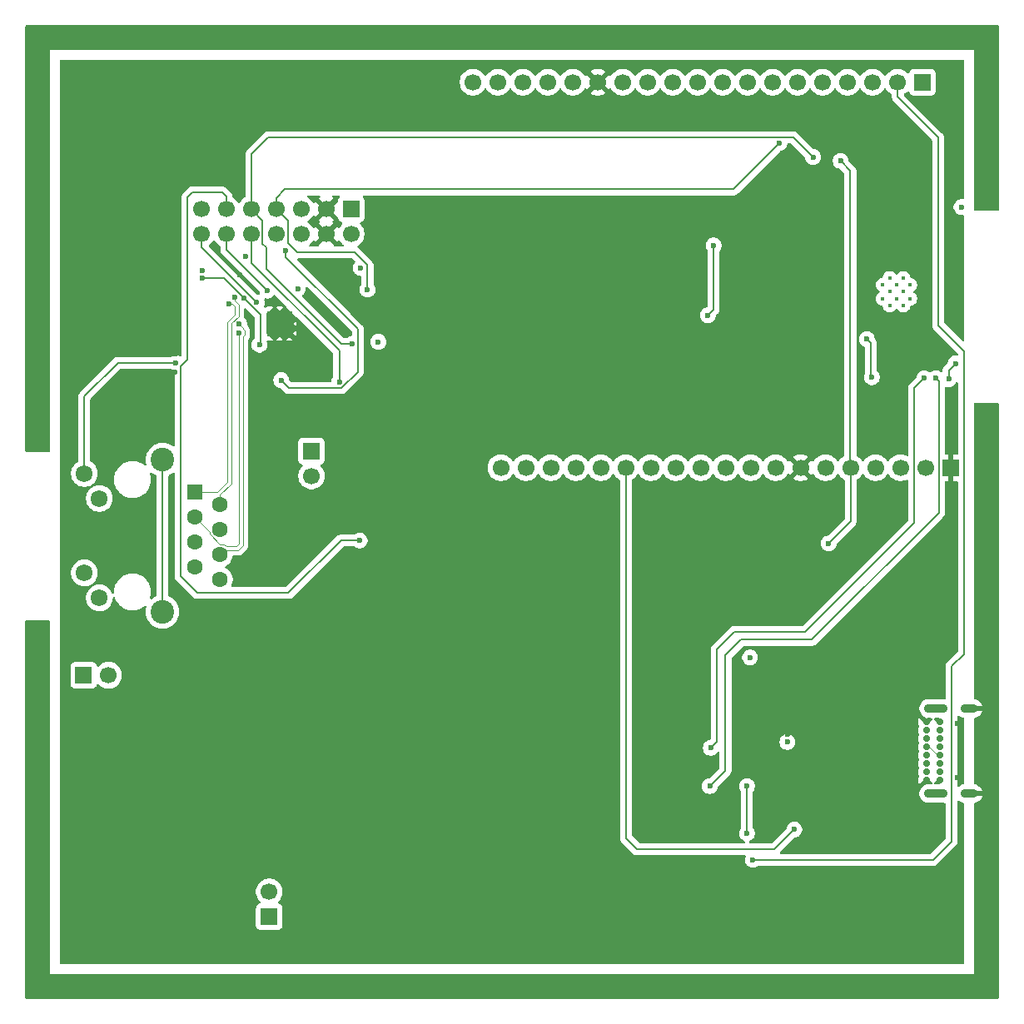
<source format=gbr>
%TF.GenerationSoftware,KiCad,Pcbnew,9.0.4*%
%TF.CreationDate,2025-10-22T11:27:05-07:00*%
%TF.ProjectId,EthernetBoardv1.1,45746865-726e-4657-9442-6f6172647631,rev?*%
%TF.SameCoordinates,Original*%
%TF.FileFunction,Copper,L4,Bot*%
%TF.FilePolarity,Positive*%
%FSLAX46Y46*%
G04 Gerber Fmt 4.6, Leading zero omitted, Abs format (unit mm)*
G04 Created by KiCad (PCBNEW 9.0.4) date 2025-10-22 11:27:05*
%MOMM*%
%LPD*%
G01*
G04 APERTURE LIST*
G04 Aperture macros list*
%AMRoundRect*
0 Rectangle with rounded corners*
0 $1 Rounding radius*
0 $2 $3 $4 $5 $6 $7 $8 $9 X,Y pos of 4 corners*
0 Add a 4 corners polygon primitive as box body*
4,1,4,$2,$3,$4,$5,$6,$7,$8,$9,$2,$3,0*
0 Add four circle primitives for the rounded corners*
1,1,$1+$1,$2,$3*
1,1,$1+$1,$4,$5*
1,1,$1+$1,$6,$7*
1,1,$1+$1,$8,$9*
0 Add four rect primitives between the rounded corners*
20,1,$1+$1,$2,$3,$4,$5,0*
20,1,$1+$1,$4,$5,$6,$7,0*
20,1,$1+$1,$6,$7,$8,$9,0*
20,1,$1+$1,$8,$9,$2,$3,0*%
G04 Aperture macros list end*
%TA.AperFunction,ComponentPad*%
%ADD10C,0.700000*%
%TD*%
%TA.AperFunction,ComponentPad*%
%ADD11O,2.400000X0.900000*%
%TD*%
%TA.AperFunction,ComponentPad*%
%ADD12O,1.700000X0.900000*%
%TD*%
%TA.AperFunction,ComponentPad*%
%ADD13C,0.400000*%
%TD*%
%TA.AperFunction,ComponentPad*%
%ADD14RoundRect,0.248000X0.552000X-0.552000X0.552000X0.552000X-0.552000X0.552000X-0.552000X-0.552000X0*%
%TD*%
%TA.AperFunction,ComponentPad*%
%ADD15C,1.600000*%
%TD*%
%TA.AperFunction,ComponentPad*%
%ADD16C,1.720000*%
%TD*%
%TA.AperFunction,ComponentPad*%
%ADD17C,2.400000*%
%TD*%
%TA.AperFunction,ComponentPad*%
%ADD18R,1.700000X1.700000*%
%TD*%
%TA.AperFunction,ComponentPad*%
%ADD19C,1.700000*%
%TD*%
%TA.AperFunction,HeatsinkPad*%
%ADD20C,0.500000*%
%TD*%
%TA.AperFunction,HeatsinkPad*%
%ADD21R,2.500000X2.500000*%
%TD*%
%TA.AperFunction,ViaPad*%
%ADD22C,0.600000*%
%TD*%
%TA.AperFunction,ViaPad*%
%ADD23C,1.000000*%
%TD*%
%TA.AperFunction,Conductor*%
%ADD24C,0.200000*%
%TD*%
%TA.AperFunction,Conductor*%
%ADD25C,0.087600*%
%TD*%
G04 APERTURE END LIST*
D10*
%TO.P,J5,A1,GND*%
%TO.N,GND*%
X150140000Y-118300000D03*
%TO.P,J5,A4,VBUS*%
%TO.N,VBUS*%
X150140000Y-117450000D03*
%TO.P,J5,A5,CC1*%
%TO.N,unconnected-(J5-CC1-PadA5)*%
X150140000Y-116600000D03*
%TO.P,J5,A6,D+*%
%TO.N,/USB_DP*%
X150140000Y-115750000D03*
%TO.P,J5,A7,D-*%
%TO.N,/USB_DN*%
X150140000Y-114900000D03*
%TO.P,J5,A8,SBU1*%
%TO.N,unconnected-(J5-SBU1-PadA8)*%
X150140000Y-114050000D03*
%TO.P,J5,A9,VBUS*%
%TO.N,VBUS*%
X150140000Y-113200000D03*
%TO.P,J5,A12,GND*%
%TO.N,GND*%
X150140000Y-112350000D03*
%TO.P,J5,B1,GND*%
X151490000Y-112350000D03*
%TO.P,J5,B4,VBUS*%
%TO.N,VBUS*%
X151490000Y-113200000D03*
%TO.P,J5,B5,CC2*%
%TO.N,unconnected-(J5-CC2-PadB5)*%
X151490000Y-114050000D03*
%TO.P,J5,B6,D+*%
%TO.N,/USB_DP*%
X151490000Y-114900000D03*
%TO.P,J5,B7,D-*%
%TO.N,/USB_DN*%
X151490000Y-115750000D03*
%TO.P,J5,B8,SBU2*%
%TO.N,unconnected-(J5-SBU2-PadB8)*%
X151490000Y-116600000D03*
%TO.P,J5,B9,VBUS*%
%TO.N,VBUS*%
X151490000Y-117450000D03*
%TO.P,J5,B12,GND*%
%TO.N,GND*%
X151490000Y-118300000D03*
D11*
%TO.P,J5,S1,SHIELD*%
%TO.N,Earth*%
X151120000Y-119650000D03*
D12*
X154500000Y-119650000D03*
D11*
X151120000Y-111000000D03*
D12*
X154500000Y-111000000D03*
%TD*%
D13*
%TO.P,U5,40*%
%TO.N,N/C*%
X148500000Y-67900000D03*
%TO.P,U5,41*%
X148500000Y-69300000D03*
%TO.P,U5,42*%
X147800000Y-67200000D03*
%TO.P,U5,43*%
X147800000Y-68600000D03*
%TO.P,U5,44*%
X147800000Y-70000000D03*
%TO.P,U5,45*%
X147100000Y-67900000D03*
%TO.P,U5,46*%
X147100000Y-69300000D03*
%TO.P,U5,47*%
X146400000Y-67200000D03*
%TO.P,U5,48*%
X146400000Y-68600000D03*
%TO.P,U5,49*%
X146400000Y-70000000D03*
%TO.P,U5,50*%
X145700000Y-67900000D03*
%TO.P,U5,51*%
X145700000Y-69300000D03*
%TD*%
D14*
%TO.P,J1,1,TD+*%
%TO.N,/TD_P*%
X75750000Y-88970000D03*
D15*
%TO.P,J1,2,TD-*%
%TO.N,/TD_N*%
X78290000Y-90240000D03*
%TO.P,J1,3,RD+*%
%TO.N,/RD_P*%
X75750000Y-91510000D03*
%TO.P,J1,4,CTD*%
%TO.N,VDDA*%
X78290000Y-92780000D03*
%TO.P,J1,5,CRD*%
X75750000Y-94050000D03*
%TO.P,J1,6,RD-*%
%TO.N,/RD_N*%
X78290000Y-95320000D03*
%TO.P,J1,7,NC*%
%TO.N,unconnected-(J1-NC-Pad7)*%
X75750000Y-96590000D03*
%TO.P,J1,8*%
%TO.N,Net-(J1-Pad8)*%
X78290000Y-97860000D03*
D16*
%TO.P,J1,9*%
%TO.N,VDDA*%
X64500000Y-87090000D03*
%TO.P,J1,10*%
%TO.N,Net-(J1-Pad10)*%
X66020000Y-89630000D03*
%TO.P,J1,11*%
%TO.N,Net-(J1-Pad11)*%
X64500000Y-97200000D03*
%TO.P,J1,12*%
%TO.N,VDDA*%
X66020000Y-99740000D03*
D17*
%TO.P,J1,SH*%
%TO.N,Net-(J1-Pad8)*%
X72450000Y-85670000D03*
X72450000Y-101160000D03*
%TD*%
D18*
%TO.P,J7,1,Pin_1*%
%TO.N,VDDCR*%
X87600000Y-84800000D03*
D19*
%TO.P,J7,2,Pin_2*%
%TO.N,+3.3V*%
X87600000Y-87340000D03*
%TD*%
D18*
%TO.P,J4,1,Pin_1*%
%TO.N,VCC*%
X91640000Y-60200000D03*
D19*
%TO.P,J4,2,Pin_2*%
X91640000Y-62740000D03*
%TO.P,J4,3,Pin_3*%
%TO.N,GND*%
X89100000Y-60200000D03*
%TO.P,J4,4,Pin_4*%
X89100000Y-62740000D03*
%TO.P,J4,5,Pin_5*%
%TO.N,/MDC*%
X86560000Y-60200000D03*
%TO.P,J4,6,Pin_6*%
%TO.N,/MDIO*%
X86560000Y-62740000D03*
%TO.P,J4,7,Pin_7*%
%TO.N,/CRS_DV*%
X84020000Y-60200000D03*
%TO.P,J4,8,Pin_8*%
%TO.N,/R_RX_CLK*%
X84020000Y-62740000D03*
%TO.P,J4,9,Pin_9*%
%TO.N,/RXD1*%
X81480000Y-60200000D03*
%TO.P,J4,10,Pin_10*%
%TO.N,/RXD0*%
X81480000Y-62740000D03*
%TO.P,J4,11,Pin_11*%
%TO.N,/TXD0*%
X78940000Y-60200000D03*
%TO.P,J4,12,Pin_12*%
%TO.N,/TX_EN*%
X78940000Y-62740000D03*
%TO.P,J4,13,Pin_13*%
%TO.N,unconnected-(J4-Pin_13-Pad13)*%
X76400000Y-60200000D03*
%TO.P,J4,14,Pin_14*%
%TO.N,/TXD1*%
X76400000Y-62740000D03*
%TD*%
D18*
%TO.P,J9,1,Pin_1*%
%TO.N,VDDA*%
X64425000Y-107600000D03*
D19*
%TO.P,J9,2,Pin_2*%
%TO.N,+3.3V*%
X66965000Y-107600000D03*
%TD*%
D20*
%TO.P,U1,25,VSS*%
%TO.N,GND*%
X83350000Y-72837500D03*
X84350000Y-72837500D03*
X85350000Y-72837500D03*
X83350000Y-71837500D03*
X84350000Y-71837500D03*
D21*
X84350000Y-71837500D03*
D20*
X85350000Y-71837500D03*
X83350000Y-70837500D03*
X84350000Y-70837500D03*
X85350000Y-70837500D03*
%TD*%
D18*
%TO.P,J3,1,Pin_1*%
%TO.N,GND*%
X152580000Y-86500000D03*
D19*
%TO.P,J3,2,Pin_2*%
%TO.N,/IO23*%
X150040000Y-86500000D03*
%TO.P,J3,3,Pin_3*%
%TO.N,/IO22*%
X147500000Y-86500000D03*
%TO.P,J3,4,Pin_4*%
%TO.N,/TXD0*%
X144960000Y-86500000D03*
%TO.P,J3,5,Pin_5*%
%TO.N,/RXD0*%
X142420000Y-86500000D03*
%TO.P,J3,6,Pin_6*%
%TO.N,/IO21*%
X139880000Y-86500000D03*
%TO.P,J3,7,Pin_7*%
%TO.N,GND*%
X137340000Y-86500000D03*
%TO.P,J3,8,Pin_8*%
%TO.N,/IO19*%
X134800000Y-86500000D03*
%TO.P,J3,9,Pin_9*%
%TO.N,/IO18*%
X132260000Y-86500000D03*
%TO.P,J3,10,Pin_10*%
%TO.N,/IO5*%
X129720000Y-86500000D03*
%TO.P,J3,11,Pin_11*%
%TO.N,/IO17*%
X127180000Y-86500000D03*
%TO.P,J3,12,Pin_12*%
%TO.N,/IO16*%
X124640000Y-86500000D03*
%TO.P,J3,13,Pin_13*%
%TO.N,/IO4*%
X122100000Y-86500000D03*
%TO.P,J3,14,Pin_14*%
%TO.N,/IO0*%
X119560000Y-86500000D03*
%TO.P,J3,15,Pin_15*%
%TO.N,/IO2*%
X117020000Y-86500000D03*
%TO.P,J3,16,Pin_16*%
%TO.N,/IO15*%
X114480000Y-86500000D03*
%TO.P,J3,17,Pin_17*%
%TO.N,/SD1*%
X111940000Y-86500000D03*
%TO.P,J3,18,Pin_18*%
%TO.N,/SD0*%
X109400000Y-86500000D03*
%TO.P,J3,19,Pin_19*%
%TO.N,/CLK*%
X106860000Y-86500000D03*
%TD*%
D18*
%TO.P,J2,1,Pin_1*%
%TO.N,+3.3V*%
X149740000Y-47300000D03*
D19*
%TO.P,J2,2,Pin_2*%
%TO.N,/EN*%
X147200000Y-47300000D03*
%TO.P,J2,3,Pin_3*%
%TO.N,/SENSOR_VP*%
X144660000Y-47300000D03*
%TO.P,J2,4,Pin_4*%
%TO.N,/SENSOR_VN*%
X142120000Y-47300000D03*
%TO.P,J2,5,Pin_5*%
%TO.N,/IO34*%
X139580000Y-47300000D03*
%TO.P,J2,6,Pin_6*%
%TO.N,/IO35*%
X137040000Y-47300000D03*
%TO.P,J2,7,Pin_7*%
%TO.N,/IO32*%
X134500000Y-47300000D03*
%TO.P,J2,8,Pin_8*%
%TO.N,/IO33*%
X131960000Y-47300000D03*
%TO.P,J2,9,Pin_9*%
%TO.N,/IO25*%
X129420000Y-47300000D03*
%TO.P,J2,10,Pin_10*%
%TO.N,/IO26*%
X126880000Y-47300000D03*
%TO.P,J2,11,Pin_11*%
%TO.N,/IO27*%
X124340000Y-47300000D03*
%TO.P,J2,12,Pin_12*%
%TO.N,/IO14*%
X121800000Y-47300000D03*
%TO.P,J2,13,Pin_13*%
%TO.N,/IO12*%
X119260000Y-47300000D03*
%TO.P,J2,14,Pin_14*%
%TO.N,GND*%
X116720000Y-47300000D03*
%TO.P,J2,15,Pin_15*%
%TO.N,/IO13*%
X114180000Y-47300000D03*
%TO.P,J2,16,Pin_16*%
%TO.N,/SD2*%
X111640000Y-47300000D03*
%TO.P,J2,17,Pin_17*%
%TO.N,/SD3*%
X109100000Y-47300000D03*
%TO.P,J2,18,Pin_18*%
%TO.N,/CMD*%
X106560000Y-47300000D03*
%TO.P,J2,19,Pin_19*%
%TO.N,/EXT_5V*%
X104020000Y-47300000D03*
%TD*%
D18*
%TO.P,J6,1,Pin_1*%
%TO.N,VCC*%
X83300000Y-132175000D03*
D19*
%TO.P,J6,2,Pin_2*%
%TO.N,+3.3V*%
X83300000Y-129635000D03*
%TD*%
D22*
%TO.N,GND*%
X136000000Y-113599997D03*
X66800000Y-79500000D03*
X132700000Y-115400000D03*
X95900000Y-128700000D03*
X86900000Y-74300000D03*
X147200000Y-107700000D03*
X147200000Y-122700000D03*
X123250000Y-75250000D03*
X80300000Y-66900000D03*
X153500000Y-63000000D03*
X87900000Y-132500000D03*
X123200000Y-71100000D03*
X121500000Y-130000000D03*
X136400000Y-116500000D03*
X153300000Y-112500000D03*
X138500000Y-106000000D03*
X153300000Y-118000000D03*
X91400000Y-72700000D03*
X152200000Y-60000000D03*
X130800000Y-107000000D03*
X87100000Y-65400000D03*
X73800000Y-74900000D03*
X153100000Y-81700000D03*
X147200000Y-132100000D03*
X128800000Y-72400000D03*
X73679896Y-76750000D03*
X73800000Y-73100000D03*
X137100000Y-62900000D03*
X73400000Y-71100000D03*
X93100000Y-125400000D03*
X125600000Y-130000000D03*
%TO.N,/TD_N*%
X79818198Y-69181802D03*
%TO.N,/TD_P*%
X79181802Y-69818198D03*
%TO.N,VDDA*%
X73808257Y-75849217D03*
%TO.N,/RD_P*%
X80250000Y-72787500D03*
%TO.N,/RD_N*%
X80250000Y-71887500D03*
%TO.N,/EN*%
X132500000Y-126400000D03*
%TO.N,/RTS*%
X131900000Y-118900000D03*
X131900000Y-123700000D03*
%TO.N,/IO0*%
X136700000Y-123300000D03*
X127900000Y-71000000D03*
X128500000Y-63900000D03*
%TO.N,/RXD0*%
X140200000Y-94200000D03*
X90425000Y-77800000D03*
X141400000Y-55300000D03*
%TO.N,/TXD1*%
X82033817Y-69716183D03*
%TO.N,/TXD0*%
X92500000Y-93900000D03*
%TO.N,VCC*%
X80880000Y-65000000D03*
X92600000Y-66200000D03*
X76500000Y-66449997D03*
X86200000Y-68300000D03*
X94400000Y-73700000D03*
%TO.N,Net-(U1-VDD1A)*%
X82300000Y-74000000D03*
X76500000Y-67250000D03*
X80734552Y-69265448D03*
%TO.N,+3.3V*%
X132200000Y-105800000D03*
X153700000Y-60000000D03*
X136000000Y-114400000D03*
%TO.N,/TX_EN*%
X83100000Y-68500000D03*
%TO.N,/IO22*%
X152400000Y-77500000D03*
X153100000Y-75900000D03*
%TO.N,/IO18*%
X144600000Y-77300000D03*
X144075000Y-73425000D03*
%TO.N,/CLK50*%
X85000000Y-64400000D03*
X84506297Y-77593703D03*
%TO.N,/RXD1*%
X91701000Y-73900000D03*
X138600000Y-54900000D03*
%TO.N,/CRS_DV*%
X135200000Y-53500000D03*
X93300000Y-68400000D03*
%TO.N,/TXDUSB*%
X151090000Y-77410000D03*
X128100000Y-118900000D03*
%TO.N,/RXDUSB*%
X149900000Y-77400000D03*
X128200000Y-115000000D03*
D23*
%TO.N,Earth*%
X156500000Y-98001432D03*
X59500075Y-73333992D03*
X59500000Y-135100000D03*
X147681818Y-42500000D03*
X156500000Y-135100000D03*
X59500264Y-117480679D03*
X90363636Y-42500000D03*
X156501678Y-46649106D03*
X94772727Y-139505011D03*
X59500075Y-68928981D03*
X156500000Y-121900000D03*
X59500000Y-51310022D03*
X143272727Y-139505011D03*
X147681818Y-139505011D03*
X99181818Y-139505011D03*
X59500339Y-60119682D03*
X156500000Y-130700000D03*
X59500000Y-130694989D03*
X121227273Y-42500000D03*
X156500000Y-108200000D03*
X59499925Y-113076030D03*
X156500000Y-139505011D03*
X156500000Y-126300000D03*
X94772727Y-42500000D03*
X116818182Y-139505011D03*
X138863636Y-42500000D03*
X108000000Y-42500000D03*
X112409091Y-42500000D03*
X156501678Y-54949822D03*
X130045455Y-42500000D03*
X134454545Y-139505011D03*
X68318182Y-42500000D03*
X134454545Y-42500000D03*
X138863636Y-139505011D03*
X156500000Y-102151790D03*
X156500000Y-93851074D03*
X143272727Y-42500000D03*
X85954545Y-42500000D03*
X59500000Y-46905011D03*
X108000000Y-139505011D03*
X59500000Y-139505011D03*
X81545455Y-42500000D03*
X90363636Y-139505011D03*
X156500000Y-85550358D03*
X68318182Y-139505011D03*
X59499661Y-126290340D03*
X152090909Y-42500000D03*
X103590909Y-42500000D03*
X59499736Y-64524332D03*
X77136364Y-139505011D03*
X103590909Y-139505011D03*
X116818182Y-42500000D03*
X125636364Y-42500000D03*
X152090909Y-139505011D03*
X156501678Y-50799464D03*
X72727273Y-42500000D03*
X59500000Y-42500000D03*
X59499661Y-121885329D03*
X156500000Y-81400000D03*
X72727273Y-139505011D03*
X59499925Y-104266008D03*
X125636364Y-139505011D03*
X121227273Y-139505011D03*
X85954545Y-139505011D03*
X112409091Y-139505011D03*
X59500075Y-77739003D03*
X63909091Y-42500000D03*
X59499925Y-108671019D03*
X156500000Y-89700716D03*
X59499944Y-82144002D03*
X156500000Y-42500000D03*
X130045455Y-139505011D03*
X156501678Y-59100180D03*
X81545455Y-139505011D03*
X63909091Y-139505011D03*
X77136364Y-42500000D03*
X59500339Y-55714671D03*
X99181818Y-42500000D03*
%TD*%
D24*
%TO.N,/IO18*%
X144075000Y-73425000D02*
X144500000Y-73850000D01*
X144500000Y-73850000D02*
X144500000Y-77200000D01*
X144500000Y-77200000D02*
X144600000Y-77300000D01*
D25*
%TO.N,/TD_N*%
X80193800Y-69919725D02*
X79818198Y-69544123D01*
X79818198Y-69544123D02*
X79818198Y-69181802D01*
X80193800Y-71080276D02*
X80193800Y-69919725D01*
X78290000Y-89244075D02*
X79443800Y-88090275D01*
X79443800Y-71830276D02*
X80193800Y-71080276D01*
X78290000Y-90240000D02*
X78290000Y-89244075D01*
X79443800Y-88090275D02*
X79443800Y-71830276D01*
%TO.N,/TD_P*%
X78015925Y-88970000D02*
X79056200Y-87929725D01*
X79056200Y-87929725D02*
X79056200Y-71669724D01*
X79806200Y-70080275D02*
X79544123Y-69818198D01*
X79806200Y-70919724D02*
X79806200Y-70080275D01*
X79056200Y-71669724D02*
X79806200Y-70919724D01*
X75750000Y-88970000D02*
X78015925Y-88970000D01*
X79544123Y-69818198D02*
X79181802Y-69818198D01*
D24*
%TO.N,Net-(J1-Pad8)*%
X72450000Y-85670000D02*
X72450000Y-101160000D01*
%TO.N,VDDA*%
X64500000Y-79250000D02*
X64500000Y-87090000D01*
X73808257Y-75849217D02*
X67900783Y-75849217D01*
X67900783Y-75849217D02*
X64500000Y-79250000D01*
D25*
%TO.N,/RD_P*%
X78938771Y-94491200D02*
X79984724Y-94491200D01*
X77245200Y-93212771D02*
X78307629Y-94275200D01*
X79984724Y-94491200D02*
X80250000Y-94225924D01*
X78307629Y-94275200D02*
X78722771Y-94275200D01*
X75750000Y-91510000D02*
X77245200Y-93005200D01*
X77245200Y-93005200D02*
X77245200Y-93212771D01*
X80250000Y-94225924D02*
X80250000Y-72787500D01*
X78722771Y-94275200D02*
X78938771Y-94491200D01*
%TO.N,/RD_N*%
X80637600Y-73170364D02*
X80794800Y-73013164D01*
X78290000Y-95320000D02*
X78731200Y-94878800D01*
X80794800Y-73013164D02*
X80794800Y-72561836D01*
X80145276Y-94878800D02*
X80637600Y-94386476D01*
X80794800Y-72561836D02*
X80637600Y-72404636D01*
X80637600Y-72275100D02*
X80250000Y-71887500D01*
X78731200Y-94878800D02*
X80145276Y-94878800D01*
X80637600Y-72404636D02*
X80637600Y-72275100D01*
X80637600Y-94386476D02*
X80637600Y-73170364D01*
D24*
%TO.N,/EN*%
X147200000Y-48800000D02*
X147200000Y-47300000D01*
X151338943Y-72038943D02*
X151338943Y-52938943D01*
X153951000Y-105449000D02*
X153951000Y-74651000D01*
X152700000Y-124500000D02*
X152700000Y-106700000D01*
X151338943Y-52938943D02*
X147200000Y-48800000D01*
X153951000Y-74651000D02*
X151338943Y-72038943D01*
X132500000Y-126400000D02*
X150800000Y-126400000D01*
X152700000Y-106700000D02*
X153951000Y-105449000D01*
X150800000Y-126400000D02*
X152700000Y-124500000D01*
%TO.N,/RTS*%
X131900000Y-123700000D02*
X131900000Y-118900000D01*
%TO.N,/IO0*%
X119560000Y-124160000D02*
X120700000Y-125300000D01*
X120700000Y-125300000D02*
X134700000Y-125300000D01*
X119560000Y-86500000D02*
X119560000Y-124160000D01*
X128500000Y-63900000D02*
X128500000Y-70400000D01*
X134700000Y-125300000D02*
X136700000Y-123300000D01*
X128500000Y-70400000D02*
X127900000Y-71000000D01*
%TO.N,/RXD0*%
X81480000Y-62740000D02*
X81480000Y-65680000D01*
X142420000Y-91980000D02*
X142420000Y-86500000D01*
X90425000Y-77800000D02*
X90425000Y-74625000D01*
X140200000Y-94200000D02*
X142420000Y-91980000D01*
X142400000Y-86480000D02*
X142420000Y-86500000D01*
X142400000Y-56300000D02*
X142400000Y-86480000D01*
X141400000Y-55300000D02*
X142400000Y-56300000D01*
X81480000Y-65680000D02*
X90425000Y-74625000D01*
%TO.N,/TXD1*%
X76400000Y-64082366D02*
X76400000Y-62740000D01*
X82033817Y-69716183D02*
X76400000Y-64082366D01*
%TO.N,/TXD0*%
X85250000Y-99250000D02*
X76000000Y-99250000D01*
X74279896Y-76220104D02*
X75000000Y-75500000D01*
X74279896Y-97529896D02*
X74279896Y-76220104D01*
X75000000Y-75500000D02*
X75000000Y-59000000D01*
X90600000Y-93900000D02*
X85250000Y-99250000D01*
X76000000Y-99250000D02*
X74279896Y-97529896D01*
X92500000Y-93900000D02*
X90600000Y-93900000D01*
X78940000Y-58940000D02*
X78940000Y-60200000D01*
X75000000Y-59000000D02*
X75500000Y-58500000D01*
X75500000Y-58500000D02*
X78500000Y-58500000D01*
X78500000Y-58500000D02*
X78940000Y-58940000D01*
%TO.N,Net-(U1-VDD1A)*%
X81432817Y-69963713D02*
X81432817Y-69965126D01*
X78736339Y-67250000D02*
X76500000Y-67250000D01*
X82400000Y-70932309D02*
X82400000Y-73900000D01*
X80734552Y-69265448D02*
X81432817Y-69963713D01*
X81432817Y-69965126D02*
X82400000Y-70932309D01*
X80734552Y-69248213D02*
X78736339Y-67250000D01*
X80734552Y-69265448D02*
X80734552Y-69248213D01*
X82400000Y-73900000D02*
X82300000Y-74000000D01*
%TO.N,/TX_EN*%
X83100000Y-68500000D02*
X78940000Y-64340000D01*
X78940000Y-64340000D02*
X78940000Y-62740000D01*
D25*
%TO.N,/USB_DN*%
X150140000Y-114900000D02*
X150395000Y-114900000D01*
X150395000Y-114900000D02*
X151245000Y-115750000D01*
X151245000Y-115750000D02*
X151490000Y-115750000D01*
D24*
%TO.N,/IO22*%
X152400000Y-76600000D02*
X153100000Y-75900000D01*
X152400000Y-77500000D02*
X152400000Y-76600000D01*
%TO.N,/CLK50*%
X90673943Y-78401000D02*
X92301000Y-76773943D01*
X85313594Y-78401000D02*
X90673943Y-78401000D01*
X85000000Y-65100000D02*
X85000000Y-64400000D01*
X92301000Y-76773943D02*
X92301000Y-72401000D01*
X84506297Y-77593703D02*
X85313594Y-78401000D01*
X92301000Y-72401000D02*
X85000000Y-65100000D01*
%TO.N,/RXD1*%
X138600000Y-54900000D02*
X136599000Y-52899000D01*
X82631000Y-63731000D02*
X82631000Y-61351000D01*
X90600000Y-73900000D02*
X83000000Y-66300000D01*
X91701000Y-73900000D02*
X90600000Y-73900000D01*
X81500000Y-57000000D02*
X81480000Y-57020000D01*
X81500000Y-54600000D02*
X81500000Y-57000000D01*
X82631000Y-61351000D02*
X81480000Y-60200000D01*
X136599000Y-52899000D02*
X83201000Y-52899000D01*
X81480000Y-57020000D02*
X81480000Y-60200000D01*
X83000000Y-64100000D02*
X82631000Y-63731000D01*
X83201000Y-52899000D02*
X81500000Y-54600000D01*
X83000000Y-66300000D02*
X83000000Y-64100000D01*
%TO.N,/CRS_DV*%
X85200000Y-61380000D02*
X84020000Y-60200000D01*
X84020000Y-59080000D02*
X84020000Y-60200000D01*
X93300000Y-68400000D02*
X93300000Y-65900000D01*
X130500000Y-58200000D02*
X84900000Y-58200000D01*
X86127120Y-64627120D02*
X85200000Y-63700000D01*
X135200000Y-53500000D02*
X130500000Y-58200000D01*
X85200000Y-63700000D02*
X85200000Y-61380000D01*
X84900000Y-58200000D02*
X84020000Y-59080000D01*
X93300000Y-65900000D02*
X92027120Y-64627120D01*
X92027120Y-64627120D02*
X86127120Y-64627120D01*
%TO.N,/TXDUSB*%
X138500000Y-104000000D02*
X131300000Y-104000000D01*
X129700000Y-105600000D02*
X129700000Y-117300000D01*
X129700000Y-117300000D02*
X128100000Y-118900000D01*
X131300000Y-104000000D02*
X129700000Y-105600000D01*
X151429000Y-91071000D02*
X138500000Y-104000000D01*
X151429000Y-77749000D02*
X151429000Y-91071000D01*
X151090000Y-77410000D02*
X151429000Y-77749000D01*
%TO.N,/RXDUSB*%
X148889000Y-78411000D02*
X149900000Y-77400000D01*
X128800000Y-114400000D02*
X128800000Y-105000000D01*
X148889000Y-92111000D02*
X148889000Y-78411000D01*
X130600000Y-103200000D02*
X137800000Y-103200000D01*
X128200000Y-115000000D02*
X128800000Y-114400000D01*
X128800000Y-105000000D02*
X130600000Y-103200000D01*
X137800000Y-103200000D02*
X148889000Y-92111000D01*
%TD*%
%TA.AperFunction,Conductor*%
%TO.N,Earth*%
G36*
X157442539Y-41520185D02*
G01*
X157488294Y-41572989D01*
X157499500Y-41624500D01*
X157499500Y-60276000D01*
X157479815Y-60343039D01*
X157427011Y-60388794D01*
X157375500Y-60400000D01*
X155124000Y-60400000D01*
X155056961Y-60380315D01*
X155011206Y-60327511D01*
X155000000Y-60276000D01*
X155000000Y-44000000D01*
X155000000Y-41500500D01*
X157375500Y-41500500D01*
X157442539Y-41520185D01*
G37*
%TD.AperFunction*%
%TD*%
%TA.AperFunction,Conductor*%
%TO.N,Earth*%
G36*
X60943039Y-102019685D02*
G01*
X60988794Y-102072489D01*
X61000000Y-102124000D01*
X61000000Y-140499500D01*
X58624500Y-140499500D01*
X58557461Y-140479815D01*
X58511706Y-140427011D01*
X58500500Y-140375500D01*
X58500500Y-102124000D01*
X58520185Y-102056961D01*
X58572989Y-102011206D01*
X58624500Y-102000000D01*
X60876000Y-102000000D01*
X60943039Y-102019685D01*
G37*
%TD.AperFunction*%
%TD*%
%TA.AperFunction,Conductor*%
%TO.N,Earth*%
G36*
X157442539Y-79919685D02*
G01*
X157488294Y-79972489D01*
X157499500Y-80024000D01*
X157499500Y-140375500D01*
X157479815Y-140442539D01*
X157427011Y-140488294D01*
X157375500Y-140499500D01*
X155000000Y-140499500D01*
X155000000Y-120700484D01*
X155019685Y-120633445D01*
X155072489Y-120587690D01*
X155099810Y-120578866D01*
X155177105Y-120563491D01*
X155349991Y-120491880D01*
X155350000Y-120491875D01*
X155505589Y-120387913D01*
X155505593Y-120387910D01*
X155637910Y-120255593D01*
X155637913Y-120255589D01*
X155741875Y-120100000D01*
X155741880Y-120099991D01*
X155813492Y-119927103D01*
X155813493Y-119927100D01*
X155818884Y-119900000D01*
X155066988Y-119900000D01*
X155084205Y-119890060D01*
X155140060Y-119834205D01*
X155179556Y-119765796D01*
X155200000Y-119689496D01*
X155200000Y-119610504D01*
X155179556Y-119534204D01*
X155140060Y-119465795D01*
X155084205Y-119409940D01*
X155066988Y-119400000D01*
X155818884Y-119400000D01*
X155818884Y-119399999D01*
X155813493Y-119372899D01*
X155813492Y-119372896D01*
X155741880Y-119200008D01*
X155741875Y-119199999D01*
X155637913Y-119044410D01*
X155637910Y-119044406D01*
X155505593Y-118912089D01*
X155505589Y-118912086D01*
X155350000Y-118808124D01*
X155349991Y-118808119D01*
X155177105Y-118736508D01*
X155177099Y-118736506D01*
X155099808Y-118721132D01*
X155037897Y-118688747D01*
X155003323Y-118628031D01*
X155000000Y-118599515D01*
X155000000Y-112050484D01*
X155019685Y-111983445D01*
X155072489Y-111937690D01*
X155099810Y-111928866D01*
X155177105Y-111913491D01*
X155349991Y-111841880D01*
X155350000Y-111841875D01*
X155505589Y-111737913D01*
X155505593Y-111737910D01*
X155637910Y-111605593D01*
X155637913Y-111605589D01*
X155741875Y-111450000D01*
X155741880Y-111449991D01*
X155813492Y-111277103D01*
X155813493Y-111277100D01*
X155818884Y-111250000D01*
X155066988Y-111250000D01*
X155084205Y-111240060D01*
X155140060Y-111184205D01*
X155179556Y-111115796D01*
X155200000Y-111039496D01*
X155200000Y-110960504D01*
X155179556Y-110884204D01*
X155140060Y-110815795D01*
X155084205Y-110759940D01*
X155066988Y-110750000D01*
X155818884Y-110750000D01*
X155818884Y-110749999D01*
X155813493Y-110722899D01*
X155813492Y-110722896D01*
X155741880Y-110550008D01*
X155741875Y-110549999D01*
X155637913Y-110394410D01*
X155637910Y-110394406D01*
X155505593Y-110262089D01*
X155505589Y-110262086D01*
X155350000Y-110158124D01*
X155349991Y-110158119D01*
X155177105Y-110086508D01*
X155177099Y-110086506D01*
X155099808Y-110071132D01*
X155037897Y-110038747D01*
X155003323Y-109978031D01*
X155000000Y-109949515D01*
X155000000Y-80024000D01*
X155019685Y-79956961D01*
X155072489Y-79911206D01*
X155124000Y-79900000D01*
X157375500Y-79900000D01*
X157442539Y-79919685D01*
G37*
%TD.AperFunction*%
%TD*%
%TA.AperFunction,Conductor*%
%TO.N,Earth*%
G36*
X157442539Y-41520185D02*
G01*
X157488294Y-41572989D01*
X157499500Y-41624500D01*
X157499500Y-44000000D01*
X58500500Y-44000000D01*
X58500500Y-41624500D01*
X58520185Y-41557461D01*
X58572989Y-41511706D01*
X58624500Y-41500500D01*
X157375500Y-41500500D01*
X157442539Y-41520185D01*
G37*
%TD.AperFunction*%
%TD*%
%TA.AperFunction,Conductor*%
%TO.N,Earth*%
G36*
X61000000Y-44000000D02*
G01*
X61000000Y-84776000D01*
X60980315Y-84843039D01*
X60927511Y-84888794D01*
X60876000Y-84900000D01*
X58624500Y-84900000D01*
X58557461Y-84880315D01*
X58511706Y-84827511D01*
X58500500Y-84776000D01*
X58500500Y-41624500D01*
X58520185Y-41557461D01*
X58572989Y-41511706D01*
X58624500Y-41500500D01*
X61000000Y-41500500D01*
X61000000Y-44000000D01*
G37*
%TD.AperFunction*%
%TD*%
%TA.AperFunction,Conductor*%
%TO.N,Earth*%
G36*
X157499500Y-140375500D02*
G01*
X157479815Y-140442539D01*
X157427011Y-140488294D01*
X157375500Y-140499500D01*
X58624500Y-140499500D01*
X58557461Y-140479815D01*
X58511706Y-140427011D01*
X58500500Y-140375500D01*
X58500500Y-138000000D01*
X157499500Y-138000000D01*
X157499500Y-140375500D01*
G37*
%TD.AperFunction*%
%TD*%
%TA.AperFunction,Conductor*%
%TO.N,GND*%
G36*
X87205703Y-68155384D02*
G01*
X87212181Y-68161416D01*
X91664181Y-72613416D01*
X91697666Y-72674739D01*
X91700500Y-72701097D01*
X91700500Y-72982152D01*
X91680815Y-73049191D01*
X91628011Y-73094946D01*
X91600692Y-73103769D01*
X91467508Y-73130261D01*
X91467498Y-73130264D01*
X91321827Y-73190602D01*
X91321814Y-73190609D01*
X91190125Y-73278602D01*
X91172078Y-73284252D01*
X91156169Y-73294477D01*
X91125207Y-73298928D01*
X91123447Y-73299480D01*
X91121234Y-73299500D01*
X90900097Y-73299500D01*
X90833058Y-73279815D01*
X90812416Y-73263181D01*
X86673700Y-69124465D01*
X86640215Y-69063142D01*
X86645199Y-68993450D01*
X86687071Y-68937517D01*
X86692491Y-68933681D01*
X86694281Y-68932485D01*
X86710289Y-68921789D01*
X86821789Y-68810289D01*
X86909394Y-68679179D01*
X86921692Y-68649490D01*
X86944836Y-68593613D01*
X86969737Y-68533497D01*
X87000500Y-68378842D01*
X87000500Y-68249097D01*
X87020185Y-68182058D01*
X87072989Y-68136303D01*
X87142147Y-68126359D01*
X87205703Y-68155384D01*
G37*
%TD.AperFunction*%
%TA.AperFunction,Conductor*%
G36*
X77741444Y-63393999D02*
G01*
X77780486Y-63439056D01*
X77784951Y-63447820D01*
X77909890Y-63619786D01*
X78060213Y-63770109D01*
X78232184Y-63895051D01*
X78232184Y-63895052D01*
X78271793Y-63915233D01*
X78282856Y-63925681D01*
X78296703Y-63932005D01*
X78307744Y-63949185D01*
X78322590Y-63963206D01*
X78326831Y-63978886D01*
X78334477Y-63990783D01*
X78339500Y-64025718D01*
X78339500Y-64253330D01*
X78339499Y-64253348D01*
X78339499Y-64419054D01*
X78339498Y-64419054D01*
X78339499Y-64419057D01*
X78380423Y-64571785D01*
X78388242Y-64585328D01*
X78388243Y-64585331D01*
X78388244Y-64585331D01*
X78459477Y-64708712D01*
X78459481Y-64708717D01*
X78578349Y-64827585D01*
X78578355Y-64827590D01*
X82265425Y-68514660D01*
X82269750Y-68522581D01*
X82276977Y-68527986D01*
X82296089Y-68570818D01*
X82298910Y-68575983D01*
X82298910Y-68577138D01*
X82299361Y-68578149D01*
X82330261Y-68733491D01*
X82330263Y-68733496D01*
X82343264Y-68764885D01*
X82350731Y-68834355D01*
X82319456Y-68896833D01*
X82259366Y-68932485D01*
X82204510Y-68933953D01*
X82111966Y-68915544D01*
X82102985Y-68910846D01*
X82092877Y-68910128D01*
X82072551Y-68894926D01*
X82050055Y-68883159D01*
X82048477Y-68881608D01*
X77183895Y-64017026D01*
X77150410Y-63955703D01*
X77155394Y-63886011D01*
X77197266Y-63830078D01*
X77198692Y-63829026D01*
X77209529Y-63821153D01*
X77279792Y-63770104D01*
X77430104Y-63619792D01*
X77430106Y-63619788D01*
X77430109Y-63619786D01*
X77555048Y-63447820D01*
X77555047Y-63447820D01*
X77555051Y-63447816D01*
X77559514Y-63439054D01*
X77607488Y-63388259D01*
X77675308Y-63371463D01*
X77741444Y-63393999D01*
G37*
%TD.AperFunction*%
%TA.AperFunction,Conductor*%
G36*
X88634075Y-62932993D02*
G01*
X88699901Y-63047007D01*
X88792993Y-63140099D01*
X88907007Y-63205925D01*
X88970590Y-63222962D01*
X88338282Y-63855269D01*
X88341244Y-63892890D01*
X88326880Y-63961267D01*
X88277830Y-64011024D01*
X88217626Y-64026620D01*
X87468361Y-64026620D01*
X87401322Y-64006935D01*
X87355567Y-63954131D01*
X87345623Y-63884973D01*
X87374648Y-63821417D01*
X87395476Y-63802301D01*
X87439792Y-63770104D01*
X87590104Y-63619792D01*
X87590106Y-63619788D01*
X87590109Y-63619786D01*
X87675890Y-63501717D01*
X87715051Y-63447816D01*
X87719793Y-63438508D01*
X87767763Y-63387711D01*
X87835583Y-63370911D01*
X87901719Y-63393445D01*
X87940763Y-63438500D01*
X87945373Y-63447547D01*
X87984728Y-63501716D01*
X88617037Y-62869408D01*
X88634075Y-62932993D01*
G37*
%TD.AperFunction*%
%TA.AperFunction,Conductor*%
G36*
X90215270Y-63501717D02*
G01*
X90215270Y-63501716D01*
X90254622Y-63447555D01*
X90259232Y-63438507D01*
X90307205Y-63387709D01*
X90375025Y-63370912D01*
X90441161Y-63393447D01*
X90480204Y-63438504D01*
X90484949Y-63447817D01*
X90609890Y-63619786D01*
X90609896Y-63619792D01*
X90760208Y-63770104D01*
X90760215Y-63770109D01*
X90804524Y-63802301D01*
X90847190Y-63857631D01*
X90853169Y-63927244D01*
X90820564Y-63989040D01*
X90759725Y-64023397D01*
X90731639Y-64026620D01*
X89982374Y-64026620D01*
X89915335Y-64006935D01*
X89869580Y-63954131D01*
X89858756Y-63892891D01*
X89861716Y-63855269D01*
X89229408Y-63222962D01*
X89292993Y-63205925D01*
X89407007Y-63140099D01*
X89500099Y-63047007D01*
X89565925Y-62932993D01*
X89582962Y-62869408D01*
X90215270Y-63501717D01*
G37*
%TD.AperFunction*%
%TA.AperFunction,Conductor*%
G36*
X88634075Y-60392993D02*
G01*
X88699901Y-60507007D01*
X88792993Y-60600099D01*
X88907007Y-60665925D01*
X88970591Y-60682962D01*
X88369971Y-61283581D01*
X88448711Y-61400895D01*
X88449920Y-61404729D01*
X88452844Y-61407491D01*
X88460343Y-61437778D01*
X88469727Y-61467529D01*
X88468671Y-61471408D01*
X88469638Y-61475312D01*
X88459573Y-61504844D01*
X88451383Y-61534947D01*
X88448397Y-61537640D01*
X88447100Y-61541447D01*
X88402051Y-61580483D01*
X88392440Y-61585380D01*
X88338282Y-61624727D01*
X88338282Y-61624728D01*
X88970591Y-62257037D01*
X88907007Y-62274075D01*
X88792993Y-62339901D01*
X88699901Y-62432993D01*
X88634075Y-62547007D01*
X88617037Y-62610591D01*
X87984728Y-61978282D01*
X87984727Y-61978282D01*
X87945380Y-62032440D01*
X87945376Y-62032446D01*
X87940760Y-62041505D01*
X87892781Y-62092297D01*
X87824959Y-62109087D01*
X87758826Y-62086543D01*
X87719794Y-62041493D01*
X87715051Y-62032184D01*
X87715049Y-62032181D01*
X87715048Y-62032179D01*
X87590109Y-61860213D01*
X87439786Y-61709890D01*
X87267820Y-61584951D01*
X87267115Y-61584591D01*
X87259054Y-61580485D01*
X87208259Y-61532512D01*
X87191463Y-61464692D01*
X87213999Y-61398556D01*
X87259054Y-61359515D01*
X87267816Y-61355051D01*
X87354138Y-61292335D01*
X87439786Y-61230109D01*
X87439788Y-61230106D01*
X87439792Y-61230104D01*
X87590104Y-61079792D01*
X87590106Y-61079788D01*
X87590109Y-61079786D01*
X87657515Y-60987007D01*
X87715051Y-60907816D01*
X87719793Y-60898508D01*
X87767763Y-60847711D01*
X87835583Y-60830911D01*
X87901719Y-60853445D01*
X87940763Y-60898500D01*
X87945373Y-60907547D01*
X87984728Y-60961716D01*
X88617037Y-60329408D01*
X88634075Y-60392993D01*
G37*
%TD.AperFunction*%
%TA.AperFunction,Conductor*%
G36*
X90253181Y-60999628D02*
G01*
X90286666Y-61060951D01*
X90289500Y-61087300D01*
X90289500Y-61097865D01*
X90289501Y-61097876D01*
X90295908Y-61157483D01*
X90346202Y-61292328D01*
X90346206Y-61292335D01*
X90432452Y-61407544D01*
X90432455Y-61407547D01*
X90547664Y-61493793D01*
X90547671Y-61493797D01*
X90679082Y-61542810D01*
X90735016Y-61584681D01*
X90759433Y-61650145D01*
X90744582Y-61718418D01*
X90723431Y-61746673D01*
X90609889Y-61860215D01*
X90484949Y-62032182D01*
X90480202Y-62041499D01*
X90432227Y-62092293D01*
X90364405Y-62109087D01*
X90298271Y-62086548D01*
X90259234Y-62041495D01*
X90254626Y-62032452D01*
X90215270Y-61978282D01*
X90215269Y-61978282D01*
X89582962Y-62610590D01*
X89565925Y-62547007D01*
X89500099Y-62432993D01*
X89407007Y-62339901D01*
X89292993Y-62274075D01*
X89229409Y-62257037D01*
X89861716Y-61624728D01*
X89807550Y-61585375D01*
X89797954Y-61580486D01*
X89747157Y-61532512D01*
X89730361Y-61464692D01*
X89752897Y-61398556D01*
X89797954Y-61359514D01*
X89807554Y-61354622D01*
X89861716Y-61315270D01*
X89861717Y-61315270D01*
X89229408Y-60682962D01*
X89292993Y-60665925D01*
X89407007Y-60600099D01*
X89500099Y-60507007D01*
X89565925Y-60392993D01*
X89582962Y-60329408D01*
X90253181Y-60999628D01*
G37*
%TD.AperFunction*%
%TA.AperFunction,Conductor*%
G36*
X88362659Y-58802294D02*
G01*
X88368920Y-58801119D01*
X88395780Y-58812020D01*
X88423586Y-58820185D01*
X88427756Y-58824997D01*
X88433661Y-58827394D01*
X88450366Y-58851091D01*
X88469341Y-58872989D01*
X88470247Y-58879293D01*
X88473918Y-58884500D01*
X88475159Y-58913455D01*
X88479285Y-58942147D01*
X88476638Y-58947942D01*
X88476911Y-58954306D01*
X88462301Y-58979334D01*
X88450260Y-59005703D01*
X88444095Y-59010527D01*
X88441690Y-59014648D01*
X88412843Y-59034984D01*
X88392443Y-59045378D01*
X88392440Y-59045380D01*
X88338282Y-59084727D01*
X88338282Y-59084728D01*
X88970591Y-59717037D01*
X88907007Y-59734075D01*
X88792993Y-59799901D01*
X88699901Y-59892993D01*
X88634075Y-60007007D01*
X88617037Y-60070591D01*
X87984728Y-59438282D01*
X87984727Y-59438282D01*
X87945380Y-59492440D01*
X87945376Y-59492446D01*
X87940760Y-59501505D01*
X87892781Y-59552297D01*
X87824959Y-59569087D01*
X87758826Y-59546543D01*
X87719794Y-59501493D01*
X87715051Y-59492184D01*
X87715049Y-59492181D01*
X87715048Y-59492179D01*
X87590109Y-59320213D01*
X87439786Y-59169890D01*
X87267817Y-59044949D01*
X87248261Y-59034985D01*
X87197464Y-58987011D01*
X87180669Y-58919190D01*
X87203206Y-58853055D01*
X87257921Y-58809603D01*
X87304555Y-58800500D01*
X88356547Y-58800500D01*
X88362659Y-58802294D01*
G37*
%TD.AperFunction*%
%TA.AperFunction,Conductor*%
G36*
X90395468Y-58820185D02*
G01*
X90441223Y-58872989D01*
X90451167Y-58942147D01*
X90427695Y-58998811D01*
X90346206Y-59107664D01*
X90346202Y-59107671D01*
X90295908Y-59242517D01*
X90290738Y-59290609D01*
X90289501Y-59302123D01*
X90289500Y-59302135D01*
X90289500Y-59312690D01*
X90269815Y-59379729D01*
X90253181Y-59400371D01*
X89582962Y-60070590D01*
X89565925Y-60007007D01*
X89500099Y-59892993D01*
X89407007Y-59799901D01*
X89292993Y-59734075D01*
X89229409Y-59717037D01*
X89861716Y-59084728D01*
X89807547Y-59045373D01*
X89807548Y-59045373D01*
X89787159Y-59034985D01*
X89736362Y-58987011D01*
X89719567Y-58919190D01*
X89742104Y-58853055D01*
X89796819Y-58809603D01*
X89843453Y-58800500D01*
X90328429Y-58800500D01*
X90395468Y-58820185D01*
G37*
%TD.AperFunction*%
%TA.AperFunction,Conductor*%
G36*
X153943039Y-45019685D02*
G01*
X153988794Y-45072489D01*
X154000000Y-45124000D01*
X154000000Y-59092396D01*
X153980315Y-59159435D01*
X153927511Y-59205190D01*
X153858353Y-59215134D01*
X153851809Y-59214013D01*
X153778846Y-59199500D01*
X153778842Y-59199500D01*
X153621158Y-59199500D01*
X153621155Y-59199500D01*
X153466510Y-59230261D01*
X153466498Y-59230264D01*
X153320827Y-59290602D01*
X153320814Y-59290609D01*
X153189711Y-59378210D01*
X153189707Y-59378213D01*
X153078213Y-59489707D01*
X153078210Y-59489711D01*
X152990609Y-59620814D01*
X152990602Y-59620827D01*
X152930264Y-59766498D01*
X152930261Y-59766510D01*
X152899500Y-59921153D01*
X152899500Y-60078846D01*
X152930261Y-60233489D01*
X152930264Y-60233501D01*
X152990602Y-60379172D01*
X152990609Y-60379185D01*
X153078210Y-60510288D01*
X153078213Y-60510292D01*
X153189707Y-60621786D01*
X153189711Y-60621789D01*
X153320814Y-60709390D01*
X153320827Y-60709397D01*
X153466498Y-60769735D01*
X153466503Y-60769737D01*
X153579497Y-60792213D01*
X153621153Y-60800499D01*
X153621156Y-60800500D01*
X153621158Y-60800500D01*
X153778844Y-60800500D01*
X153851808Y-60785986D01*
X153921399Y-60792213D01*
X153976577Y-60835075D01*
X153999822Y-60900965D01*
X154000000Y-60907603D01*
X154000000Y-73551403D01*
X153980315Y-73618442D01*
X153927511Y-73664197D01*
X153858353Y-73674141D01*
X153794797Y-73645116D01*
X153788319Y-73639084D01*
X151975762Y-71826527D01*
X151942277Y-71765204D01*
X151939443Y-71738846D01*
X151939443Y-52859886D01*
X151939442Y-52859882D01*
X151928741Y-52819944D01*
X151928741Y-52819943D01*
X151898520Y-52707158D01*
X151869582Y-52657038D01*
X151819463Y-52570227D01*
X151707659Y-52458423D01*
X151707658Y-52458422D01*
X151703328Y-52454092D01*
X151703317Y-52454082D01*
X147892594Y-48643359D01*
X147859109Y-48582036D01*
X147864093Y-48512344D01*
X147905965Y-48456411D01*
X147907391Y-48455359D01*
X147907812Y-48455052D01*
X147907816Y-48455051D01*
X148079792Y-48330104D01*
X148193329Y-48216566D01*
X148254648Y-48183084D01*
X148324340Y-48188068D01*
X148380274Y-48229939D01*
X148397189Y-48260917D01*
X148446202Y-48392328D01*
X148446206Y-48392335D01*
X148532452Y-48507544D01*
X148532455Y-48507547D01*
X148647664Y-48593793D01*
X148647671Y-48593797D01*
X148782517Y-48644091D01*
X148782516Y-48644091D01*
X148789444Y-48644835D01*
X148842127Y-48650500D01*
X150637872Y-48650499D01*
X150697483Y-48644091D01*
X150832331Y-48593796D01*
X150947546Y-48507546D01*
X151033796Y-48392331D01*
X151084091Y-48257483D01*
X151090500Y-48197873D01*
X151090499Y-46402128D01*
X151084091Y-46342517D01*
X151082810Y-46339083D01*
X151033797Y-46207671D01*
X151033793Y-46207664D01*
X150947547Y-46092455D01*
X150947544Y-46092452D01*
X150832335Y-46006206D01*
X150832328Y-46006202D01*
X150697482Y-45955908D01*
X150697483Y-45955908D01*
X150637883Y-45949501D01*
X150637881Y-45949500D01*
X150637873Y-45949500D01*
X150637864Y-45949500D01*
X148842129Y-45949500D01*
X148842123Y-45949501D01*
X148782516Y-45955908D01*
X148647671Y-46006202D01*
X148647664Y-46006206D01*
X148532455Y-46092452D01*
X148532452Y-46092455D01*
X148446206Y-46207664D01*
X148446203Y-46207669D01*
X148397189Y-46339083D01*
X148355317Y-46395016D01*
X148289853Y-46419433D01*
X148221580Y-46404581D01*
X148193326Y-46383430D01*
X148079786Y-46269890D01*
X147907820Y-46144951D01*
X147718414Y-46048444D01*
X147718413Y-46048443D01*
X147718412Y-46048443D01*
X147516243Y-45982754D01*
X147516241Y-45982753D01*
X147516240Y-45982753D01*
X147354957Y-45957208D01*
X147306287Y-45949500D01*
X147093713Y-45949500D01*
X147045042Y-45957208D01*
X146883760Y-45982753D01*
X146681585Y-46048444D01*
X146492179Y-46144951D01*
X146320213Y-46269890D01*
X146169890Y-46420213D01*
X146044949Y-46592182D01*
X146040484Y-46600946D01*
X145992509Y-46651742D01*
X145924688Y-46668536D01*
X145858553Y-46645998D01*
X145819516Y-46600946D01*
X145815050Y-46592182D01*
X145690109Y-46420213D01*
X145539786Y-46269890D01*
X145367820Y-46144951D01*
X145178414Y-46048444D01*
X145178413Y-46048443D01*
X145178412Y-46048443D01*
X144976243Y-45982754D01*
X144976241Y-45982753D01*
X144976240Y-45982753D01*
X144814957Y-45957208D01*
X144766287Y-45949500D01*
X144553713Y-45949500D01*
X144505042Y-45957208D01*
X144343760Y-45982753D01*
X144141585Y-46048444D01*
X143952179Y-46144951D01*
X143780213Y-46269890D01*
X143629890Y-46420213D01*
X143504949Y-46592182D01*
X143500484Y-46600946D01*
X143452509Y-46651742D01*
X143384688Y-46668536D01*
X143318553Y-46645998D01*
X143279516Y-46600946D01*
X143275050Y-46592182D01*
X143150109Y-46420213D01*
X142999786Y-46269890D01*
X142827820Y-46144951D01*
X142638414Y-46048444D01*
X142638413Y-46048443D01*
X142638412Y-46048443D01*
X142436243Y-45982754D01*
X142436241Y-45982753D01*
X142436240Y-45982753D01*
X142274957Y-45957208D01*
X142226287Y-45949500D01*
X142013713Y-45949500D01*
X141965042Y-45957208D01*
X141803760Y-45982753D01*
X141601585Y-46048444D01*
X141412179Y-46144951D01*
X141240213Y-46269890D01*
X141089890Y-46420213D01*
X140964949Y-46592182D01*
X140960484Y-46600946D01*
X140912509Y-46651742D01*
X140844688Y-46668536D01*
X140778553Y-46645998D01*
X140739516Y-46600946D01*
X140735050Y-46592182D01*
X140610109Y-46420213D01*
X140459786Y-46269890D01*
X140287820Y-46144951D01*
X140098414Y-46048444D01*
X140098413Y-46048443D01*
X140098412Y-46048443D01*
X139896243Y-45982754D01*
X139896241Y-45982753D01*
X139896240Y-45982753D01*
X139734957Y-45957208D01*
X139686287Y-45949500D01*
X139473713Y-45949500D01*
X139425042Y-45957208D01*
X139263760Y-45982753D01*
X139061585Y-46048444D01*
X138872179Y-46144951D01*
X138700213Y-46269890D01*
X138549890Y-46420213D01*
X138424949Y-46592182D01*
X138420484Y-46600946D01*
X138372509Y-46651742D01*
X138304688Y-46668536D01*
X138238553Y-46645998D01*
X138199516Y-46600946D01*
X138195050Y-46592182D01*
X138070109Y-46420213D01*
X137919786Y-46269890D01*
X137747820Y-46144951D01*
X137558414Y-46048444D01*
X137558413Y-46048443D01*
X137558412Y-46048443D01*
X137356243Y-45982754D01*
X137356241Y-45982753D01*
X137356240Y-45982753D01*
X137194957Y-45957208D01*
X137146287Y-45949500D01*
X136933713Y-45949500D01*
X136885042Y-45957208D01*
X136723760Y-45982753D01*
X136521585Y-46048444D01*
X136332179Y-46144951D01*
X136160213Y-46269890D01*
X136009890Y-46420213D01*
X135884949Y-46592182D01*
X135880484Y-46600946D01*
X135832509Y-46651742D01*
X135764688Y-46668536D01*
X135698553Y-46645998D01*
X135659516Y-46600946D01*
X135655050Y-46592182D01*
X135530109Y-46420213D01*
X135379786Y-46269890D01*
X135207820Y-46144951D01*
X135018414Y-46048444D01*
X135018413Y-46048443D01*
X135018412Y-46048443D01*
X134816243Y-45982754D01*
X134816241Y-45982753D01*
X134816240Y-45982753D01*
X134654957Y-45957208D01*
X134606287Y-45949500D01*
X134393713Y-45949500D01*
X134345042Y-45957208D01*
X134183760Y-45982753D01*
X133981585Y-46048444D01*
X133792179Y-46144951D01*
X133620213Y-46269890D01*
X133469890Y-46420213D01*
X133344949Y-46592182D01*
X133340484Y-46600946D01*
X133292509Y-46651742D01*
X133224688Y-46668536D01*
X133158553Y-46645998D01*
X133119516Y-46600946D01*
X133115050Y-46592182D01*
X132990109Y-46420213D01*
X132839786Y-46269890D01*
X132667820Y-46144951D01*
X132478414Y-46048444D01*
X132478413Y-46048443D01*
X132478412Y-46048443D01*
X132276243Y-45982754D01*
X132276241Y-45982753D01*
X132276240Y-45982753D01*
X132114957Y-45957208D01*
X132066287Y-45949500D01*
X131853713Y-45949500D01*
X131805042Y-45957208D01*
X131643760Y-45982753D01*
X131441585Y-46048444D01*
X131252179Y-46144951D01*
X131080213Y-46269890D01*
X130929890Y-46420213D01*
X130804949Y-46592182D01*
X130800484Y-46600946D01*
X130752509Y-46651742D01*
X130684688Y-46668536D01*
X130618553Y-46645998D01*
X130579516Y-46600946D01*
X130575050Y-46592182D01*
X130450109Y-46420213D01*
X130299786Y-46269890D01*
X130127820Y-46144951D01*
X129938414Y-46048444D01*
X129938413Y-46048443D01*
X129938412Y-46048443D01*
X129736243Y-45982754D01*
X129736241Y-45982753D01*
X129736240Y-45982753D01*
X129574957Y-45957208D01*
X129526287Y-45949500D01*
X129313713Y-45949500D01*
X129265042Y-45957208D01*
X129103760Y-45982753D01*
X128901585Y-46048444D01*
X128712179Y-46144951D01*
X128540213Y-46269890D01*
X128389890Y-46420213D01*
X128264949Y-46592182D01*
X128260484Y-46600946D01*
X128212509Y-46651742D01*
X128144688Y-46668536D01*
X128078553Y-46645998D01*
X128039516Y-46600946D01*
X128035050Y-46592182D01*
X127910109Y-46420213D01*
X127759786Y-46269890D01*
X127587820Y-46144951D01*
X127398414Y-46048444D01*
X127398413Y-46048443D01*
X127398412Y-46048443D01*
X127196243Y-45982754D01*
X127196241Y-45982753D01*
X127196240Y-45982753D01*
X127034957Y-45957208D01*
X126986287Y-45949500D01*
X126773713Y-45949500D01*
X126725042Y-45957208D01*
X126563760Y-45982753D01*
X126361585Y-46048444D01*
X126172179Y-46144951D01*
X126000213Y-46269890D01*
X125849890Y-46420213D01*
X125724949Y-46592182D01*
X125720484Y-46600946D01*
X125672509Y-46651742D01*
X125604688Y-46668536D01*
X125538553Y-46645998D01*
X125499516Y-46600946D01*
X125495050Y-46592182D01*
X125370109Y-46420213D01*
X125219786Y-46269890D01*
X125047820Y-46144951D01*
X124858414Y-46048444D01*
X124858413Y-46048443D01*
X124858412Y-46048443D01*
X124656243Y-45982754D01*
X124656241Y-45982753D01*
X124656240Y-45982753D01*
X124494957Y-45957208D01*
X124446287Y-45949500D01*
X124233713Y-45949500D01*
X124185042Y-45957208D01*
X124023760Y-45982753D01*
X123821585Y-46048444D01*
X123632179Y-46144951D01*
X123460213Y-46269890D01*
X123309890Y-46420213D01*
X123184949Y-46592182D01*
X123180484Y-46600946D01*
X123132509Y-46651742D01*
X123064688Y-46668536D01*
X122998553Y-46645998D01*
X122959516Y-46600946D01*
X122955050Y-46592182D01*
X122830109Y-46420213D01*
X122679786Y-46269890D01*
X122507820Y-46144951D01*
X122318414Y-46048444D01*
X122318413Y-46048443D01*
X122318412Y-46048443D01*
X122116243Y-45982754D01*
X122116241Y-45982753D01*
X122116240Y-45982753D01*
X121954957Y-45957208D01*
X121906287Y-45949500D01*
X121693713Y-45949500D01*
X121645042Y-45957208D01*
X121483760Y-45982753D01*
X121281585Y-46048444D01*
X121092179Y-46144951D01*
X120920213Y-46269890D01*
X120769890Y-46420213D01*
X120644949Y-46592182D01*
X120640484Y-46600946D01*
X120592509Y-46651742D01*
X120524688Y-46668536D01*
X120458553Y-46645998D01*
X120419516Y-46600946D01*
X120415050Y-46592182D01*
X120290109Y-46420213D01*
X120139786Y-46269890D01*
X119967820Y-46144951D01*
X119778414Y-46048444D01*
X119778413Y-46048443D01*
X119778412Y-46048443D01*
X119576243Y-45982754D01*
X119576241Y-45982753D01*
X119576240Y-45982753D01*
X119414957Y-45957208D01*
X119366287Y-45949500D01*
X119153713Y-45949500D01*
X119105042Y-45957208D01*
X118943760Y-45982753D01*
X118741585Y-46048444D01*
X118552179Y-46144951D01*
X118380213Y-46269890D01*
X118229890Y-46420213D01*
X118104949Y-46592182D01*
X118100202Y-46601499D01*
X118052227Y-46652293D01*
X117984405Y-46669087D01*
X117918271Y-46646548D01*
X117879234Y-46601495D01*
X117874626Y-46592452D01*
X117835270Y-46538282D01*
X117835269Y-46538282D01*
X117202962Y-47170590D01*
X117185925Y-47107007D01*
X117120099Y-46992993D01*
X117027007Y-46899901D01*
X116912993Y-46834075D01*
X116849409Y-46817037D01*
X117481716Y-46184728D01*
X117427550Y-46145375D01*
X117238217Y-46048904D01*
X117036129Y-45983242D01*
X116826246Y-45950000D01*
X116613754Y-45950000D01*
X116403872Y-45983242D01*
X116403869Y-45983242D01*
X116201782Y-46048904D01*
X116012439Y-46145380D01*
X115958282Y-46184727D01*
X115958282Y-46184728D01*
X116590591Y-46817037D01*
X116527007Y-46834075D01*
X116412993Y-46899901D01*
X116319901Y-46992993D01*
X116254075Y-47107007D01*
X116237037Y-47170591D01*
X115604728Y-46538282D01*
X115604727Y-46538282D01*
X115565380Y-46592440D01*
X115565376Y-46592446D01*
X115560760Y-46601505D01*
X115512781Y-46652297D01*
X115444959Y-46669087D01*
X115378826Y-46646543D01*
X115339794Y-46601493D01*
X115335051Y-46592184D01*
X115335049Y-46592181D01*
X115335048Y-46592179D01*
X115210109Y-46420213D01*
X115059786Y-46269890D01*
X114887820Y-46144951D01*
X114698414Y-46048444D01*
X114698413Y-46048443D01*
X114698412Y-46048443D01*
X114496243Y-45982754D01*
X114496241Y-45982753D01*
X114496240Y-45982753D01*
X114334957Y-45957208D01*
X114286287Y-45949500D01*
X114073713Y-45949500D01*
X114025042Y-45957208D01*
X113863760Y-45982753D01*
X113661585Y-46048444D01*
X113472179Y-46144951D01*
X113300213Y-46269890D01*
X113149890Y-46420213D01*
X113024949Y-46592182D01*
X113020484Y-46600946D01*
X112972509Y-46651742D01*
X112904688Y-46668536D01*
X112838553Y-46645998D01*
X112799516Y-46600946D01*
X112795050Y-46592182D01*
X112670109Y-46420213D01*
X112519786Y-46269890D01*
X112347820Y-46144951D01*
X112158414Y-46048444D01*
X112158413Y-46048443D01*
X112158412Y-46048443D01*
X111956243Y-45982754D01*
X111956241Y-45982753D01*
X111956240Y-45982753D01*
X111794957Y-45957208D01*
X111746287Y-45949500D01*
X111533713Y-45949500D01*
X111485042Y-45957208D01*
X111323760Y-45982753D01*
X111121585Y-46048444D01*
X110932179Y-46144951D01*
X110760213Y-46269890D01*
X110609890Y-46420213D01*
X110484949Y-46592182D01*
X110480484Y-46600946D01*
X110432509Y-46651742D01*
X110364688Y-46668536D01*
X110298553Y-46645998D01*
X110259516Y-46600946D01*
X110255050Y-46592182D01*
X110130109Y-46420213D01*
X109979786Y-46269890D01*
X109807820Y-46144951D01*
X109618414Y-46048444D01*
X109618413Y-46048443D01*
X109618412Y-46048443D01*
X109416243Y-45982754D01*
X109416241Y-45982753D01*
X109416240Y-45982753D01*
X109254957Y-45957208D01*
X109206287Y-45949500D01*
X108993713Y-45949500D01*
X108945042Y-45957208D01*
X108783760Y-45982753D01*
X108581585Y-46048444D01*
X108392179Y-46144951D01*
X108220213Y-46269890D01*
X108069890Y-46420213D01*
X107944949Y-46592182D01*
X107940484Y-46600946D01*
X107892509Y-46651742D01*
X107824688Y-46668536D01*
X107758553Y-46645998D01*
X107719516Y-46600946D01*
X107715050Y-46592182D01*
X107590109Y-46420213D01*
X107439786Y-46269890D01*
X107267820Y-46144951D01*
X107078414Y-46048444D01*
X107078413Y-46048443D01*
X107078412Y-46048443D01*
X106876243Y-45982754D01*
X106876241Y-45982753D01*
X106876240Y-45982753D01*
X106714957Y-45957208D01*
X106666287Y-45949500D01*
X106453713Y-45949500D01*
X106405042Y-45957208D01*
X106243760Y-45982753D01*
X106041585Y-46048444D01*
X105852179Y-46144951D01*
X105680213Y-46269890D01*
X105529890Y-46420213D01*
X105404949Y-46592182D01*
X105400484Y-46600946D01*
X105352509Y-46651742D01*
X105284688Y-46668536D01*
X105218553Y-46645998D01*
X105179516Y-46600946D01*
X105175050Y-46592182D01*
X105050109Y-46420213D01*
X104899786Y-46269890D01*
X104727820Y-46144951D01*
X104538414Y-46048444D01*
X104538413Y-46048443D01*
X104538412Y-46048443D01*
X104336243Y-45982754D01*
X104336241Y-45982753D01*
X104336240Y-45982753D01*
X104174957Y-45957208D01*
X104126287Y-45949500D01*
X103913713Y-45949500D01*
X103865042Y-45957208D01*
X103703760Y-45982753D01*
X103501585Y-46048444D01*
X103312179Y-46144951D01*
X103140213Y-46269890D01*
X102989890Y-46420213D01*
X102864951Y-46592179D01*
X102768444Y-46781585D01*
X102702753Y-46983760D01*
X102669500Y-47193713D01*
X102669500Y-47406286D01*
X102702753Y-47616239D01*
X102768444Y-47818414D01*
X102864951Y-48007820D01*
X102989890Y-48179786D01*
X103140213Y-48330109D01*
X103312179Y-48455048D01*
X103312181Y-48455049D01*
X103312184Y-48455051D01*
X103501588Y-48551557D01*
X103703757Y-48617246D01*
X103913713Y-48650500D01*
X103913714Y-48650500D01*
X104126286Y-48650500D01*
X104126287Y-48650500D01*
X104336243Y-48617246D01*
X104538412Y-48551557D01*
X104727816Y-48455051D01*
X104814138Y-48392335D01*
X104899786Y-48330109D01*
X104899788Y-48330106D01*
X104899792Y-48330104D01*
X105050104Y-48179792D01*
X105050106Y-48179788D01*
X105050109Y-48179786D01*
X105175048Y-48007820D01*
X105175047Y-48007820D01*
X105175051Y-48007816D01*
X105179514Y-47999054D01*
X105227488Y-47948259D01*
X105295308Y-47931463D01*
X105361444Y-47953999D01*
X105400486Y-47999056D01*
X105404951Y-48007820D01*
X105529890Y-48179786D01*
X105680213Y-48330109D01*
X105852179Y-48455048D01*
X105852181Y-48455049D01*
X105852184Y-48455051D01*
X106041588Y-48551557D01*
X106243757Y-48617246D01*
X106453713Y-48650500D01*
X106453714Y-48650500D01*
X106666286Y-48650500D01*
X106666287Y-48650500D01*
X106876243Y-48617246D01*
X107078412Y-48551557D01*
X107267816Y-48455051D01*
X107354138Y-48392335D01*
X107439786Y-48330109D01*
X107439788Y-48330106D01*
X107439792Y-48330104D01*
X107590104Y-48179792D01*
X107590106Y-48179788D01*
X107590109Y-48179786D01*
X107715048Y-48007820D01*
X107715047Y-48007820D01*
X107715051Y-48007816D01*
X107719514Y-47999054D01*
X107767488Y-47948259D01*
X107835308Y-47931463D01*
X107901444Y-47953999D01*
X107940486Y-47999056D01*
X107944951Y-48007820D01*
X108069890Y-48179786D01*
X108220213Y-48330109D01*
X108392179Y-48455048D01*
X108392181Y-48455049D01*
X108392184Y-48455051D01*
X108581588Y-48551557D01*
X108783757Y-48617246D01*
X108993713Y-48650500D01*
X108993714Y-48650500D01*
X109206286Y-48650500D01*
X109206287Y-48650500D01*
X109416243Y-48617246D01*
X109618412Y-48551557D01*
X109807816Y-48455051D01*
X109894138Y-48392335D01*
X109979786Y-48330109D01*
X109979788Y-48330106D01*
X109979792Y-48330104D01*
X110130104Y-48179792D01*
X110130106Y-48179788D01*
X110130109Y-48179786D01*
X110255048Y-48007820D01*
X110255047Y-48007820D01*
X110255051Y-48007816D01*
X110259514Y-47999054D01*
X110307488Y-47948259D01*
X110375308Y-47931463D01*
X110441444Y-47953999D01*
X110480486Y-47999056D01*
X110484951Y-48007820D01*
X110609890Y-48179786D01*
X110760213Y-48330109D01*
X110932179Y-48455048D01*
X110932181Y-48455049D01*
X110932184Y-48455051D01*
X111121588Y-48551557D01*
X111323757Y-48617246D01*
X111533713Y-48650500D01*
X111533714Y-48650500D01*
X111746286Y-48650500D01*
X111746287Y-48650500D01*
X111956243Y-48617246D01*
X112158412Y-48551557D01*
X112347816Y-48455051D01*
X112434138Y-48392335D01*
X112519786Y-48330109D01*
X112519788Y-48330106D01*
X112519792Y-48330104D01*
X112670104Y-48179792D01*
X112670106Y-48179788D01*
X112670109Y-48179786D01*
X112795048Y-48007820D01*
X112795047Y-48007820D01*
X112795051Y-48007816D01*
X112799514Y-47999054D01*
X112847488Y-47948259D01*
X112915308Y-47931463D01*
X112981444Y-47953999D01*
X113020486Y-47999056D01*
X113024951Y-48007820D01*
X113149890Y-48179786D01*
X113300213Y-48330109D01*
X113472179Y-48455048D01*
X113472181Y-48455049D01*
X113472184Y-48455051D01*
X113661588Y-48551557D01*
X113863757Y-48617246D01*
X114073713Y-48650500D01*
X114073714Y-48650500D01*
X114286286Y-48650500D01*
X114286287Y-48650500D01*
X114496243Y-48617246D01*
X114698412Y-48551557D01*
X114887816Y-48455051D01*
X114974138Y-48392335D01*
X115059786Y-48330109D01*
X115059788Y-48330106D01*
X115059792Y-48330104D01*
X115210104Y-48179792D01*
X115210106Y-48179788D01*
X115210109Y-48179786D01*
X115295890Y-48061717D01*
X115335051Y-48007816D01*
X115339793Y-47998508D01*
X115387763Y-47947711D01*
X115455583Y-47930911D01*
X115521719Y-47953445D01*
X115560763Y-47998500D01*
X115565373Y-48007547D01*
X115604728Y-48061716D01*
X116237037Y-47429408D01*
X116254075Y-47492993D01*
X116319901Y-47607007D01*
X116412993Y-47700099D01*
X116527007Y-47765925D01*
X116590590Y-47782962D01*
X115958282Y-48415269D01*
X115958282Y-48415270D01*
X116012449Y-48454624D01*
X116201782Y-48551095D01*
X116403870Y-48616757D01*
X116613754Y-48650000D01*
X116826246Y-48650000D01*
X117036127Y-48616757D01*
X117036130Y-48616757D01*
X117238217Y-48551095D01*
X117427554Y-48454622D01*
X117481716Y-48415270D01*
X117481717Y-48415270D01*
X116849408Y-47782962D01*
X116912993Y-47765925D01*
X117027007Y-47700099D01*
X117120099Y-47607007D01*
X117185925Y-47492993D01*
X117202962Y-47429408D01*
X117835270Y-48061717D01*
X117835270Y-48061716D01*
X117874622Y-48007555D01*
X117879232Y-47998507D01*
X117927205Y-47947709D01*
X117995025Y-47930912D01*
X118061161Y-47953447D01*
X118100204Y-47998504D01*
X118104949Y-48007817D01*
X118229890Y-48179786D01*
X118380213Y-48330109D01*
X118552179Y-48455048D01*
X118552181Y-48455049D01*
X118552184Y-48455051D01*
X118741588Y-48551557D01*
X118943757Y-48617246D01*
X119153713Y-48650500D01*
X119153714Y-48650500D01*
X119366286Y-48650500D01*
X119366287Y-48650500D01*
X119576243Y-48617246D01*
X119778412Y-48551557D01*
X119967816Y-48455051D01*
X120054138Y-48392335D01*
X120139786Y-48330109D01*
X120139788Y-48330106D01*
X120139792Y-48330104D01*
X120290104Y-48179792D01*
X120290106Y-48179788D01*
X120290109Y-48179786D01*
X120415048Y-48007820D01*
X120415047Y-48007820D01*
X120415051Y-48007816D01*
X120419514Y-47999054D01*
X120467488Y-47948259D01*
X120535308Y-47931463D01*
X120601444Y-47953999D01*
X120640486Y-47999056D01*
X120644951Y-48007820D01*
X120769890Y-48179786D01*
X120920213Y-48330109D01*
X121092179Y-48455048D01*
X121092181Y-48455049D01*
X121092184Y-48455051D01*
X121281588Y-48551557D01*
X121483757Y-48617246D01*
X121693713Y-48650500D01*
X121693714Y-48650500D01*
X121906286Y-48650500D01*
X121906287Y-48650500D01*
X122116243Y-48617246D01*
X122318412Y-48551557D01*
X122507816Y-48455051D01*
X122594138Y-48392335D01*
X122679786Y-48330109D01*
X122679788Y-48330106D01*
X122679792Y-48330104D01*
X122830104Y-48179792D01*
X122830106Y-48179788D01*
X122830109Y-48179786D01*
X122955048Y-48007820D01*
X122955047Y-48007820D01*
X122955051Y-48007816D01*
X122959514Y-47999054D01*
X123007488Y-47948259D01*
X123075308Y-47931463D01*
X123141444Y-47953999D01*
X123180486Y-47999056D01*
X123184951Y-48007820D01*
X123309890Y-48179786D01*
X123460213Y-48330109D01*
X123632179Y-48455048D01*
X123632181Y-48455049D01*
X123632184Y-48455051D01*
X123821588Y-48551557D01*
X124023757Y-48617246D01*
X124233713Y-48650500D01*
X124233714Y-48650500D01*
X124446286Y-48650500D01*
X124446287Y-48650500D01*
X124656243Y-48617246D01*
X124858412Y-48551557D01*
X125047816Y-48455051D01*
X125134138Y-48392335D01*
X125219786Y-48330109D01*
X125219788Y-48330106D01*
X125219792Y-48330104D01*
X125370104Y-48179792D01*
X125370106Y-48179788D01*
X125370109Y-48179786D01*
X125495048Y-48007820D01*
X125495047Y-48007820D01*
X125495051Y-48007816D01*
X125499514Y-47999054D01*
X125547488Y-47948259D01*
X125615308Y-47931463D01*
X125681444Y-47953999D01*
X125720486Y-47999056D01*
X125724951Y-48007820D01*
X125849890Y-48179786D01*
X126000213Y-48330109D01*
X126172179Y-48455048D01*
X126172181Y-48455049D01*
X126172184Y-48455051D01*
X126361588Y-48551557D01*
X126563757Y-48617246D01*
X126773713Y-48650500D01*
X126773714Y-48650500D01*
X126986286Y-48650500D01*
X126986287Y-48650500D01*
X127196243Y-48617246D01*
X127398412Y-48551557D01*
X127587816Y-48455051D01*
X127674138Y-48392335D01*
X127759786Y-48330109D01*
X127759788Y-48330106D01*
X127759792Y-48330104D01*
X127910104Y-48179792D01*
X127910106Y-48179788D01*
X127910109Y-48179786D01*
X128035048Y-48007820D01*
X128035047Y-48007820D01*
X128035051Y-48007816D01*
X128039514Y-47999054D01*
X128087488Y-47948259D01*
X128155308Y-47931463D01*
X128221444Y-47953999D01*
X128260486Y-47999056D01*
X128264951Y-48007820D01*
X128389890Y-48179786D01*
X128540213Y-48330109D01*
X128712179Y-48455048D01*
X128712181Y-48455049D01*
X128712184Y-48455051D01*
X128901588Y-48551557D01*
X129103757Y-48617246D01*
X129313713Y-48650500D01*
X129313714Y-48650500D01*
X129526286Y-48650500D01*
X129526287Y-48650500D01*
X129736243Y-48617246D01*
X129938412Y-48551557D01*
X130127816Y-48455051D01*
X130214138Y-48392335D01*
X130299786Y-48330109D01*
X130299788Y-48330106D01*
X130299792Y-48330104D01*
X130450104Y-48179792D01*
X130450106Y-48179788D01*
X130450109Y-48179786D01*
X130575048Y-48007820D01*
X130575047Y-48007820D01*
X130575051Y-48007816D01*
X130579514Y-47999054D01*
X130627488Y-47948259D01*
X130695308Y-47931463D01*
X130761444Y-47953999D01*
X130800486Y-47999056D01*
X130804951Y-48007820D01*
X130929890Y-48179786D01*
X131080213Y-48330109D01*
X131252179Y-48455048D01*
X131252181Y-48455049D01*
X131252184Y-48455051D01*
X131441588Y-48551557D01*
X131643757Y-48617246D01*
X131853713Y-48650500D01*
X131853714Y-48650500D01*
X132066286Y-48650500D01*
X132066287Y-48650500D01*
X132276243Y-48617246D01*
X132478412Y-48551557D01*
X132667816Y-48455051D01*
X132754138Y-48392335D01*
X132839786Y-48330109D01*
X132839788Y-48330106D01*
X132839792Y-48330104D01*
X132990104Y-48179792D01*
X132990106Y-48179788D01*
X132990109Y-48179786D01*
X133115048Y-48007820D01*
X133115047Y-48007820D01*
X133115051Y-48007816D01*
X133119514Y-47999054D01*
X133167488Y-47948259D01*
X133235308Y-47931463D01*
X133301444Y-47953999D01*
X133340486Y-47999056D01*
X133344951Y-48007820D01*
X133469890Y-48179786D01*
X133620213Y-48330109D01*
X133792179Y-48455048D01*
X133792181Y-48455049D01*
X133792184Y-48455051D01*
X133981588Y-48551557D01*
X134183757Y-48617246D01*
X134393713Y-48650500D01*
X134393714Y-48650500D01*
X134606286Y-48650500D01*
X134606287Y-48650500D01*
X134816243Y-48617246D01*
X135018412Y-48551557D01*
X135207816Y-48455051D01*
X135294138Y-48392335D01*
X135379786Y-48330109D01*
X135379788Y-48330106D01*
X135379792Y-48330104D01*
X135530104Y-48179792D01*
X135530106Y-48179788D01*
X135530109Y-48179786D01*
X135655048Y-48007820D01*
X135655047Y-48007820D01*
X135655051Y-48007816D01*
X135659514Y-47999054D01*
X135707488Y-47948259D01*
X135775308Y-47931463D01*
X135841444Y-47953999D01*
X135880486Y-47999056D01*
X135884951Y-48007820D01*
X136009890Y-48179786D01*
X136160213Y-48330109D01*
X136332179Y-48455048D01*
X136332181Y-48455049D01*
X136332184Y-48455051D01*
X136521588Y-48551557D01*
X136723757Y-48617246D01*
X136933713Y-48650500D01*
X136933714Y-48650500D01*
X137146286Y-48650500D01*
X137146287Y-48650500D01*
X137356243Y-48617246D01*
X137558412Y-48551557D01*
X137747816Y-48455051D01*
X137834138Y-48392335D01*
X137919786Y-48330109D01*
X137919788Y-48330106D01*
X137919792Y-48330104D01*
X138070104Y-48179792D01*
X138070106Y-48179788D01*
X138070109Y-48179786D01*
X138195048Y-48007820D01*
X138195047Y-48007820D01*
X138195051Y-48007816D01*
X138199514Y-47999054D01*
X138247488Y-47948259D01*
X138315308Y-47931463D01*
X138381444Y-47953999D01*
X138420486Y-47999056D01*
X138424951Y-48007820D01*
X138549890Y-48179786D01*
X138700213Y-48330109D01*
X138872179Y-48455048D01*
X138872181Y-48455049D01*
X138872184Y-48455051D01*
X139061588Y-48551557D01*
X139263757Y-48617246D01*
X139473713Y-48650500D01*
X139473714Y-48650500D01*
X139686286Y-48650500D01*
X139686287Y-48650500D01*
X139896243Y-48617246D01*
X140098412Y-48551557D01*
X140287816Y-48455051D01*
X140374138Y-48392335D01*
X140459786Y-48330109D01*
X140459788Y-48330106D01*
X140459792Y-48330104D01*
X140610104Y-48179792D01*
X140610106Y-48179788D01*
X140610109Y-48179786D01*
X140735048Y-48007820D01*
X140735047Y-48007820D01*
X140735051Y-48007816D01*
X140739514Y-47999054D01*
X140787488Y-47948259D01*
X140855308Y-47931463D01*
X140921444Y-47953999D01*
X140960486Y-47999056D01*
X140964951Y-48007820D01*
X141089890Y-48179786D01*
X141240213Y-48330109D01*
X141412179Y-48455048D01*
X141412181Y-48455049D01*
X141412184Y-48455051D01*
X141601588Y-48551557D01*
X141803757Y-48617246D01*
X142013713Y-48650500D01*
X142013714Y-48650500D01*
X142226286Y-48650500D01*
X142226287Y-48650500D01*
X142436243Y-48617246D01*
X142638412Y-48551557D01*
X142827816Y-48455051D01*
X142914138Y-48392335D01*
X142999786Y-48330109D01*
X142999788Y-48330106D01*
X142999792Y-48330104D01*
X143150104Y-48179792D01*
X143150106Y-48179788D01*
X143150109Y-48179786D01*
X143275048Y-48007820D01*
X143275047Y-48007820D01*
X143275051Y-48007816D01*
X143279514Y-47999054D01*
X143327488Y-47948259D01*
X143395308Y-47931463D01*
X143461444Y-47953999D01*
X143500486Y-47999056D01*
X143504951Y-48007820D01*
X143629890Y-48179786D01*
X143780213Y-48330109D01*
X143952179Y-48455048D01*
X143952181Y-48455049D01*
X143952184Y-48455051D01*
X144141588Y-48551557D01*
X144343757Y-48617246D01*
X144553713Y-48650500D01*
X144553714Y-48650500D01*
X144766286Y-48650500D01*
X144766287Y-48650500D01*
X144976243Y-48617246D01*
X145178412Y-48551557D01*
X145367816Y-48455051D01*
X145454138Y-48392335D01*
X145539786Y-48330109D01*
X145539788Y-48330106D01*
X145539792Y-48330104D01*
X145690104Y-48179792D01*
X145690106Y-48179788D01*
X145690109Y-48179786D01*
X145815048Y-48007820D01*
X145815047Y-48007820D01*
X145815051Y-48007816D01*
X145819514Y-47999054D01*
X145867488Y-47948259D01*
X145935308Y-47931463D01*
X146001444Y-47953999D01*
X146040486Y-47999056D01*
X146044951Y-48007820D01*
X146169890Y-48179786D01*
X146320213Y-48330109D01*
X146492184Y-48455051D01*
X146492184Y-48455052D01*
X146531793Y-48475233D01*
X146542856Y-48485681D01*
X146556703Y-48492005D01*
X146567744Y-48509185D01*
X146582590Y-48523206D01*
X146586831Y-48538886D01*
X146594477Y-48550783D01*
X146599500Y-48585718D01*
X146599500Y-48713330D01*
X146599499Y-48713348D01*
X146599499Y-48879054D01*
X146599498Y-48879054D01*
X146640423Y-49031785D01*
X146669358Y-49081900D01*
X146669359Y-49081904D01*
X146669360Y-49081904D01*
X146719479Y-49168714D01*
X146719481Y-49168717D01*
X146838349Y-49287585D01*
X146838355Y-49287590D01*
X150702124Y-53151359D01*
X150735609Y-53212682D01*
X150738443Y-53239040D01*
X150738443Y-71952273D01*
X150738442Y-71952291D01*
X150738442Y-72117997D01*
X150738441Y-72117997D01*
X150738442Y-72118000D01*
X150779366Y-72270728D01*
X150797519Y-72302169D01*
X150826141Y-72351744D01*
X150858422Y-72407658D01*
X150977292Y-72526528D01*
X150977298Y-72526533D01*
X153314181Y-74863416D01*
X153328884Y-74890343D01*
X153345477Y-74916162D01*
X153346368Y-74922362D01*
X153347666Y-74924739D01*
X153350500Y-74951097D01*
X153350500Y-74982550D01*
X153330815Y-75049589D01*
X153278011Y-75095344D01*
X153208853Y-75105288D01*
X153202310Y-75104168D01*
X153178842Y-75099500D01*
X153021158Y-75099500D01*
X153021155Y-75099500D01*
X152866510Y-75130261D01*
X152866498Y-75130264D01*
X152720827Y-75190602D01*
X152720814Y-75190609D01*
X152589711Y-75278210D01*
X152589707Y-75278213D01*
X152478213Y-75389707D01*
X152478210Y-75389711D01*
X152390609Y-75520814D01*
X152390602Y-75520827D01*
X152330264Y-75666498D01*
X152330261Y-75666508D01*
X152299361Y-75821850D01*
X152266976Y-75883761D01*
X152265425Y-75885339D01*
X151919481Y-76231282D01*
X151919479Y-76231284D01*
X151894262Y-76274962D01*
X151883604Y-76293424D01*
X151840423Y-76368215D01*
X151799499Y-76520943D01*
X151799499Y-76520945D01*
X151799499Y-76689046D01*
X151799500Y-76689059D01*
X151799500Y-76689522D01*
X151779815Y-76756561D01*
X151727011Y-76802316D01*
X151657853Y-76812260D01*
X151606620Y-76789700D01*
X151605354Y-76791595D01*
X151469185Y-76700609D01*
X151469172Y-76700602D01*
X151323501Y-76640264D01*
X151323489Y-76640261D01*
X151168845Y-76609500D01*
X151168842Y-76609500D01*
X151011158Y-76609500D01*
X151011155Y-76609500D01*
X150856510Y-76640261D01*
X150856498Y-76640264D01*
X150710827Y-76700602D01*
X150710814Y-76700609D01*
X150579701Y-76788216D01*
X150579008Y-76788786D01*
X150578574Y-76788969D01*
X150574646Y-76791595D01*
X150574147Y-76790849D01*
X150514693Y-76816088D01*
X150445828Y-76804284D01*
X150412679Y-76780600D01*
X150410292Y-76778213D01*
X150410288Y-76778210D01*
X150279185Y-76690609D01*
X150279172Y-76690602D01*
X150133501Y-76630264D01*
X150133489Y-76630261D01*
X149978845Y-76599500D01*
X149978842Y-76599500D01*
X149821158Y-76599500D01*
X149821155Y-76599500D01*
X149666510Y-76630261D01*
X149666498Y-76630264D01*
X149520827Y-76690602D01*
X149520814Y-76690609D01*
X149389711Y-76778210D01*
X149389707Y-76778213D01*
X149278213Y-76889707D01*
X149278210Y-76889711D01*
X149190609Y-77020814D01*
X149190602Y-77020827D01*
X149130264Y-77166498D01*
X149130261Y-77166508D01*
X149099361Y-77321850D01*
X149066976Y-77383761D01*
X149065425Y-77385339D01*
X148408481Y-78042282D01*
X148408477Y-78042287D01*
X148364930Y-78117715D01*
X148364930Y-78117716D01*
X148329423Y-78179214D01*
X148321336Y-78209394D01*
X148288499Y-78331943D01*
X148288499Y-78331945D01*
X148288499Y-78500046D01*
X148288500Y-78500059D01*
X148288500Y-85183709D01*
X148268815Y-85250748D01*
X148216011Y-85296503D01*
X148146853Y-85306447D01*
X148108206Y-85294194D01*
X148018417Y-85248445D01*
X148018414Y-85248444D01*
X148018412Y-85248443D01*
X147816243Y-85182754D01*
X147816241Y-85182753D01*
X147816240Y-85182753D01*
X147654957Y-85157208D01*
X147606287Y-85149500D01*
X147393713Y-85149500D01*
X147345042Y-85157208D01*
X147183760Y-85182753D01*
X146981585Y-85248444D01*
X146792179Y-85344951D01*
X146620213Y-85469890D01*
X146469890Y-85620213D01*
X146344949Y-85792182D01*
X146340484Y-85800946D01*
X146292509Y-85851742D01*
X146224688Y-85868536D01*
X146158553Y-85845998D01*
X146119516Y-85800946D01*
X146115050Y-85792182D01*
X145990109Y-85620213D01*
X145839786Y-85469890D01*
X145667820Y-85344951D01*
X145478414Y-85248444D01*
X145478413Y-85248443D01*
X145478412Y-85248443D01*
X145276243Y-85182754D01*
X145276241Y-85182753D01*
X145276240Y-85182753D01*
X145114957Y-85157208D01*
X145066287Y-85149500D01*
X144853713Y-85149500D01*
X144805042Y-85157208D01*
X144643760Y-85182753D01*
X144441585Y-85248444D01*
X144252179Y-85344951D01*
X144080213Y-85469890D01*
X143929890Y-85620213D01*
X143804949Y-85792182D01*
X143800484Y-85800946D01*
X143752509Y-85851742D01*
X143684688Y-85868536D01*
X143618553Y-85845998D01*
X143579516Y-85800946D01*
X143575050Y-85792182D01*
X143450109Y-85620213D01*
X143299786Y-85469890D01*
X143127817Y-85344949D01*
X143068204Y-85314574D01*
X143017409Y-85266599D01*
X143000500Y-85204090D01*
X143000500Y-73346153D01*
X143274500Y-73346153D01*
X143274500Y-73503846D01*
X143305261Y-73658489D01*
X143305264Y-73658501D01*
X143365602Y-73804172D01*
X143365609Y-73804185D01*
X143453210Y-73935288D01*
X143453213Y-73935292D01*
X143564707Y-74046786D01*
X143564711Y-74046789D01*
X143695814Y-74134390D01*
X143695821Y-74134394D01*
X143822955Y-74187054D01*
X143877355Y-74230892D01*
X143899421Y-74297186D01*
X143899500Y-74301613D01*
X143899500Y-76874684D01*
X143890061Y-76922136D01*
X143830264Y-77066498D01*
X143830261Y-77066510D01*
X143799500Y-77221153D01*
X143799500Y-77378846D01*
X143830261Y-77533489D01*
X143830264Y-77533501D01*
X143890602Y-77679172D01*
X143890609Y-77679185D01*
X143978210Y-77810288D01*
X143978213Y-77810292D01*
X144089707Y-77921786D01*
X144089711Y-77921789D01*
X144220814Y-78009390D01*
X144220827Y-78009397D01*
X144300232Y-78042287D01*
X144366503Y-78069737D01*
X144521153Y-78100499D01*
X144521156Y-78100500D01*
X144521158Y-78100500D01*
X144678844Y-78100500D01*
X144678845Y-78100499D01*
X144833497Y-78069737D01*
X144951048Y-78021046D01*
X144979172Y-78009397D01*
X144979172Y-78009396D01*
X144979179Y-78009394D01*
X145110289Y-77921789D01*
X145221789Y-77810289D01*
X145309394Y-77679179D01*
X145369737Y-77533497D01*
X145400500Y-77378842D01*
X145400500Y-77221158D01*
X145400500Y-77221155D01*
X145400499Y-77221153D01*
X145381764Y-77126966D01*
X145369737Y-77066503D01*
X145365323Y-77055847D01*
X145309397Y-76920827D01*
X145309390Y-76920814D01*
X145221789Y-76789711D01*
X145221786Y-76789707D01*
X145136819Y-76704740D01*
X145103334Y-76643417D01*
X145100500Y-76617059D01*
X145100500Y-73939060D01*
X145100501Y-73939047D01*
X145100501Y-73770944D01*
X145073867Y-73671547D01*
X145059577Y-73618216D01*
X145025203Y-73558678D01*
X144980524Y-73481290D01*
X144980518Y-73481282D01*
X144909573Y-73410337D01*
X144876088Y-73349014D01*
X144875637Y-73346847D01*
X144858995Y-73263181D01*
X144844737Y-73191503D01*
X144844367Y-73190609D01*
X144784397Y-73045827D01*
X144784390Y-73045814D01*
X144696789Y-72914711D01*
X144696786Y-72914707D01*
X144585292Y-72803213D01*
X144585288Y-72803210D01*
X144454185Y-72715609D01*
X144454172Y-72715602D01*
X144308501Y-72655264D01*
X144308489Y-72655261D01*
X144153845Y-72624500D01*
X144153842Y-72624500D01*
X143996158Y-72624500D01*
X143996155Y-72624500D01*
X143841510Y-72655261D01*
X143841498Y-72655264D01*
X143695827Y-72715602D01*
X143695814Y-72715609D01*
X143564711Y-72803210D01*
X143564707Y-72803213D01*
X143453213Y-72914707D01*
X143453210Y-72914711D01*
X143365609Y-73045814D01*
X143365602Y-73045827D01*
X143305264Y-73191498D01*
X143305261Y-73191510D01*
X143274500Y-73346153D01*
X143000500Y-73346153D01*
X143000500Y-67968995D01*
X144999499Y-67968995D01*
X145026418Y-68104322D01*
X145026421Y-68104332D01*
X145079221Y-68231804D01*
X145079228Y-68231817D01*
X145155885Y-68346541D01*
X145155888Y-68346545D01*
X145253454Y-68444111D01*
X145253458Y-68444114D01*
X145332453Y-68496898D01*
X145377258Y-68550511D01*
X145385965Y-68619836D01*
X145355810Y-68682863D01*
X145332453Y-68703102D01*
X145253458Y-68755885D01*
X145253454Y-68755888D01*
X145155888Y-68853454D01*
X145155885Y-68853458D01*
X145079228Y-68968182D01*
X145079221Y-68968195D01*
X145026421Y-69095667D01*
X145026418Y-69095677D01*
X144999500Y-69231004D01*
X144999500Y-69231007D01*
X144999500Y-69368993D01*
X144999500Y-69368995D01*
X144999499Y-69368995D01*
X145026418Y-69504322D01*
X145026421Y-69504332D01*
X145079221Y-69631804D01*
X145079228Y-69631817D01*
X145155885Y-69746541D01*
X145155888Y-69746545D01*
X145253454Y-69844111D01*
X145253458Y-69844114D01*
X145368182Y-69920771D01*
X145368195Y-69920778D01*
X145495667Y-69973578D01*
X145495672Y-69973580D01*
X145540283Y-69982453D01*
X145606873Y-69995700D01*
X145668784Y-70028085D01*
X145703359Y-70088801D01*
X145704299Y-70093125D01*
X145726418Y-70204322D01*
X145726421Y-70204332D01*
X145779221Y-70331804D01*
X145779228Y-70331817D01*
X145855885Y-70446541D01*
X145855888Y-70446545D01*
X145953454Y-70544111D01*
X145953458Y-70544114D01*
X146068182Y-70620771D01*
X146068195Y-70620778D01*
X146164632Y-70660723D01*
X146195672Y-70673580D01*
X146195676Y-70673580D01*
X146195677Y-70673581D01*
X146331004Y-70700500D01*
X146331007Y-70700500D01*
X146468995Y-70700500D01*
X146560041Y-70682389D01*
X146604328Y-70673580D01*
X146705230Y-70631785D01*
X146731804Y-70620778D01*
X146731804Y-70620777D01*
X146731811Y-70620775D01*
X146846542Y-70544114D01*
X146944114Y-70446542D01*
X146989770Y-70378213D01*
X146996898Y-70367546D01*
X147050510Y-70322741D01*
X147119835Y-70314034D01*
X147182863Y-70344189D01*
X147203102Y-70367546D01*
X147255885Y-70446541D01*
X147255888Y-70446545D01*
X147353454Y-70544111D01*
X147353458Y-70544114D01*
X147468182Y-70620771D01*
X147468195Y-70620778D01*
X147564632Y-70660723D01*
X147595672Y-70673580D01*
X147595676Y-70673580D01*
X147595677Y-70673581D01*
X147731004Y-70700500D01*
X147731007Y-70700500D01*
X147868995Y-70700500D01*
X147960041Y-70682389D01*
X148004328Y-70673580D01*
X148105230Y-70631785D01*
X148131804Y-70620778D01*
X148131804Y-70620777D01*
X148131811Y-70620775D01*
X148246542Y-70544114D01*
X148344114Y-70446542D01*
X148420775Y-70331811D01*
X148473580Y-70204328D01*
X148490706Y-70118231D01*
X148495700Y-70093126D01*
X148528085Y-70031215D01*
X148588800Y-69996641D01*
X148593126Y-69995700D01*
X148637104Y-69986951D01*
X148704328Y-69973580D01*
X148831811Y-69920775D01*
X148946542Y-69844114D01*
X149044114Y-69746542D01*
X149120775Y-69631811D01*
X149173580Y-69504328D01*
X149200500Y-69368993D01*
X149200500Y-69231007D01*
X149200500Y-69231004D01*
X149173581Y-69095677D01*
X149173580Y-69095676D01*
X149173580Y-69095672D01*
X149153448Y-69047068D01*
X149120778Y-68968195D01*
X149120771Y-68968182D01*
X149044114Y-68853458D01*
X149044111Y-68853454D01*
X148946545Y-68755888D01*
X148946541Y-68755885D01*
X148867546Y-68703102D01*
X148822741Y-68649490D01*
X148814034Y-68580165D01*
X148844189Y-68517137D01*
X148867546Y-68496898D01*
X148898252Y-68476380D01*
X148946542Y-68444114D01*
X149044114Y-68346542D01*
X149120775Y-68231811D01*
X149173580Y-68104328D01*
X149200500Y-67968993D01*
X149200500Y-67831007D01*
X149200500Y-67831004D01*
X149173581Y-67695677D01*
X149173580Y-67695676D01*
X149173580Y-67695672D01*
X149170196Y-67687502D01*
X149120778Y-67568195D01*
X149120771Y-67568182D01*
X149044114Y-67453458D01*
X149044111Y-67453454D01*
X148946545Y-67355888D01*
X148946541Y-67355885D01*
X148831817Y-67279228D01*
X148831804Y-67279221D01*
X148704332Y-67226421D01*
X148704322Y-67226418D01*
X148593125Y-67204299D01*
X148531214Y-67171914D01*
X148496640Y-67111198D01*
X148495700Y-67106873D01*
X148478456Y-67020185D01*
X148473580Y-66995672D01*
X148462838Y-66969738D01*
X148420778Y-66868195D01*
X148420771Y-66868182D01*
X148344114Y-66753458D01*
X148344111Y-66753454D01*
X148246545Y-66655888D01*
X148246541Y-66655885D01*
X148131817Y-66579228D01*
X148131804Y-66579221D01*
X148004332Y-66526421D01*
X148004322Y-66526418D01*
X147868995Y-66499500D01*
X147868993Y-66499500D01*
X147731007Y-66499500D01*
X147731005Y-66499500D01*
X147595677Y-66526418D01*
X147595667Y-66526421D01*
X147468195Y-66579221D01*
X147468182Y-66579228D01*
X147353458Y-66655885D01*
X147353454Y-66655888D01*
X147255888Y-66753454D01*
X147255885Y-66753458D01*
X147203102Y-66832453D01*
X147149489Y-66877258D01*
X147080164Y-66885965D01*
X147017137Y-66855810D01*
X146996898Y-66832453D01*
X146944114Y-66753458D01*
X146944111Y-66753454D01*
X146846545Y-66655888D01*
X146846541Y-66655885D01*
X146731817Y-66579228D01*
X146731804Y-66579221D01*
X146604332Y-66526421D01*
X146604322Y-66526418D01*
X146468995Y-66499500D01*
X146468993Y-66499500D01*
X146331007Y-66499500D01*
X146331005Y-66499500D01*
X146195677Y-66526418D01*
X146195667Y-66526421D01*
X146068195Y-66579221D01*
X146068182Y-66579228D01*
X145953458Y-66655885D01*
X145953454Y-66655888D01*
X145855888Y-66753454D01*
X145855885Y-66753458D01*
X145779228Y-66868182D01*
X145779221Y-66868195D01*
X145726421Y-66995667D01*
X145726418Y-66995677D01*
X145704299Y-67106874D01*
X145671913Y-67168785D01*
X145611197Y-67203359D01*
X145606874Y-67204299D01*
X145495677Y-67226418D01*
X145495667Y-67226421D01*
X145368195Y-67279221D01*
X145368182Y-67279228D01*
X145253458Y-67355885D01*
X145253454Y-67355888D01*
X145155888Y-67453454D01*
X145155885Y-67453458D01*
X145079228Y-67568182D01*
X145079221Y-67568195D01*
X145026421Y-67695667D01*
X145026418Y-67695677D01*
X144999500Y-67831004D01*
X144999500Y-67831007D01*
X144999500Y-67968993D01*
X144999500Y-67968995D01*
X144999499Y-67968995D01*
X143000500Y-67968995D01*
X143000500Y-56389060D01*
X143000501Y-56389047D01*
X143000501Y-56220944D01*
X142976942Y-56133023D01*
X142959577Y-56068216D01*
X142925618Y-56009397D01*
X142880524Y-55931290D01*
X142880518Y-55931282D01*
X142234573Y-55285337D01*
X142201088Y-55224014D01*
X142200637Y-55221847D01*
X142169738Y-55066510D01*
X142169737Y-55066503D01*
X142132243Y-54975983D01*
X142109397Y-54920827D01*
X142109390Y-54920814D01*
X142021789Y-54789711D01*
X142021786Y-54789707D01*
X141910292Y-54678213D01*
X141910288Y-54678210D01*
X141779185Y-54590609D01*
X141779172Y-54590602D01*
X141633501Y-54530264D01*
X141633489Y-54530261D01*
X141478845Y-54499500D01*
X141478842Y-54499500D01*
X141321158Y-54499500D01*
X141321155Y-54499500D01*
X141166510Y-54530261D01*
X141166498Y-54530264D01*
X141020827Y-54590602D01*
X141020814Y-54590609D01*
X140889711Y-54678210D01*
X140889707Y-54678213D01*
X140778213Y-54789707D01*
X140778210Y-54789711D01*
X140690609Y-54920814D01*
X140690602Y-54920827D01*
X140630264Y-55066498D01*
X140630261Y-55066510D01*
X140599500Y-55221153D01*
X140599500Y-55378846D01*
X140630261Y-55533489D01*
X140630264Y-55533501D01*
X140690602Y-55679172D01*
X140690609Y-55679185D01*
X140778210Y-55810288D01*
X140778213Y-55810292D01*
X140889707Y-55921786D01*
X140889711Y-55921789D01*
X141020814Y-56009390D01*
X141020827Y-56009397D01*
X141162814Y-56068209D01*
X141166503Y-56069737D01*
X141231147Y-56082595D01*
X141321849Y-56100638D01*
X141383760Y-56133023D01*
X141385339Y-56134574D01*
X141763181Y-56512416D01*
X141796666Y-56573739D01*
X141799500Y-56600097D01*
X141799500Y-85224471D01*
X141779815Y-85291510D01*
X141731798Y-85334954D01*
X141712182Y-85344949D01*
X141540213Y-85469890D01*
X141389890Y-85620213D01*
X141264949Y-85792182D01*
X141260484Y-85800946D01*
X141212509Y-85851742D01*
X141144688Y-85868536D01*
X141078553Y-85845998D01*
X141039516Y-85800946D01*
X141035050Y-85792182D01*
X140910109Y-85620213D01*
X140759786Y-85469890D01*
X140587820Y-85344951D01*
X140398414Y-85248444D01*
X140398413Y-85248443D01*
X140398412Y-85248443D01*
X140196243Y-85182754D01*
X140196241Y-85182753D01*
X140196240Y-85182753D01*
X140034957Y-85157208D01*
X139986287Y-85149500D01*
X139773713Y-85149500D01*
X139725042Y-85157208D01*
X139563760Y-85182753D01*
X139361585Y-85248444D01*
X139172179Y-85344951D01*
X139000213Y-85469890D01*
X138849890Y-85620213D01*
X138724949Y-85792182D01*
X138720202Y-85801499D01*
X138672227Y-85852293D01*
X138604405Y-85869087D01*
X138538271Y-85846548D01*
X138499234Y-85801495D01*
X138494626Y-85792452D01*
X138455270Y-85738282D01*
X138455269Y-85738282D01*
X137822962Y-86370590D01*
X137805925Y-86307007D01*
X137740099Y-86192993D01*
X137647007Y-86099901D01*
X137532993Y-86034075D01*
X137469409Y-86017037D01*
X138101716Y-85384728D01*
X138047550Y-85345375D01*
X137858217Y-85248904D01*
X137656129Y-85183242D01*
X137446246Y-85150000D01*
X137233754Y-85150000D01*
X137023872Y-85183242D01*
X137023869Y-85183242D01*
X136821782Y-85248904D01*
X136632439Y-85345380D01*
X136578282Y-85384727D01*
X136578282Y-85384728D01*
X137210591Y-86017037D01*
X137147007Y-86034075D01*
X137032993Y-86099901D01*
X136939901Y-86192993D01*
X136874075Y-86307007D01*
X136857037Y-86370591D01*
X136224728Y-85738282D01*
X136224727Y-85738282D01*
X136185380Y-85792440D01*
X136185376Y-85792446D01*
X136180760Y-85801505D01*
X136132781Y-85852297D01*
X136064959Y-85869087D01*
X135998826Y-85846543D01*
X135959794Y-85801493D01*
X135955051Y-85792184D01*
X135955049Y-85792181D01*
X135955048Y-85792179D01*
X135830109Y-85620213D01*
X135679786Y-85469890D01*
X135507820Y-85344951D01*
X135318414Y-85248444D01*
X135318413Y-85248443D01*
X135318412Y-85248443D01*
X135116243Y-85182754D01*
X135116241Y-85182753D01*
X135116240Y-85182753D01*
X134954957Y-85157208D01*
X134906287Y-85149500D01*
X134693713Y-85149500D01*
X134645042Y-85157208D01*
X134483760Y-85182753D01*
X134281585Y-85248444D01*
X134092179Y-85344951D01*
X133920213Y-85469890D01*
X133769890Y-85620213D01*
X133644949Y-85792182D01*
X133640484Y-85800946D01*
X133592509Y-85851742D01*
X133524688Y-85868536D01*
X133458553Y-85845998D01*
X133419516Y-85800946D01*
X133415050Y-85792182D01*
X133290109Y-85620213D01*
X133139786Y-85469890D01*
X132967820Y-85344951D01*
X132778414Y-85248444D01*
X132778413Y-85248443D01*
X132778412Y-85248443D01*
X132576243Y-85182754D01*
X132576241Y-85182753D01*
X132576240Y-85182753D01*
X132414957Y-85157208D01*
X132366287Y-85149500D01*
X132153713Y-85149500D01*
X132105042Y-85157208D01*
X131943760Y-85182753D01*
X131741585Y-85248444D01*
X131552179Y-85344951D01*
X131380213Y-85469890D01*
X131229890Y-85620213D01*
X131104949Y-85792182D01*
X131100484Y-85800946D01*
X131052509Y-85851742D01*
X130984688Y-85868536D01*
X130918553Y-85845998D01*
X130879516Y-85800946D01*
X130875050Y-85792182D01*
X130750109Y-85620213D01*
X130599786Y-85469890D01*
X130427820Y-85344951D01*
X130238414Y-85248444D01*
X130238413Y-85248443D01*
X130238412Y-85248443D01*
X130036243Y-85182754D01*
X130036241Y-85182753D01*
X130036240Y-85182753D01*
X129874957Y-85157208D01*
X129826287Y-85149500D01*
X129613713Y-85149500D01*
X129565042Y-85157208D01*
X129403760Y-85182753D01*
X129201585Y-85248444D01*
X129012179Y-85344951D01*
X128840213Y-85469890D01*
X128689890Y-85620213D01*
X128564949Y-85792182D01*
X128560484Y-85800946D01*
X128512509Y-85851742D01*
X128444688Y-85868536D01*
X128378553Y-85845998D01*
X128339516Y-85800946D01*
X128335050Y-85792182D01*
X128210109Y-85620213D01*
X128059786Y-85469890D01*
X127887820Y-85344951D01*
X127698414Y-85248444D01*
X127698413Y-85248443D01*
X127698412Y-85248443D01*
X127496243Y-85182754D01*
X127496241Y-85182753D01*
X127496240Y-85182753D01*
X127334957Y-85157208D01*
X127286287Y-85149500D01*
X127073713Y-85149500D01*
X127025042Y-85157208D01*
X126863760Y-85182753D01*
X126661585Y-85248444D01*
X126472179Y-85344951D01*
X126300213Y-85469890D01*
X126149890Y-85620213D01*
X126024949Y-85792182D01*
X126020484Y-85800946D01*
X125972509Y-85851742D01*
X125904688Y-85868536D01*
X125838553Y-85845998D01*
X125799516Y-85800946D01*
X125795050Y-85792182D01*
X125670109Y-85620213D01*
X125519786Y-85469890D01*
X125347820Y-85344951D01*
X125158414Y-85248444D01*
X125158413Y-85248443D01*
X125158412Y-85248443D01*
X124956243Y-85182754D01*
X124956241Y-85182753D01*
X124956240Y-85182753D01*
X124794957Y-85157208D01*
X124746287Y-85149500D01*
X124533713Y-85149500D01*
X124485042Y-85157208D01*
X124323760Y-85182753D01*
X124121585Y-85248444D01*
X123932179Y-85344951D01*
X123760213Y-85469890D01*
X123609890Y-85620213D01*
X123484949Y-85792182D01*
X123480484Y-85800946D01*
X123432509Y-85851742D01*
X123364688Y-85868536D01*
X123298553Y-85845998D01*
X123259516Y-85800946D01*
X123255050Y-85792182D01*
X123130109Y-85620213D01*
X122979786Y-85469890D01*
X122807820Y-85344951D01*
X122618414Y-85248444D01*
X122618413Y-85248443D01*
X122618412Y-85248443D01*
X122416243Y-85182754D01*
X122416241Y-85182753D01*
X122416240Y-85182753D01*
X122254957Y-85157208D01*
X122206287Y-85149500D01*
X121993713Y-85149500D01*
X121945042Y-85157208D01*
X121783760Y-85182753D01*
X121581585Y-85248444D01*
X121392179Y-85344951D01*
X121220213Y-85469890D01*
X121069890Y-85620213D01*
X120944949Y-85792182D01*
X120940484Y-85800946D01*
X120892509Y-85851742D01*
X120824688Y-85868536D01*
X120758553Y-85845998D01*
X120719516Y-85800946D01*
X120715050Y-85792182D01*
X120590109Y-85620213D01*
X120439786Y-85469890D01*
X120267820Y-85344951D01*
X120078414Y-85248444D01*
X120078413Y-85248443D01*
X120078412Y-85248443D01*
X119876243Y-85182754D01*
X119876241Y-85182753D01*
X119876240Y-85182753D01*
X119714957Y-85157208D01*
X119666287Y-85149500D01*
X119453713Y-85149500D01*
X119405042Y-85157208D01*
X119243760Y-85182753D01*
X119041585Y-85248444D01*
X118852179Y-85344951D01*
X118680213Y-85469890D01*
X118529890Y-85620213D01*
X118404949Y-85792182D01*
X118400484Y-85800946D01*
X118352509Y-85851742D01*
X118284688Y-85868536D01*
X118218553Y-85845998D01*
X118179516Y-85800946D01*
X118175050Y-85792182D01*
X118050109Y-85620213D01*
X117899786Y-85469890D01*
X117727820Y-85344951D01*
X117538414Y-85248444D01*
X117538413Y-85248443D01*
X117538412Y-85248443D01*
X117336243Y-85182754D01*
X117336241Y-85182753D01*
X117336240Y-85182753D01*
X117174957Y-85157208D01*
X117126287Y-85149500D01*
X116913713Y-85149500D01*
X116865042Y-85157208D01*
X116703760Y-85182753D01*
X116501585Y-85248444D01*
X116312179Y-85344951D01*
X116140213Y-85469890D01*
X115989890Y-85620213D01*
X115864949Y-85792182D01*
X115860484Y-85800946D01*
X115812509Y-85851742D01*
X115744688Y-85868536D01*
X115678553Y-85845998D01*
X115639516Y-85800946D01*
X115635050Y-85792182D01*
X115510109Y-85620213D01*
X115359786Y-85469890D01*
X115187820Y-85344951D01*
X114998414Y-85248444D01*
X114998413Y-85248443D01*
X114998412Y-85248443D01*
X114796243Y-85182754D01*
X114796241Y-85182753D01*
X114796240Y-85182753D01*
X114634957Y-85157208D01*
X114586287Y-85149500D01*
X114373713Y-85149500D01*
X114325042Y-85157208D01*
X114163760Y-85182753D01*
X113961585Y-85248444D01*
X113772179Y-85344951D01*
X113600213Y-85469890D01*
X113449890Y-85620213D01*
X113324949Y-85792182D01*
X113320484Y-85800946D01*
X113272509Y-85851742D01*
X113204688Y-85868536D01*
X113138553Y-85845998D01*
X113099516Y-85800946D01*
X113095050Y-85792182D01*
X112970109Y-85620213D01*
X112819786Y-85469890D01*
X112647820Y-85344951D01*
X112458414Y-85248444D01*
X112458413Y-85248443D01*
X112458412Y-85248443D01*
X112256243Y-85182754D01*
X112256241Y-85182753D01*
X112256240Y-85182753D01*
X112094957Y-85157208D01*
X112046287Y-85149500D01*
X111833713Y-85149500D01*
X111785042Y-85157208D01*
X111623760Y-85182753D01*
X111421585Y-85248444D01*
X111232179Y-85344951D01*
X111060213Y-85469890D01*
X110909890Y-85620213D01*
X110784949Y-85792182D01*
X110780484Y-85800946D01*
X110732509Y-85851742D01*
X110664688Y-85868536D01*
X110598553Y-85845998D01*
X110559516Y-85800946D01*
X110555050Y-85792182D01*
X110430109Y-85620213D01*
X110279786Y-85469890D01*
X110107820Y-85344951D01*
X109918414Y-85248444D01*
X109918413Y-85248443D01*
X109918412Y-85248443D01*
X109716243Y-85182754D01*
X109716241Y-85182753D01*
X109716240Y-85182753D01*
X109554957Y-85157208D01*
X109506287Y-85149500D01*
X109293713Y-85149500D01*
X109245042Y-85157208D01*
X109083760Y-85182753D01*
X108881585Y-85248444D01*
X108692179Y-85344951D01*
X108520213Y-85469890D01*
X108369890Y-85620213D01*
X108244949Y-85792182D01*
X108240484Y-85800946D01*
X108192509Y-85851742D01*
X108124688Y-85868536D01*
X108058553Y-85845998D01*
X108019516Y-85800946D01*
X108015050Y-85792182D01*
X107890109Y-85620213D01*
X107739786Y-85469890D01*
X107567820Y-85344951D01*
X107378414Y-85248444D01*
X107378413Y-85248443D01*
X107378412Y-85248443D01*
X107176243Y-85182754D01*
X107176241Y-85182753D01*
X107176240Y-85182753D01*
X107014957Y-85157208D01*
X106966287Y-85149500D01*
X106753713Y-85149500D01*
X106705042Y-85157208D01*
X106543760Y-85182753D01*
X106341585Y-85248444D01*
X106152179Y-85344951D01*
X105980213Y-85469890D01*
X105829890Y-85620213D01*
X105704951Y-85792179D01*
X105608444Y-85981585D01*
X105542753Y-86183760D01*
X105509500Y-86393713D01*
X105509500Y-86606286D01*
X105535653Y-86771414D01*
X105542754Y-86816243D01*
X105601798Y-86997962D01*
X105608444Y-87018414D01*
X105704951Y-87207820D01*
X105829890Y-87379786D01*
X105980213Y-87530109D01*
X106152179Y-87655048D01*
X106152181Y-87655049D01*
X106152184Y-87655051D01*
X106341588Y-87751557D01*
X106543757Y-87817246D01*
X106753713Y-87850500D01*
X106753714Y-87850500D01*
X106966286Y-87850500D01*
X106966287Y-87850500D01*
X107176243Y-87817246D01*
X107378412Y-87751557D01*
X107567816Y-87655051D01*
X107648500Y-87596431D01*
X107739786Y-87530109D01*
X107739788Y-87530106D01*
X107739792Y-87530104D01*
X107890104Y-87379792D01*
X107890106Y-87379788D01*
X107890109Y-87379786D01*
X108015048Y-87207820D01*
X108015047Y-87207820D01*
X108015051Y-87207816D01*
X108019514Y-87199054D01*
X108067488Y-87148259D01*
X108135308Y-87131463D01*
X108201444Y-87153999D01*
X108240486Y-87199056D01*
X108244951Y-87207820D01*
X108369890Y-87379786D01*
X108520213Y-87530109D01*
X108692179Y-87655048D01*
X108692181Y-87655049D01*
X108692184Y-87655051D01*
X108881588Y-87751557D01*
X109083757Y-87817246D01*
X109293713Y-87850500D01*
X109293714Y-87850500D01*
X109506286Y-87850500D01*
X109506287Y-87850500D01*
X109716243Y-87817246D01*
X109918412Y-87751557D01*
X110107816Y-87655051D01*
X110188500Y-87596431D01*
X110279786Y-87530109D01*
X110279788Y-87530106D01*
X110279792Y-87530104D01*
X110430104Y-87379792D01*
X110430106Y-87379788D01*
X110430109Y-87379786D01*
X110555048Y-87207820D01*
X110555047Y-87207820D01*
X110555051Y-87207816D01*
X110559514Y-87199054D01*
X110607488Y-87148259D01*
X110675308Y-87131463D01*
X110741444Y-87153999D01*
X110780486Y-87199056D01*
X110784951Y-87207820D01*
X110909890Y-87379786D01*
X111060213Y-87530109D01*
X111232179Y-87655048D01*
X111232181Y-87655049D01*
X111232184Y-87655051D01*
X111421588Y-87751557D01*
X111623757Y-87817246D01*
X111833713Y-87850500D01*
X111833714Y-87850500D01*
X112046286Y-87850500D01*
X112046287Y-87850500D01*
X112256243Y-87817246D01*
X112458412Y-87751557D01*
X112647816Y-87655051D01*
X112728500Y-87596431D01*
X112819786Y-87530109D01*
X112819788Y-87530106D01*
X112819792Y-87530104D01*
X112970104Y-87379792D01*
X112970106Y-87379788D01*
X112970109Y-87379786D01*
X113095048Y-87207820D01*
X113095047Y-87207820D01*
X113095051Y-87207816D01*
X113099514Y-87199054D01*
X113147488Y-87148259D01*
X113215308Y-87131463D01*
X113281444Y-87153999D01*
X113320486Y-87199056D01*
X113324951Y-87207820D01*
X113449890Y-87379786D01*
X113600213Y-87530109D01*
X113772179Y-87655048D01*
X113772181Y-87655049D01*
X113772184Y-87655051D01*
X113961588Y-87751557D01*
X114163757Y-87817246D01*
X114373713Y-87850500D01*
X114373714Y-87850500D01*
X114586286Y-87850500D01*
X114586287Y-87850500D01*
X114796243Y-87817246D01*
X114998412Y-87751557D01*
X115187816Y-87655051D01*
X115268500Y-87596431D01*
X115359786Y-87530109D01*
X115359788Y-87530106D01*
X115359792Y-87530104D01*
X115510104Y-87379792D01*
X115510106Y-87379788D01*
X115510109Y-87379786D01*
X115635048Y-87207820D01*
X115635047Y-87207820D01*
X115635051Y-87207816D01*
X115639514Y-87199054D01*
X115687488Y-87148259D01*
X115755308Y-87131463D01*
X115821444Y-87153999D01*
X115860486Y-87199056D01*
X115864951Y-87207820D01*
X115989890Y-87379786D01*
X116140213Y-87530109D01*
X116312179Y-87655048D01*
X116312181Y-87655049D01*
X116312184Y-87655051D01*
X116501588Y-87751557D01*
X116703757Y-87817246D01*
X116913713Y-87850500D01*
X116913714Y-87850500D01*
X117126286Y-87850500D01*
X117126287Y-87850500D01*
X117336243Y-87817246D01*
X117538412Y-87751557D01*
X117727816Y-87655051D01*
X117808500Y-87596431D01*
X117899786Y-87530109D01*
X117899788Y-87530106D01*
X117899792Y-87530104D01*
X118050104Y-87379792D01*
X118050106Y-87379788D01*
X118050109Y-87379786D01*
X118175048Y-87207820D01*
X118175047Y-87207820D01*
X118175051Y-87207816D01*
X118179514Y-87199054D01*
X118227488Y-87148259D01*
X118295308Y-87131463D01*
X118361444Y-87153999D01*
X118400486Y-87199056D01*
X118404951Y-87207820D01*
X118529890Y-87379786D01*
X118680213Y-87530109D01*
X118852184Y-87655051D01*
X118852184Y-87655052D01*
X118891793Y-87675233D01*
X118942590Y-87723206D01*
X118959500Y-87785718D01*
X118959500Y-124073330D01*
X118959499Y-124073348D01*
X118959499Y-124239054D01*
X118959498Y-124239054D01*
X119000423Y-124391785D01*
X119010590Y-124409394D01*
X119010591Y-124409397D01*
X119079475Y-124528709D01*
X119079481Y-124528717D01*
X119198349Y-124647585D01*
X119198355Y-124647590D01*
X120215139Y-125664374D01*
X120215149Y-125664385D01*
X120219479Y-125668715D01*
X120219480Y-125668716D01*
X120331284Y-125780520D01*
X120331286Y-125780521D01*
X120331290Y-125780524D01*
X120468209Y-125859573D01*
X120468216Y-125859577D01*
X120580019Y-125889534D01*
X120620942Y-125900500D01*
X120620943Y-125900500D01*
X131654866Y-125900500D01*
X131721905Y-125920185D01*
X131767660Y-125972989D01*
X131777604Y-126042147D01*
X131769427Y-126071953D01*
X131730263Y-126166502D01*
X131730261Y-126166510D01*
X131699500Y-126321153D01*
X131699500Y-126478846D01*
X131730261Y-126633489D01*
X131730264Y-126633501D01*
X131790602Y-126779172D01*
X131790609Y-126779185D01*
X131878210Y-126910288D01*
X131878213Y-126910292D01*
X131989707Y-127021786D01*
X131989711Y-127021789D01*
X132120814Y-127109390D01*
X132120827Y-127109397D01*
X132266498Y-127169735D01*
X132266503Y-127169737D01*
X132421153Y-127200499D01*
X132421156Y-127200500D01*
X132421158Y-127200500D01*
X132578844Y-127200500D01*
X132578845Y-127200499D01*
X132733497Y-127169737D01*
X132879179Y-127109394D01*
X132879185Y-127109390D01*
X133010875Y-127021398D01*
X133077553Y-127000520D01*
X133079766Y-127000500D01*
X150713331Y-127000500D01*
X150713347Y-127000501D01*
X150720943Y-127000501D01*
X150879054Y-127000501D01*
X150879057Y-127000501D01*
X151031785Y-126959577D01*
X151081904Y-126930639D01*
X151168716Y-126880520D01*
X151280520Y-126768716D01*
X151280520Y-126768714D01*
X151290728Y-126758507D01*
X151290729Y-126758504D01*
X153180520Y-124868716D01*
X153259577Y-124731784D01*
X153300501Y-124579057D01*
X153300501Y-124420942D01*
X153300501Y-124413347D01*
X153300500Y-124413329D01*
X153300500Y-120490935D01*
X153320185Y-120423896D01*
X153372989Y-120378141D01*
X153442147Y-120368197D01*
X153493391Y-120387833D01*
X153494090Y-120388300D01*
X153494092Y-120388302D01*
X153649769Y-120492322D01*
X153822749Y-120563973D01*
X153900192Y-120579377D01*
X153962102Y-120611761D01*
X153996676Y-120672476D01*
X154000000Y-120700994D01*
X154000000Y-136876000D01*
X153980315Y-136943039D01*
X153927511Y-136988794D01*
X153876000Y-137000000D01*
X62124000Y-137000000D01*
X62056961Y-136980315D01*
X62011206Y-136927511D01*
X62000000Y-136876000D01*
X62000000Y-129528713D01*
X81949500Y-129528713D01*
X81949500Y-129741286D01*
X81982753Y-129951239D01*
X82048444Y-130153414D01*
X82144951Y-130342820D01*
X82269890Y-130514786D01*
X82383430Y-130628326D01*
X82416915Y-130689649D01*
X82411931Y-130759341D01*
X82370059Y-130815274D01*
X82339083Y-130832189D01*
X82207669Y-130881203D01*
X82207664Y-130881206D01*
X82092455Y-130967452D01*
X82092452Y-130967455D01*
X82006206Y-131082664D01*
X82006202Y-131082671D01*
X81955908Y-131217517D01*
X81949501Y-131277116D01*
X81949501Y-131277123D01*
X81949500Y-131277135D01*
X81949500Y-133072870D01*
X81949501Y-133072876D01*
X81955908Y-133132483D01*
X82006202Y-133267328D01*
X82006206Y-133267335D01*
X82092452Y-133382544D01*
X82092455Y-133382547D01*
X82207664Y-133468793D01*
X82207671Y-133468797D01*
X82342517Y-133519091D01*
X82342516Y-133519091D01*
X82349444Y-133519835D01*
X82402127Y-133525500D01*
X84197872Y-133525499D01*
X84257483Y-133519091D01*
X84392331Y-133468796D01*
X84507546Y-133382546D01*
X84593796Y-133267331D01*
X84644091Y-133132483D01*
X84650500Y-133072873D01*
X84650499Y-131277128D01*
X84644091Y-131217517D01*
X84593796Y-131082669D01*
X84593795Y-131082668D01*
X84593793Y-131082664D01*
X84507547Y-130967455D01*
X84507544Y-130967452D01*
X84392335Y-130881206D01*
X84392328Y-130881202D01*
X84260917Y-130832189D01*
X84204983Y-130790318D01*
X84180566Y-130724853D01*
X84195418Y-130656580D01*
X84216563Y-130628332D01*
X84330104Y-130514792D01*
X84455051Y-130342816D01*
X84551557Y-130153412D01*
X84617246Y-129951243D01*
X84650500Y-129741287D01*
X84650500Y-129528713D01*
X84617246Y-129318757D01*
X84551557Y-129116588D01*
X84455051Y-128927184D01*
X84455049Y-128927181D01*
X84455048Y-128927179D01*
X84330109Y-128755213D01*
X84179786Y-128604890D01*
X84007820Y-128479951D01*
X83818414Y-128383444D01*
X83818413Y-128383443D01*
X83818412Y-128383443D01*
X83616243Y-128317754D01*
X83616241Y-128317753D01*
X83616240Y-128317753D01*
X83454957Y-128292208D01*
X83406287Y-128284500D01*
X83193713Y-128284500D01*
X83145042Y-128292208D01*
X82983760Y-128317753D01*
X82781585Y-128383444D01*
X82592179Y-128479951D01*
X82420213Y-128604890D01*
X82269890Y-128755213D01*
X82144951Y-128927179D01*
X82048444Y-129116585D01*
X81982753Y-129318760D01*
X81949500Y-129528713D01*
X62000000Y-129528713D01*
X62000000Y-106702135D01*
X63074500Y-106702135D01*
X63074500Y-108497870D01*
X63074501Y-108497876D01*
X63080908Y-108557483D01*
X63131202Y-108692328D01*
X63131206Y-108692335D01*
X63217452Y-108807544D01*
X63217455Y-108807547D01*
X63332664Y-108893793D01*
X63332671Y-108893797D01*
X63467517Y-108944091D01*
X63467516Y-108944091D01*
X63474444Y-108944835D01*
X63527127Y-108950500D01*
X65322872Y-108950499D01*
X65382483Y-108944091D01*
X65517331Y-108893796D01*
X65632546Y-108807546D01*
X65718796Y-108692331D01*
X65767810Y-108560916D01*
X65809681Y-108504984D01*
X65875145Y-108480566D01*
X65943418Y-108495417D01*
X65971673Y-108516569D01*
X66085213Y-108630109D01*
X66257179Y-108755048D01*
X66257181Y-108755049D01*
X66257184Y-108755051D01*
X66446588Y-108851557D01*
X66648757Y-108917246D01*
X66858713Y-108950500D01*
X66858714Y-108950500D01*
X67071286Y-108950500D01*
X67071287Y-108950500D01*
X67281243Y-108917246D01*
X67483412Y-108851557D01*
X67672816Y-108755051D01*
X67759138Y-108692335D01*
X67844786Y-108630109D01*
X67844788Y-108630106D01*
X67844792Y-108630104D01*
X67995104Y-108479792D01*
X67995106Y-108479788D01*
X67995109Y-108479786D01*
X68120048Y-108307820D01*
X68120047Y-108307820D01*
X68120051Y-108307816D01*
X68216557Y-108118412D01*
X68282246Y-107916243D01*
X68315500Y-107706287D01*
X68315500Y-107493713D01*
X68282246Y-107283757D01*
X68216557Y-107081588D01*
X68120051Y-106892184D01*
X68120049Y-106892181D01*
X68120048Y-106892179D01*
X67995109Y-106720213D01*
X67844786Y-106569890D01*
X67672820Y-106444951D01*
X67483414Y-106348444D01*
X67483413Y-106348443D01*
X67483412Y-106348443D01*
X67281243Y-106282754D01*
X67281241Y-106282753D01*
X67281240Y-106282753D01*
X67119957Y-106257208D01*
X67071287Y-106249500D01*
X66858713Y-106249500D01*
X66810042Y-106257208D01*
X66648760Y-106282753D01*
X66446585Y-106348444D01*
X66257179Y-106444951D01*
X66085215Y-106569889D01*
X65971673Y-106683431D01*
X65910350Y-106716915D01*
X65840658Y-106711931D01*
X65784725Y-106670059D01*
X65767810Y-106639082D01*
X65718797Y-106507671D01*
X65718793Y-106507664D01*
X65632547Y-106392455D01*
X65632544Y-106392452D01*
X65517335Y-106306206D01*
X65517328Y-106306202D01*
X65382482Y-106255908D01*
X65382483Y-106255908D01*
X65322883Y-106249501D01*
X65322881Y-106249500D01*
X65322873Y-106249500D01*
X65322864Y-106249500D01*
X63527129Y-106249500D01*
X63527123Y-106249501D01*
X63467516Y-106255908D01*
X63332671Y-106306202D01*
X63332664Y-106306206D01*
X63217455Y-106392452D01*
X63217452Y-106392455D01*
X63131206Y-106507664D01*
X63131202Y-106507671D01*
X63080908Y-106642517D01*
X63074501Y-106702116D01*
X63074500Y-106702135D01*
X62000000Y-106702135D01*
X62000000Y-97092920D01*
X63139500Y-97092920D01*
X63139500Y-97307079D01*
X63172999Y-97518585D01*
X63239176Y-97722255D01*
X63329032Y-97898605D01*
X63336396Y-97913057D01*
X63462269Y-98086306D01*
X63613694Y-98237731D01*
X63786943Y-98363604D01*
X63818141Y-98379500D01*
X63977744Y-98460823D01*
X63977746Y-98460823D01*
X63977749Y-98460825D01*
X64034225Y-98479175D01*
X64181414Y-98527000D01*
X64392921Y-98560500D01*
X64392926Y-98560500D01*
X64607079Y-98560500D01*
X64818585Y-98527000D01*
X64877513Y-98507853D01*
X65022251Y-98460825D01*
X65213057Y-98363604D01*
X65386306Y-98237731D01*
X65537731Y-98086306D01*
X65663604Y-97913057D01*
X65760825Y-97722251D01*
X65827000Y-97518585D01*
X65837731Y-97450835D01*
X65860500Y-97307079D01*
X65860500Y-97092920D01*
X65827000Y-96881414D01*
X65768212Y-96700485D01*
X65760825Y-96677749D01*
X65760823Y-96677746D01*
X65760823Y-96677744D01*
X65663603Y-96486942D01*
X65658207Y-96479515D01*
X65537731Y-96313694D01*
X65386306Y-96162269D01*
X65213057Y-96036396D01*
X65159031Y-96008868D01*
X65022255Y-95939176D01*
X64818585Y-95872999D01*
X64607079Y-95839500D01*
X64607074Y-95839500D01*
X64392926Y-95839500D01*
X64392921Y-95839500D01*
X64181414Y-95872999D01*
X63977744Y-95939176D01*
X63786942Y-96036396D01*
X63693912Y-96103987D01*
X63613694Y-96162269D01*
X63613692Y-96162271D01*
X63613691Y-96162271D01*
X63462271Y-96313691D01*
X63462271Y-96313692D01*
X63462269Y-96313694D01*
X63408211Y-96388097D01*
X63336396Y-96486942D01*
X63239176Y-96677744D01*
X63172999Y-96881414D01*
X63139500Y-97092920D01*
X62000000Y-97092920D01*
X62000000Y-89522920D01*
X64659500Y-89522920D01*
X64659500Y-89737079D01*
X64692999Y-89948585D01*
X64759176Y-90152255D01*
X64819426Y-90270500D01*
X64856396Y-90343057D01*
X64982269Y-90516306D01*
X65133694Y-90667731D01*
X65306943Y-90793604D01*
X65360968Y-90821131D01*
X65497744Y-90890823D01*
X65497746Y-90890823D01*
X65497749Y-90890825D01*
X65557989Y-90910398D01*
X65701414Y-90957000D01*
X65912921Y-90990500D01*
X65912926Y-90990500D01*
X66127079Y-90990500D01*
X66338585Y-90957000D01*
X66542251Y-90890825D01*
X66733057Y-90793604D01*
X66906306Y-90667731D01*
X67057731Y-90516306D01*
X67183604Y-90343057D01*
X67280825Y-90152251D01*
X67347000Y-89948585D01*
X67364122Y-89840483D01*
X67380500Y-89737079D01*
X67380500Y-89522920D01*
X67347000Y-89311414D01*
X67280823Y-89107744D01*
X67229536Y-89007089D01*
X67183604Y-88916943D01*
X67057731Y-88743694D01*
X66906306Y-88592269D01*
X66733057Y-88466396D01*
X66542255Y-88369176D01*
X66338585Y-88302999D01*
X66127079Y-88269500D01*
X66127074Y-88269500D01*
X65912926Y-88269500D01*
X65912921Y-88269500D01*
X65701414Y-88302999D01*
X65497741Y-88369177D01*
X65419706Y-88408937D01*
X65419671Y-88408957D01*
X65306943Y-88466396D01*
X65228773Y-88523189D01*
X65228766Y-88523194D01*
X65166863Y-88568169D01*
X65133694Y-88592269D01*
X65133692Y-88592271D01*
X65133691Y-88592271D01*
X64982271Y-88743691D01*
X64982271Y-88743692D01*
X64982269Y-88743694D01*
X64934232Y-88809811D01*
X64856396Y-88916942D01*
X64759176Y-89107744D01*
X64692999Y-89311414D01*
X64659500Y-89522920D01*
X62000000Y-89522920D01*
X62000000Y-86982920D01*
X63139500Y-86982920D01*
X63139500Y-87197079D01*
X63172999Y-87408585D01*
X63239176Y-87612255D01*
X63304566Y-87740588D01*
X63336396Y-87803057D01*
X63462269Y-87976306D01*
X63613694Y-88127731D01*
X63786943Y-88253604D01*
X63818141Y-88269500D01*
X63977744Y-88350823D01*
X63977746Y-88350823D01*
X63977749Y-88350825D01*
X64086920Y-88386296D01*
X64181414Y-88417000D01*
X64392921Y-88450500D01*
X64392926Y-88450500D01*
X64607079Y-88450500D01*
X64818585Y-88417000D01*
X64852393Y-88406015D01*
X65022251Y-88350825D01*
X65213057Y-88253604D01*
X65386306Y-88127731D01*
X65537731Y-87976306D01*
X65663604Y-87803057D01*
X65760825Y-87612251D01*
X65827000Y-87408585D01*
X65837114Y-87344727D01*
X65860500Y-87197079D01*
X65860500Y-86982920D01*
X65827000Y-86771414D01*
X65781761Y-86632184D01*
X65760825Y-86567749D01*
X65760823Y-86567746D01*
X65760823Y-86567744D01*
X65687441Y-86423726D01*
X65663604Y-86376943D01*
X65537731Y-86203694D01*
X65386306Y-86052269D01*
X65213057Y-85926396D01*
X65213056Y-85926395D01*
X65213054Y-85926394D01*
X65168204Y-85903541D01*
X65117408Y-85855566D01*
X65100500Y-85793057D01*
X65100500Y-79550097D01*
X65120185Y-79483058D01*
X65136819Y-79462416D01*
X68113199Y-76486036D01*
X68174522Y-76452551D01*
X68200880Y-76449717D01*
X73228491Y-76449717D01*
X73295530Y-76469402D01*
X73297382Y-76470615D01*
X73429071Y-76558607D01*
X73429084Y-76558614D01*
X73516487Y-76594816D01*
X73574760Y-76618954D01*
X73579582Y-76619913D01*
X73641495Y-76652295D01*
X73676071Y-76713010D01*
X73679396Y-76741531D01*
X73679396Y-84218467D01*
X73659711Y-84285506D01*
X73606907Y-84331261D01*
X73537749Y-84341205D01*
X73479911Y-84316844D01*
X73422220Y-84272577D01*
X73396774Y-84253052D01*
X73203726Y-84141595D01*
X73203722Y-84141593D01*
X72997790Y-84056293D01*
X72997783Y-84056291D01*
X72997781Y-84056290D01*
X72782463Y-83998596D01*
X72782457Y-83998595D01*
X72782452Y-83998594D01*
X72561466Y-83969501D01*
X72561463Y-83969500D01*
X72561457Y-83969500D01*
X72338543Y-83969500D01*
X72338537Y-83969500D01*
X72338533Y-83969501D01*
X72117547Y-83998594D01*
X72117540Y-83998595D01*
X72117537Y-83998596D01*
X71902219Y-84056290D01*
X71902209Y-84056293D01*
X71696277Y-84141593D01*
X71696273Y-84141595D01*
X71503226Y-84253052D01*
X71503217Y-84253058D01*
X71326377Y-84388751D01*
X71326370Y-84388757D01*
X71168757Y-84546370D01*
X71168751Y-84546377D01*
X71033058Y-84723217D01*
X71033052Y-84723226D01*
X70921595Y-84916273D01*
X70921593Y-84916277D01*
X70836293Y-85122209D01*
X70836290Y-85122219D01*
X70786927Y-85306447D01*
X70778597Y-85337534D01*
X70778594Y-85337547D01*
X70749501Y-85558533D01*
X70749500Y-85558549D01*
X70749500Y-85781450D01*
X70749501Y-85781466D01*
X70778594Y-86002452D01*
X70778595Y-86002457D01*
X70778596Y-86002463D01*
X70803069Y-86093797D01*
X70816055Y-86142263D01*
X70814392Y-86212113D01*
X70775229Y-86269975D01*
X70711000Y-86297479D01*
X70642098Y-86285892D01*
X70620794Y-86272732D01*
X70444212Y-86137236D01*
X70444211Y-86137235D01*
X70444208Y-86137233D01*
X70231292Y-86014306D01*
X70231285Y-86014303D01*
X70004162Y-85920225D01*
X70004155Y-85920223D01*
X70004153Y-85920222D01*
X69766677Y-85856591D01*
X69725939Y-85851227D01*
X69522934Y-85824500D01*
X69522927Y-85824500D01*
X69277073Y-85824500D01*
X69277065Y-85824500D01*
X69065938Y-85852297D01*
X69033323Y-85856591D01*
X68899924Y-85892335D01*
X68795847Y-85920222D01*
X68795837Y-85920225D01*
X68568714Y-86014303D01*
X68568705Y-86014307D01*
X68355787Y-86137236D01*
X68160745Y-86286897D01*
X68160738Y-86286903D01*
X67986903Y-86460738D01*
X67986897Y-86460745D01*
X67837236Y-86655787D01*
X67714307Y-86868705D01*
X67714303Y-86868714D01*
X67620225Y-87095837D01*
X67620222Y-87095847D01*
X67592568Y-87199056D01*
X67556592Y-87333320D01*
X67556590Y-87333331D01*
X67524500Y-87577065D01*
X67524500Y-87822934D01*
X67544693Y-87976306D01*
X67556591Y-88066677D01*
X67609895Y-88265610D01*
X67620222Y-88304152D01*
X67620225Y-88304162D01*
X67670568Y-88425700D01*
X67714306Y-88531292D01*
X67837233Y-88744208D01*
X67837235Y-88744211D01*
X67837236Y-88744212D01*
X67986897Y-88939254D01*
X67986903Y-88939261D01*
X68160738Y-89113096D01*
X68160744Y-89113101D01*
X68355792Y-89262767D01*
X68568708Y-89385694D01*
X68795847Y-89479778D01*
X69033323Y-89543409D01*
X69277073Y-89575500D01*
X69277080Y-89575500D01*
X69522920Y-89575500D01*
X69522927Y-89575500D01*
X69766677Y-89543409D01*
X70004153Y-89479778D01*
X70231292Y-89385694D01*
X70444208Y-89262767D01*
X70639256Y-89113101D01*
X70813101Y-88939256D01*
X70962767Y-88744208D01*
X71085694Y-88531292D01*
X71179778Y-88304153D01*
X71243409Y-88066677D01*
X71275500Y-87822927D01*
X71275500Y-87577073D01*
X71243409Y-87333323D01*
X71187605Y-87125058D01*
X71189268Y-87055214D01*
X71228430Y-86997351D01*
X71292659Y-86969847D01*
X71361561Y-86981433D01*
X71382866Y-86994594D01*
X71503216Y-87086941D01*
X71503220Y-87086943D01*
X71503226Y-87086948D01*
X71696274Y-87198405D01*
X71696277Y-87198406D01*
X71696282Y-87198409D01*
X71772952Y-87230166D01*
X71827356Y-87274006D01*
X71849421Y-87340300D01*
X71849500Y-87344727D01*
X71849500Y-99485272D01*
X71829815Y-99552311D01*
X71777011Y-99598066D01*
X71772954Y-99599832D01*
X71696274Y-99631594D01*
X71696272Y-99631595D01*
X71503226Y-99743052D01*
X71503218Y-99743057D01*
X71382865Y-99835406D01*
X71317696Y-99860599D01*
X71249251Y-99846560D01*
X71199262Y-99797745D01*
X71183600Y-99729654D01*
X71187602Y-99704952D01*
X71243409Y-99496677D01*
X71275500Y-99252927D01*
X71275500Y-99007073D01*
X71243409Y-98763323D01*
X71179778Y-98525847D01*
X71085694Y-98298708D01*
X70962767Y-98085792D01*
X70831892Y-97915233D01*
X70813102Y-97890745D01*
X70813096Y-97890738D01*
X70639261Y-97716903D01*
X70639254Y-97716897D01*
X70444212Y-97567236D01*
X70444211Y-97567235D01*
X70444208Y-97567233D01*
X70270260Y-97466804D01*
X70231294Y-97444307D01*
X70231285Y-97444303D01*
X70004162Y-97350225D01*
X70004155Y-97350223D01*
X70004153Y-97350222D01*
X69766677Y-97286591D01*
X69725939Y-97281227D01*
X69522934Y-97254500D01*
X69522927Y-97254500D01*
X69277073Y-97254500D01*
X69277065Y-97254500D01*
X69045059Y-97285045D01*
X69033323Y-97286591D01*
X68795847Y-97350222D01*
X68795837Y-97350225D01*
X68568714Y-97444303D01*
X68568705Y-97444307D01*
X68355787Y-97567236D01*
X68160745Y-97716897D01*
X68160738Y-97716903D01*
X67986903Y-97890738D01*
X67986897Y-97890745D01*
X67837236Y-98085787D01*
X67714307Y-98298705D01*
X67714303Y-98298714D01*
X67620225Y-98525837D01*
X67620222Y-98525847D01*
X67588866Y-98642872D01*
X67556592Y-98763320D01*
X67556590Y-98763331D01*
X67524500Y-99007065D01*
X67524500Y-99184799D01*
X67504815Y-99251838D01*
X67452011Y-99297593D01*
X67382853Y-99307537D01*
X67319297Y-99278512D01*
X67282570Y-99223119D01*
X67280825Y-99217748D01*
X67183603Y-99026942D01*
X67169172Y-99007079D01*
X67057731Y-98853694D01*
X66906306Y-98702269D01*
X66733057Y-98576396D01*
X66542255Y-98479176D01*
X66338585Y-98412999D01*
X66127079Y-98379500D01*
X66127074Y-98379500D01*
X65912926Y-98379500D01*
X65912921Y-98379500D01*
X65701414Y-98412999D01*
X65497741Y-98479177D01*
X65419706Y-98518937D01*
X65419671Y-98518957D01*
X65306943Y-98576396D01*
X65228773Y-98633189D01*
X65228766Y-98633194D01*
X65166863Y-98678169D01*
X65133694Y-98702269D01*
X65133692Y-98702271D01*
X65133691Y-98702271D01*
X64982271Y-98853691D01*
X64982271Y-98853692D01*
X64982269Y-98853694D01*
X64928211Y-98928097D01*
X64856396Y-99026942D01*
X64759176Y-99217744D01*
X64692999Y-99421414D01*
X64659500Y-99632920D01*
X64659500Y-99847079D01*
X64692999Y-100058585D01*
X64759176Y-100262255D01*
X64832560Y-100406277D01*
X64856396Y-100453057D01*
X64982269Y-100626306D01*
X65133694Y-100777731D01*
X65306943Y-100903604D01*
X65397089Y-100949536D01*
X65497744Y-101000823D01*
X65497746Y-101000823D01*
X65497749Y-101000825D01*
X65606920Y-101036296D01*
X65701414Y-101067000D01*
X65912921Y-101100500D01*
X65912926Y-101100500D01*
X66127079Y-101100500D01*
X66338585Y-101067000D01*
X66395371Y-101048549D01*
X66542251Y-101000825D01*
X66733057Y-100903604D01*
X66906306Y-100777731D01*
X67057731Y-100626306D01*
X67183604Y-100453057D01*
X67280825Y-100262251D01*
X67347000Y-100058585D01*
X67350519Y-100036370D01*
X67380500Y-99847079D01*
X67380500Y-99778803D01*
X67400185Y-99711764D01*
X67452989Y-99666009D01*
X67522147Y-99656065D01*
X67585703Y-99685090D01*
X67619061Y-99731350D01*
X67620221Y-99734152D01*
X67620222Y-99734153D01*
X67714306Y-99961292D01*
X67837233Y-100174208D01*
X67837235Y-100174211D01*
X67837236Y-100174212D01*
X67986897Y-100369254D01*
X67986903Y-100369261D01*
X68160738Y-100543096D01*
X68160745Y-100543102D01*
X68179205Y-100557267D01*
X68355792Y-100692767D01*
X68568708Y-100815694D01*
X68744384Y-100888461D01*
X68780941Y-100903604D01*
X68795847Y-100909778D01*
X69033323Y-100973409D01*
X69277073Y-101005500D01*
X69277080Y-101005500D01*
X69522920Y-101005500D01*
X69522927Y-101005500D01*
X69766677Y-100973409D01*
X70004153Y-100909778D01*
X70231292Y-100815694D01*
X70444208Y-100692767D01*
X70620796Y-100557265D01*
X70685962Y-100532073D01*
X70754407Y-100546111D01*
X70804397Y-100594925D01*
X70820061Y-100663016D01*
X70816055Y-100687736D01*
X70778597Y-100827534D01*
X70778594Y-100827547D01*
X70749501Y-101048533D01*
X70749500Y-101048549D01*
X70749500Y-101271450D01*
X70749501Y-101271466D01*
X70778594Y-101492452D01*
X70778595Y-101492457D01*
X70778596Y-101492463D01*
X70778597Y-101492465D01*
X70836290Y-101707780D01*
X70836293Y-101707790D01*
X70921593Y-101913722D01*
X70921595Y-101913726D01*
X71033052Y-102106774D01*
X71033057Y-102106780D01*
X71033058Y-102106782D01*
X71168751Y-102283622D01*
X71168757Y-102283629D01*
X71326370Y-102441242D01*
X71326376Y-102441247D01*
X71503226Y-102576948D01*
X71696274Y-102688405D01*
X71902219Y-102773710D01*
X72117537Y-102831404D01*
X72338543Y-102860500D01*
X72338550Y-102860500D01*
X72561450Y-102860500D01*
X72561457Y-102860500D01*
X72782463Y-102831404D01*
X72997781Y-102773710D01*
X73203726Y-102688405D01*
X73396774Y-102576948D01*
X73573624Y-102441247D01*
X73731247Y-102283624D01*
X73866948Y-102106774D01*
X73978405Y-101913726D01*
X74063710Y-101707781D01*
X74121404Y-101492463D01*
X74150500Y-101271457D01*
X74150500Y-101048543D01*
X74121404Y-100827537D01*
X74063710Y-100612219D01*
X73978405Y-100406274D01*
X73866948Y-100213226D01*
X73827867Y-100162294D01*
X73731248Y-100036377D01*
X73731242Y-100036370D01*
X73573629Y-99878757D01*
X73573622Y-99878751D01*
X73396782Y-99743058D01*
X73396780Y-99743057D01*
X73396774Y-99743052D01*
X73300250Y-99687323D01*
X73203727Y-99631595D01*
X73203725Y-99631594D01*
X73127046Y-99599832D01*
X73072643Y-99555991D01*
X73050579Y-99489696D01*
X73050500Y-99485272D01*
X73050500Y-87344727D01*
X73070185Y-87277688D01*
X73122989Y-87231933D01*
X73127048Y-87230166D01*
X73203717Y-87198409D01*
X73203718Y-87198407D01*
X73203726Y-87198405D01*
X73396774Y-87086948D01*
X73479910Y-87023156D01*
X73545079Y-86997962D01*
X73613524Y-87012000D01*
X73663513Y-87060814D01*
X73679396Y-87121532D01*
X73679396Y-97443226D01*
X73679395Y-97443244D01*
X73679395Y-97608950D01*
X73679394Y-97608950D01*
X73720319Y-97761681D01*
X73739683Y-97795220D01*
X73739682Y-97795220D01*
X73739683Y-97795221D01*
X73799371Y-97898605D01*
X73799377Y-97898613D01*
X73918245Y-98017481D01*
X73918251Y-98017486D01*
X75515139Y-99614374D01*
X75515149Y-99614385D01*
X75519479Y-99618715D01*
X75519480Y-99618716D01*
X75631284Y-99730520D01*
X75631286Y-99730521D01*
X75631290Y-99730524D01*
X75747722Y-99797745D01*
X75768216Y-99809577D01*
X75880019Y-99839534D01*
X75920942Y-99850500D01*
X75920943Y-99850500D01*
X85163331Y-99850500D01*
X85163347Y-99850501D01*
X85170943Y-99850501D01*
X85329054Y-99850501D01*
X85329057Y-99850501D01*
X85481785Y-99809577D01*
X85531904Y-99780639D01*
X85618716Y-99730520D01*
X85730520Y-99618716D01*
X85730520Y-99618714D01*
X85740728Y-99608507D01*
X85740729Y-99608504D01*
X90812417Y-94536819D01*
X90873740Y-94503334D01*
X90900098Y-94500500D01*
X91920234Y-94500500D01*
X91987273Y-94520185D01*
X91989125Y-94521398D01*
X92120814Y-94609390D01*
X92120827Y-94609397D01*
X92266498Y-94669735D01*
X92266503Y-94669737D01*
X92399551Y-94696202D01*
X92421153Y-94700499D01*
X92421156Y-94700500D01*
X92421158Y-94700500D01*
X92578844Y-94700500D01*
X92578845Y-94700499D01*
X92733497Y-94669737D01*
X92879179Y-94609394D01*
X93010289Y-94521789D01*
X93121789Y-94410289D01*
X93209394Y-94279179D01*
X93269737Y-94133497D01*
X93300500Y-93978842D01*
X93300500Y-93821158D01*
X93300500Y-93821155D01*
X93300499Y-93821153D01*
X93284694Y-93741697D01*
X93269737Y-93666503D01*
X93253465Y-93627219D01*
X93209397Y-93520827D01*
X93209390Y-93520814D01*
X93121789Y-93389711D01*
X93121786Y-93389707D01*
X93010292Y-93278213D01*
X93010288Y-93278210D01*
X92879185Y-93190609D01*
X92879172Y-93190602D01*
X92733501Y-93130264D01*
X92733489Y-93130261D01*
X92578845Y-93099500D01*
X92578842Y-93099500D01*
X92421158Y-93099500D01*
X92421155Y-93099500D01*
X92266510Y-93130261D01*
X92266498Y-93130264D01*
X92120827Y-93190602D01*
X92120814Y-93190609D01*
X91989125Y-93278602D01*
X91922447Y-93299480D01*
X91920234Y-93299500D01*
X90686670Y-93299500D01*
X90686654Y-93299499D01*
X90679058Y-93299499D01*
X90520943Y-93299499D01*
X90444579Y-93319961D01*
X90368214Y-93340423D01*
X90368209Y-93340426D01*
X90231290Y-93419475D01*
X90231282Y-93419481D01*
X85037584Y-98613181D01*
X84976261Y-98646666D01*
X84949903Y-98649500D01*
X79549664Y-98649500D01*
X79482625Y-98629815D01*
X79436870Y-98577011D01*
X79426926Y-98507853D01*
X79439179Y-98469205D01*
X79495218Y-98359223D01*
X79495218Y-98359222D01*
X79495220Y-98359219D01*
X79558477Y-98164534D01*
X79590500Y-97962352D01*
X79590500Y-97757648D01*
X79558477Y-97555466D01*
X79558476Y-97555464D01*
X79495218Y-97360776D01*
X79441067Y-97254500D01*
X79402287Y-97178390D01*
X79364465Y-97126332D01*
X79281971Y-97012786D01*
X79137213Y-96868028D01*
X78971614Y-96747715D01*
X78965006Y-96744348D01*
X78878917Y-96700483D01*
X78828123Y-96652511D01*
X78811328Y-96584690D01*
X78833865Y-96518555D01*
X78878917Y-96479516D01*
X78971610Y-96432287D01*
X79134841Y-96313694D01*
X79137213Y-96311971D01*
X79137215Y-96311968D01*
X79137219Y-96311966D01*
X79281966Y-96167219D01*
X79281968Y-96167215D01*
X79281971Y-96167213D01*
X79366962Y-96050231D01*
X79402287Y-96001610D01*
X79495220Y-95819219D01*
X79558477Y-95624534D01*
X79573814Y-95527701D01*
X79603743Y-95464567D01*
X79663055Y-95427636D01*
X79696287Y-95423100D01*
X80216933Y-95423100D01*
X80216935Y-95423100D01*
X80355368Y-95386007D01*
X80357490Y-95384781D01*
X80357494Y-95384780D01*
X80479477Y-95314353D01*
X80479476Y-95314353D01*
X80479484Y-95314349D01*
X80580825Y-95213008D01*
X80580826Y-95213006D01*
X81073148Y-94720685D01*
X81076955Y-94714092D01*
X81144807Y-94596568D01*
X81149465Y-94579185D01*
X81153839Y-94562861D01*
X81153839Y-94562860D01*
X81160816Y-94536819D01*
X81181900Y-94458135D01*
X81181900Y-94314817D01*
X81181900Y-83902135D01*
X86249500Y-83902135D01*
X86249500Y-85697873D01*
X86255908Y-85757483D01*
X86306202Y-85892328D01*
X86306206Y-85892335D01*
X86392452Y-86007544D01*
X86392455Y-86007547D01*
X86507664Y-86093793D01*
X86507671Y-86093797D01*
X86639082Y-86142810D01*
X86695016Y-86184681D01*
X86719433Y-86250145D01*
X86704582Y-86318418D01*
X86683431Y-86346673D01*
X86569889Y-86460215D01*
X86444951Y-86632179D01*
X86348444Y-86821585D01*
X86282753Y-87023760D01*
X86249500Y-87233713D01*
X86249500Y-87446286D01*
X86282564Y-87655048D01*
X86282754Y-87656243D01*
X86345872Y-87850500D01*
X86348444Y-87858414D01*
X86444951Y-88047820D01*
X86569890Y-88219786D01*
X86720213Y-88370109D01*
X86892179Y-88495048D01*
X86892181Y-88495049D01*
X86892184Y-88495051D01*
X87081588Y-88591557D01*
X87283757Y-88657246D01*
X87493713Y-88690500D01*
X87493714Y-88690500D01*
X87706286Y-88690500D01*
X87706287Y-88690500D01*
X87916243Y-88657246D01*
X88118412Y-88591557D01*
X88307816Y-88495051D01*
X88369136Y-88450500D01*
X88479786Y-88370109D01*
X88479788Y-88370106D01*
X88479792Y-88370104D01*
X88630104Y-88219792D01*
X88630106Y-88219788D01*
X88630109Y-88219786D01*
X88755048Y-88047820D01*
X88755047Y-88047820D01*
X88755051Y-88047816D01*
X88851557Y-87858412D01*
X88917246Y-87656243D01*
X88950500Y-87446287D01*
X88950500Y-87233713D01*
X88917246Y-87023757D01*
X88851557Y-86821588D01*
X88755051Y-86632184D01*
X88755049Y-86632181D01*
X88755048Y-86632179D01*
X88630109Y-86460213D01*
X88516569Y-86346673D01*
X88483084Y-86285350D01*
X88488068Y-86215658D01*
X88529940Y-86159725D01*
X88560915Y-86142810D01*
X88692331Y-86093796D01*
X88807546Y-86007546D01*
X88893796Y-85892331D01*
X88944091Y-85757483D01*
X88950500Y-85697873D01*
X88950499Y-83902128D01*
X88944091Y-83842517D01*
X88893796Y-83707669D01*
X88893795Y-83707668D01*
X88893793Y-83707664D01*
X88807547Y-83592455D01*
X88807544Y-83592452D01*
X88692335Y-83506206D01*
X88692328Y-83506202D01*
X88557482Y-83455908D01*
X88557483Y-83455908D01*
X88497883Y-83449501D01*
X88497881Y-83449500D01*
X88497873Y-83449500D01*
X88497864Y-83449500D01*
X86702129Y-83449500D01*
X86702123Y-83449501D01*
X86642516Y-83455908D01*
X86507671Y-83506202D01*
X86507664Y-83506206D01*
X86392455Y-83592452D01*
X86392452Y-83592455D01*
X86306206Y-83707664D01*
X86306202Y-83707671D01*
X86255908Y-83842517D01*
X86249501Y-83902116D01*
X86249501Y-83902123D01*
X86249500Y-83902135D01*
X81181900Y-83902135D01*
X81181900Y-73447182D01*
X81201585Y-73380143D01*
X81218213Y-73359507D01*
X81230348Y-73347373D01*
X81231050Y-73346158D01*
X81302007Y-73223256D01*
X81306460Y-73206635D01*
X81310516Y-73191502D01*
X81326924Y-73130263D01*
X81339100Y-73084823D01*
X81339100Y-72941505D01*
X81339100Y-72490178D01*
X81337430Y-72483946D01*
X81333873Y-72470669D01*
X81333871Y-72470664D01*
X81332076Y-72463965D01*
X81302007Y-72351744D01*
X81260755Y-72280293D01*
X81230349Y-72227628D01*
X81196513Y-72193792D01*
X81164420Y-72138205D01*
X81144807Y-72065008D01*
X81117399Y-72017536D01*
X81073149Y-71940892D01*
X81072107Y-71939850D01*
X81067376Y-71931735D01*
X81060804Y-71905137D01*
X81050929Y-71879582D01*
X81050500Y-71869282D01*
X81050500Y-71808655D01*
X81050499Y-71808653D01*
X81041543Y-71763628D01*
X81019737Y-71654003D01*
X81006394Y-71621789D01*
X80959397Y-71508327D01*
X80959390Y-71508314D01*
X80871789Y-71377211D01*
X80871786Y-71377207D01*
X80769368Y-71274789D01*
X80735883Y-71213466D01*
X80737156Y-71160006D01*
X80737039Y-71159991D01*
X80737182Y-71158902D01*
X80737274Y-71155014D01*
X80738100Y-71151935D01*
X80738100Y-71008617D01*
X80738100Y-70419007D01*
X80744338Y-70397761D01*
X80745918Y-70375674D01*
X80753990Y-70364890D01*
X80757785Y-70351968D01*
X80774516Y-70337469D01*
X80787789Y-70319740D01*
X80800411Y-70315032D01*
X80810589Y-70306213D01*
X80832504Y-70303061D01*
X80853253Y-70295323D01*
X80866414Y-70298186D01*
X80879747Y-70296269D01*
X80899891Y-70305468D01*
X80921526Y-70310175D01*
X80939251Y-70323443D01*
X80943303Y-70325294D01*
X80949781Y-70331325D01*
X80952295Y-70333839D01*
X80952297Y-70333842D01*
X81064101Y-70445646D01*
X81064103Y-70445647D01*
X81071173Y-70452717D01*
X81763181Y-71144725D01*
X81796666Y-71206048D01*
X81799500Y-71232406D01*
X81799500Y-73317059D01*
X81779815Y-73384098D01*
X81763181Y-73404740D01*
X81678213Y-73489707D01*
X81678210Y-73489711D01*
X81590609Y-73620814D01*
X81590602Y-73620827D01*
X81530264Y-73766498D01*
X81530261Y-73766510D01*
X81499500Y-73921153D01*
X81499500Y-74078846D01*
X81530261Y-74233489D01*
X81530264Y-74233501D01*
X81590602Y-74379172D01*
X81590609Y-74379185D01*
X81678210Y-74510288D01*
X81678213Y-74510292D01*
X81789707Y-74621786D01*
X81789711Y-74621789D01*
X81920814Y-74709390D01*
X81920827Y-74709397D01*
X82066498Y-74769735D01*
X82066503Y-74769737D01*
X82221153Y-74800499D01*
X82221156Y-74800500D01*
X82221158Y-74800500D01*
X82378844Y-74800500D01*
X82378845Y-74800499D01*
X82533497Y-74769737D01*
X82679179Y-74709394D01*
X82810289Y-74621789D01*
X82921789Y-74510289D01*
X83009394Y-74379179D01*
X83069737Y-74233497D01*
X83100500Y-74078842D01*
X83100500Y-73921158D01*
X83100500Y-73921155D01*
X83100499Y-73921153D01*
X83072192Y-73778846D01*
X83069737Y-73766503D01*
X83059178Y-73741012D01*
X83051710Y-73671547D01*
X83082984Y-73609067D01*
X83143073Y-73573414D01*
X83197932Y-73571945D01*
X83276129Y-73587500D01*
X83423871Y-73587500D01*
X83423873Y-73587499D01*
X83568760Y-73558679D01*
X83568775Y-73558675D01*
X83674024Y-73515078D01*
X83674024Y-73515077D01*
X84025975Y-73515077D01*
X84131236Y-73558678D01*
X84131240Y-73558679D01*
X84276126Y-73587499D01*
X84276129Y-73587500D01*
X84423871Y-73587500D01*
X84423873Y-73587499D01*
X84568760Y-73558679D01*
X84568775Y-73558675D01*
X84674024Y-73515078D01*
X84674024Y-73515077D01*
X85025975Y-73515077D01*
X85131236Y-73558678D01*
X85131240Y-73558679D01*
X85276126Y-73587499D01*
X85276129Y-73587500D01*
X85423871Y-73587500D01*
X85423873Y-73587499D01*
X85568760Y-73558679D01*
X85568775Y-73558675D01*
X85674024Y-73515078D01*
X85674024Y-73515077D01*
X85350001Y-73191054D01*
X85350000Y-73191054D01*
X85025975Y-73515077D01*
X84674024Y-73515077D01*
X84350001Y-73191054D01*
X84350000Y-73191054D01*
X84025975Y-73515077D01*
X83674024Y-73515077D01*
X83173223Y-73014277D01*
X83036819Y-72877873D01*
X83020220Y-72847475D01*
X83011706Y-72837649D01*
X83009620Y-72828063D01*
X83003912Y-72817609D01*
X83250000Y-72817609D01*
X83250000Y-72857391D01*
X83265224Y-72894145D01*
X83293355Y-72922276D01*
X83330109Y-72937500D01*
X83369891Y-72937500D01*
X83406645Y-72922276D01*
X83434776Y-72894145D01*
X83450000Y-72857391D01*
X83450000Y-72837500D01*
X83703554Y-72837500D01*
X83850000Y-72983946D01*
X83996446Y-72837500D01*
X83976555Y-72817609D01*
X84250000Y-72817609D01*
X84250000Y-72857391D01*
X84265224Y-72894145D01*
X84293355Y-72922276D01*
X84330109Y-72937500D01*
X84369891Y-72937500D01*
X84406645Y-72922276D01*
X84434776Y-72894145D01*
X84450000Y-72857391D01*
X84450000Y-72837500D01*
X84703554Y-72837500D01*
X84850000Y-72983946D01*
X84996446Y-72837500D01*
X84976555Y-72817609D01*
X85250000Y-72817609D01*
X85250000Y-72857391D01*
X85265224Y-72894145D01*
X85293355Y-72922276D01*
X85330109Y-72937500D01*
X85369891Y-72937500D01*
X85406645Y-72922276D01*
X85434776Y-72894145D01*
X85450000Y-72857391D01*
X85450000Y-72837499D01*
X85703554Y-72837499D01*
X85703554Y-72837501D01*
X86027577Y-73161524D01*
X86027578Y-73161524D01*
X86071175Y-73056275D01*
X86071179Y-73056260D01*
X86099999Y-72911373D01*
X86100000Y-72911371D01*
X86100000Y-72763628D01*
X86099999Y-72763626D01*
X86071179Y-72618740D01*
X86071178Y-72618736D01*
X86027577Y-72513475D01*
X85703554Y-72837499D01*
X85450000Y-72837499D01*
X85450000Y-72817609D01*
X85434776Y-72780855D01*
X85406645Y-72752724D01*
X85369891Y-72737500D01*
X85330109Y-72737500D01*
X85293355Y-72752724D01*
X85265224Y-72780855D01*
X85250000Y-72817609D01*
X84976555Y-72817609D01*
X84850000Y-72691054D01*
X84703554Y-72837500D01*
X84450000Y-72837500D01*
X84450000Y-72817609D01*
X84434776Y-72780855D01*
X84406645Y-72752724D01*
X84369891Y-72737500D01*
X84330109Y-72737500D01*
X84293355Y-72752724D01*
X84265224Y-72780855D01*
X84250000Y-72817609D01*
X83976555Y-72817609D01*
X83850000Y-72691054D01*
X83703554Y-72837500D01*
X83450000Y-72837500D01*
X83450000Y-72817609D01*
X83434776Y-72780855D01*
X83406645Y-72752724D01*
X83369891Y-72737500D01*
X83330109Y-72737500D01*
X83293355Y-72752724D01*
X83265224Y-72780855D01*
X83250000Y-72817609D01*
X83003912Y-72817609D01*
X83003334Y-72816550D01*
X83000500Y-72790192D01*
X83000500Y-72292554D01*
X83248500Y-72292554D01*
X83248500Y-72382446D01*
X83350000Y-72483946D01*
X83496446Y-72337500D01*
X84203554Y-72337500D01*
X84350000Y-72483946D01*
X84496446Y-72337500D01*
X85203554Y-72337500D01*
X85350000Y-72483946D01*
X85496446Y-72337500D01*
X85350000Y-72191054D01*
X85203554Y-72337500D01*
X84496446Y-72337500D01*
X84350000Y-72191054D01*
X84203554Y-72337500D01*
X83496446Y-72337500D01*
X83350000Y-72191054D01*
X83248500Y-72292554D01*
X83000500Y-72292554D01*
X83000500Y-71817609D01*
X83250000Y-71817609D01*
X83250000Y-71857391D01*
X83265224Y-71894145D01*
X83293355Y-71922276D01*
X83330109Y-71937500D01*
X83369891Y-71937500D01*
X83406645Y-71922276D01*
X83434776Y-71894145D01*
X83450000Y-71857391D01*
X83450000Y-71837500D01*
X83703554Y-71837500D01*
X83850000Y-71983946D01*
X83996446Y-71837500D01*
X83976555Y-71817609D01*
X84250000Y-71817609D01*
X84250000Y-71857391D01*
X84265224Y-71894145D01*
X84293355Y-71922276D01*
X84330109Y-71937500D01*
X84369891Y-71937500D01*
X84406645Y-71922276D01*
X84434776Y-71894145D01*
X84450000Y-71857391D01*
X84450000Y-71837500D01*
X84703554Y-71837500D01*
X84850000Y-71983946D01*
X84996446Y-71837500D01*
X84976555Y-71817609D01*
X85250000Y-71817609D01*
X85250000Y-71857391D01*
X85265224Y-71894145D01*
X85293355Y-71922276D01*
X85330109Y-71937500D01*
X85369891Y-71937500D01*
X85406645Y-71922276D01*
X85434776Y-71894145D01*
X85450000Y-71857391D01*
X85450000Y-71837499D01*
X85703554Y-71837499D01*
X85703554Y-71837501D01*
X86027577Y-72161524D01*
X86027578Y-72161524D01*
X86071175Y-72056275D01*
X86071179Y-72056260D01*
X86099999Y-71911373D01*
X86100000Y-71911371D01*
X86100000Y-71763628D01*
X86099999Y-71763626D01*
X86071179Y-71618740D01*
X86071178Y-71618736D01*
X86027577Y-71513475D01*
X85703554Y-71837499D01*
X85450000Y-71837499D01*
X85450000Y-71817609D01*
X85434776Y-71780855D01*
X85406645Y-71752724D01*
X85369891Y-71737500D01*
X85330109Y-71737500D01*
X85293355Y-71752724D01*
X85265224Y-71780855D01*
X85250000Y-71817609D01*
X84976555Y-71817609D01*
X84850000Y-71691054D01*
X84703554Y-71837500D01*
X84450000Y-71837500D01*
X84450000Y-71817609D01*
X84434776Y-71780855D01*
X84406645Y-71752724D01*
X84369891Y-71737500D01*
X84330109Y-71737500D01*
X84293355Y-71752724D01*
X84265224Y-71780855D01*
X84250000Y-71817609D01*
X83976555Y-71817609D01*
X83850000Y-71691054D01*
X83703554Y-71837500D01*
X83450000Y-71837500D01*
X83450000Y-71817609D01*
X83434776Y-71780855D01*
X83406645Y-71752724D01*
X83369891Y-71737500D01*
X83330109Y-71737500D01*
X83293355Y-71752724D01*
X83265224Y-71780855D01*
X83250000Y-71817609D01*
X83000500Y-71817609D01*
X83000500Y-71292554D01*
X83248500Y-71292554D01*
X83248500Y-71382446D01*
X83350000Y-71483946D01*
X83496446Y-71337500D01*
X84203554Y-71337500D01*
X84350000Y-71483946D01*
X84496446Y-71337500D01*
X85203554Y-71337500D01*
X85350000Y-71483946D01*
X85496446Y-71337500D01*
X85350000Y-71191054D01*
X85203554Y-71337500D01*
X84496446Y-71337500D01*
X84350000Y-71191054D01*
X84203554Y-71337500D01*
X83496446Y-71337500D01*
X83350000Y-71191054D01*
X83248500Y-71292554D01*
X83000500Y-71292554D01*
X83000500Y-70884807D01*
X83020185Y-70817768D01*
X83020313Y-70817609D01*
X83250000Y-70817609D01*
X83250000Y-70857391D01*
X83265224Y-70894145D01*
X83293355Y-70922276D01*
X83330109Y-70937500D01*
X83369891Y-70937500D01*
X83406645Y-70922276D01*
X83434776Y-70894145D01*
X83450000Y-70857391D01*
X83450000Y-70837500D01*
X83703554Y-70837500D01*
X83850000Y-70983946D01*
X83996446Y-70837500D01*
X83976555Y-70817609D01*
X84250000Y-70817609D01*
X84250000Y-70857391D01*
X84265224Y-70894145D01*
X84293355Y-70922276D01*
X84330109Y-70937500D01*
X84369891Y-70937500D01*
X84406645Y-70922276D01*
X84434776Y-70894145D01*
X84450000Y-70857391D01*
X84450000Y-70837500D01*
X84703554Y-70837500D01*
X84850000Y-70983946D01*
X84996446Y-70837500D01*
X84976555Y-70817609D01*
X85250000Y-70817609D01*
X85250000Y-70857391D01*
X85265224Y-70894145D01*
X85293355Y-70922276D01*
X85330109Y-70937500D01*
X85369891Y-70937500D01*
X85406645Y-70922276D01*
X85434776Y-70894145D01*
X85450000Y-70857391D01*
X85450000Y-70817609D01*
X85434776Y-70780855D01*
X85406645Y-70752724D01*
X85369891Y-70737500D01*
X85330109Y-70737500D01*
X85293355Y-70752724D01*
X85265224Y-70780855D01*
X85250000Y-70817609D01*
X84976555Y-70817609D01*
X84850000Y-70691054D01*
X84703554Y-70837500D01*
X84450000Y-70837500D01*
X84450000Y-70817609D01*
X84434776Y-70780855D01*
X84406645Y-70752724D01*
X84369891Y-70737500D01*
X84330109Y-70737500D01*
X84293355Y-70752724D01*
X84265224Y-70780855D01*
X84250000Y-70817609D01*
X83976555Y-70817609D01*
X83850000Y-70691054D01*
X83703554Y-70837500D01*
X83450000Y-70837500D01*
X83450000Y-70817609D01*
X83434776Y-70780855D01*
X83406645Y-70752724D01*
X83369891Y-70737500D01*
X83330109Y-70737500D01*
X83293355Y-70752724D01*
X83265224Y-70780855D01*
X83250000Y-70817609D01*
X83020313Y-70817609D01*
X83036819Y-70797125D01*
X83135489Y-70698456D01*
X83135491Y-70698454D01*
X83173223Y-70660723D01*
X83674024Y-70159921D01*
X83674022Y-70159920D01*
X84025974Y-70159920D01*
X84025974Y-70159921D01*
X84350000Y-70483946D01*
X84350001Y-70483946D01*
X84674024Y-70159921D01*
X84568767Y-70116322D01*
X84568759Y-70116320D01*
X84423872Y-70087500D01*
X84276128Y-70087500D01*
X84131240Y-70116320D01*
X84131228Y-70116323D01*
X84025974Y-70159920D01*
X83674022Y-70159920D01*
X83568767Y-70116322D01*
X83568759Y-70116320D01*
X83423872Y-70087500D01*
X83276128Y-70087500D01*
X83131240Y-70116320D01*
X83131232Y-70116322D01*
X82994745Y-70172857D01*
X82994732Y-70172864D01*
X82942450Y-70207797D01*
X82875772Y-70228674D01*
X82808392Y-70210188D01*
X82761703Y-70158209D01*
X82750528Y-70089238D01*
X82758998Y-70057248D01*
X82803554Y-69949680D01*
X82834317Y-69795025D01*
X82834317Y-69637341D01*
X82834317Y-69637338D01*
X82834316Y-69637336D01*
X82833216Y-69631804D01*
X82803554Y-69482686D01*
X82790553Y-69451298D01*
X82783084Y-69381829D01*
X82814359Y-69319350D01*
X82874448Y-69283698D01*
X82929304Y-69282229D01*
X82974045Y-69291128D01*
X83021156Y-69300500D01*
X83021158Y-69300500D01*
X83178844Y-69300500D01*
X83178845Y-69300499D01*
X83333497Y-69269737D01*
X83479179Y-69209394D01*
X83610289Y-69121789D01*
X83721789Y-69010289D01*
X83733681Y-68992490D01*
X83787293Y-68947686D01*
X83856618Y-68938978D01*
X83919646Y-68969132D01*
X83924465Y-68973700D01*
X84993162Y-70042397D01*
X85026647Y-70103720D01*
X85027099Y-70154268D01*
X85025974Y-70159920D01*
X86027577Y-71161523D01*
X86033228Y-71160400D01*
X86102819Y-71166627D01*
X86145101Y-71194336D01*
X89788181Y-74837416D01*
X89821666Y-74898739D01*
X89824500Y-74925097D01*
X89824500Y-77220234D01*
X89804815Y-77287273D01*
X89803602Y-77289125D01*
X89715609Y-77420814D01*
X89715602Y-77420827D01*
X89655264Y-77566498D01*
X89655261Y-77566510D01*
X89628571Y-77700691D01*
X89596186Y-77762602D01*
X89535471Y-77797176D01*
X89506954Y-77800500D01*
X85613691Y-77800500D01*
X85546652Y-77780815D01*
X85526010Y-77764181D01*
X85340871Y-77579042D01*
X85307386Y-77517719D01*
X85306935Y-77515552D01*
X85280719Y-77383761D01*
X85276034Y-77360206D01*
X85259860Y-77321158D01*
X85215694Y-77214530D01*
X85215687Y-77214517D01*
X85128086Y-77083414D01*
X85128083Y-77083410D01*
X85016589Y-76971916D01*
X85016585Y-76971913D01*
X84885482Y-76884312D01*
X84885469Y-76884305D01*
X84739798Y-76823967D01*
X84739786Y-76823964D01*
X84585142Y-76793203D01*
X84585139Y-76793203D01*
X84427455Y-76793203D01*
X84427452Y-76793203D01*
X84272807Y-76823964D01*
X84272795Y-76823967D01*
X84127124Y-76884305D01*
X84127111Y-76884312D01*
X83996008Y-76971913D01*
X83996004Y-76971916D01*
X83884510Y-77083410D01*
X83884507Y-77083414D01*
X83796906Y-77214517D01*
X83796899Y-77214530D01*
X83736561Y-77360201D01*
X83736558Y-77360213D01*
X83705797Y-77514856D01*
X83705797Y-77672549D01*
X83736558Y-77827192D01*
X83736561Y-77827204D01*
X83796899Y-77972875D01*
X83796906Y-77972888D01*
X83884507Y-78103991D01*
X83884510Y-78103995D01*
X83996004Y-78215489D01*
X83996008Y-78215492D01*
X84127111Y-78303093D01*
X84127124Y-78303100D01*
X84272795Y-78363438D01*
X84272800Y-78363440D01*
X84337444Y-78376298D01*
X84428146Y-78394341D01*
X84490057Y-78426726D01*
X84491636Y-78428277D01*
X84828733Y-78765374D01*
X84828743Y-78765385D01*
X84833073Y-78769715D01*
X84833074Y-78769716D01*
X84944878Y-78881520D01*
X84944880Y-78881521D01*
X84944884Y-78881524D01*
X85081803Y-78960573D01*
X85081810Y-78960577D01*
X85193613Y-78990534D01*
X85234536Y-79001500D01*
X85234537Y-79001500D01*
X90587274Y-79001500D01*
X90587290Y-79001501D01*
X90594886Y-79001501D01*
X90752997Y-79001501D01*
X90753000Y-79001501D01*
X90905728Y-78960577D01*
X90955847Y-78931639D01*
X91042659Y-78881520D01*
X91154463Y-78769716D01*
X91154463Y-78769714D01*
X91164671Y-78759507D01*
X91164673Y-78759504D01*
X92669713Y-77254464D01*
X92669716Y-77254463D01*
X92781520Y-77142659D01*
X92831639Y-77055847D01*
X92860577Y-77005728D01*
X92901500Y-76853000D01*
X92901500Y-76694886D01*
X92901500Y-73621153D01*
X93599500Y-73621153D01*
X93599500Y-73778846D01*
X93630261Y-73933489D01*
X93630264Y-73933501D01*
X93690602Y-74079172D01*
X93690609Y-74079185D01*
X93778210Y-74210288D01*
X93778213Y-74210292D01*
X93889707Y-74321786D01*
X93889711Y-74321789D01*
X94020814Y-74409390D01*
X94020827Y-74409397D01*
X94166498Y-74469735D01*
X94166503Y-74469737D01*
X94321153Y-74500499D01*
X94321156Y-74500500D01*
X94321158Y-74500500D01*
X94478844Y-74500500D01*
X94478845Y-74500499D01*
X94633497Y-74469737D01*
X94779179Y-74409394D01*
X94910289Y-74321789D01*
X95021789Y-74210289D01*
X95109394Y-74079179D01*
X95169737Y-73933497D01*
X95200500Y-73778842D01*
X95200500Y-73621158D01*
X95200500Y-73621155D01*
X95200499Y-73621153D01*
X95174353Y-73489711D01*
X95169737Y-73466503D01*
X95161734Y-73447182D01*
X95109397Y-73320827D01*
X95109390Y-73320814D01*
X95021789Y-73189711D01*
X95021786Y-73189707D01*
X94910292Y-73078213D01*
X94910288Y-73078210D01*
X94779185Y-72990609D01*
X94779172Y-72990602D01*
X94633501Y-72930264D01*
X94633489Y-72930261D01*
X94478845Y-72899500D01*
X94478842Y-72899500D01*
X94321158Y-72899500D01*
X94321155Y-72899500D01*
X94166510Y-72930261D01*
X94166498Y-72930264D01*
X94020827Y-72990602D01*
X94020814Y-72990609D01*
X93889711Y-73078210D01*
X93889707Y-73078213D01*
X93778213Y-73189707D01*
X93778210Y-73189711D01*
X93690609Y-73320814D01*
X93690602Y-73320827D01*
X93630264Y-73466498D01*
X93630261Y-73466510D01*
X93599500Y-73621153D01*
X92901500Y-73621153D01*
X92901500Y-72321943D01*
X92890858Y-72282224D01*
X92860577Y-72169215D01*
X92803542Y-72070428D01*
X92781520Y-72032284D01*
X92669716Y-71920480D01*
X92669713Y-71920478D01*
X91670388Y-70921153D01*
X127099500Y-70921153D01*
X127099500Y-71078846D01*
X127130261Y-71233489D01*
X127130264Y-71233501D01*
X127190602Y-71379172D01*
X127190609Y-71379185D01*
X127278210Y-71510288D01*
X127278213Y-71510292D01*
X127389707Y-71621786D01*
X127389711Y-71621789D01*
X127520814Y-71709390D01*
X127520827Y-71709397D01*
X127651754Y-71763628D01*
X127666503Y-71769737D01*
X127821153Y-71800499D01*
X127821156Y-71800500D01*
X127821158Y-71800500D01*
X127978844Y-71800500D01*
X127978845Y-71800499D01*
X128133497Y-71769737D01*
X128279179Y-71709394D01*
X128410289Y-71621789D01*
X128521789Y-71510289D01*
X128609394Y-71379179D01*
X128669737Y-71233497D01*
X128700500Y-71078842D01*
X128700500Y-71078839D01*
X128700637Y-71078151D01*
X128709402Y-71061394D01*
X128713422Y-71042915D01*
X128732162Y-71017880D01*
X128733021Y-71016240D01*
X128734527Y-71014707D01*
X128858504Y-70890729D01*
X128858506Y-70890729D01*
X128868714Y-70880520D01*
X128868716Y-70880520D01*
X128980520Y-70768716D01*
X129052104Y-70644728D01*
X129059577Y-70631785D01*
X129100500Y-70479057D01*
X129100500Y-70320943D01*
X129100500Y-64479765D01*
X129120185Y-64412726D01*
X129121398Y-64410874D01*
X129143222Y-64378213D01*
X129209394Y-64279179D01*
X129269737Y-64133497D01*
X129300500Y-63978842D01*
X129300500Y-63821158D01*
X129300500Y-63821155D01*
X129300499Y-63821153D01*
X129269738Y-63666510D01*
X129269737Y-63666503D01*
X129250389Y-63619792D01*
X129209397Y-63520827D01*
X129209390Y-63520814D01*
X129121789Y-63389711D01*
X129121786Y-63389707D01*
X129010292Y-63278213D01*
X129010288Y-63278210D01*
X128879185Y-63190609D01*
X128879172Y-63190602D01*
X128733501Y-63130264D01*
X128733489Y-63130261D01*
X128578845Y-63099500D01*
X128578842Y-63099500D01*
X128421158Y-63099500D01*
X128421155Y-63099500D01*
X128266510Y-63130261D01*
X128266498Y-63130264D01*
X128120827Y-63190602D01*
X128120814Y-63190609D01*
X127989711Y-63278210D01*
X127989707Y-63278213D01*
X127878213Y-63389707D01*
X127878210Y-63389711D01*
X127790609Y-63520814D01*
X127790602Y-63520827D01*
X127730264Y-63666498D01*
X127730261Y-63666510D01*
X127699500Y-63821153D01*
X127699500Y-63978846D01*
X127730261Y-64133489D01*
X127730264Y-64133501D01*
X127790602Y-64279172D01*
X127790609Y-64279185D01*
X127878602Y-64410874D01*
X127899480Y-64477551D01*
X127899500Y-64479765D01*
X127899500Y-70082152D01*
X127879815Y-70149191D01*
X127827011Y-70194946D01*
X127799692Y-70203769D01*
X127666508Y-70230261D01*
X127666498Y-70230264D01*
X127520827Y-70290602D01*
X127520814Y-70290609D01*
X127389711Y-70378210D01*
X127389707Y-70378213D01*
X127278213Y-70489707D01*
X127278210Y-70489711D01*
X127190609Y-70620814D01*
X127190602Y-70620827D01*
X127130264Y-70766498D01*
X127130261Y-70766510D01*
X127099500Y-70921153D01*
X91670388Y-70921153D01*
X86188536Y-65439301D01*
X86155051Y-65377978D01*
X86160035Y-65308286D01*
X86201907Y-65252353D01*
X86267371Y-65227936D01*
X86276217Y-65227620D01*
X91727023Y-65227620D01*
X91794062Y-65247305D01*
X91814704Y-65263939D01*
X92021662Y-65470897D01*
X92055147Y-65532220D01*
X92050163Y-65601912D01*
X92021662Y-65646259D01*
X91978213Y-65689707D01*
X91978210Y-65689711D01*
X91890609Y-65820814D01*
X91890602Y-65820827D01*
X91830264Y-65966498D01*
X91830261Y-65966510D01*
X91799500Y-66121153D01*
X91799500Y-66278846D01*
X91830261Y-66433489D01*
X91830264Y-66433501D01*
X91890602Y-66579172D01*
X91890609Y-66579185D01*
X91978210Y-66710288D01*
X91978213Y-66710292D01*
X92089707Y-66821786D01*
X92089711Y-66821789D01*
X92220814Y-66909390D01*
X92220827Y-66909397D01*
X92366498Y-66969735D01*
X92366503Y-66969737D01*
X92500496Y-66996390D01*
X92521153Y-67000499D01*
X92521156Y-67000500D01*
X92575500Y-67000500D01*
X92642539Y-67020185D01*
X92688294Y-67072989D01*
X92699500Y-67124500D01*
X92699500Y-67820234D01*
X92679815Y-67887273D01*
X92678602Y-67889125D01*
X92590609Y-68020814D01*
X92590602Y-68020827D01*
X92530264Y-68166498D01*
X92530261Y-68166510D01*
X92499500Y-68321153D01*
X92499500Y-68478846D01*
X92530261Y-68633489D01*
X92530264Y-68633501D01*
X92590602Y-68779172D01*
X92590609Y-68779185D01*
X92678210Y-68910288D01*
X92678213Y-68910292D01*
X92789707Y-69021786D01*
X92789711Y-69021789D01*
X92920814Y-69109390D01*
X92920827Y-69109397D01*
X93066498Y-69169735D01*
X93066503Y-69169737D01*
X93221153Y-69200499D01*
X93221156Y-69200500D01*
X93221158Y-69200500D01*
X93378844Y-69200500D01*
X93378845Y-69200499D01*
X93533497Y-69169737D01*
X93679179Y-69109394D01*
X93810289Y-69021789D01*
X93921789Y-68910289D01*
X94009394Y-68779179D01*
X94069737Y-68633497D01*
X94100500Y-68478842D01*
X94100500Y-68321158D01*
X94100500Y-68321155D01*
X94100499Y-68321153D01*
X94082729Y-68231817D01*
X94069737Y-68166503D01*
X94043985Y-68104332D01*
X94009397Y-68020827D01*
X94009390Y-68020814D01*
X93921398Y-67889125D01*
X93900520Y-67822447D01*
X93900500Y-67820234D01*
X93900500Y-65820945D01*
X93900499Y-65820941D01*
X93900468Y-65820827D01*
X93890958Y-65785331D01*
X93859577Y-65668215D01*
X93806605Y-65576465D01*
X93780520Y-65531284D01*
X93668716Y-65419480D01*
X93668713Y-65419478D01*
X92514710Y-64265475D01*
X92514708Y-64265472D01*
X92395837Y-64146601D01*
X92395832Y-64146597D01*
X92339664Y-64114169D01*
X92291449Y-64063602D01*
X92278225Y-63994996D01*
X92304193Y-63930131D01*
X92343706Y-63897665D01*
X92343664Y-63897596D01*
X92344167Y-63897287D01*
X92345378Y-63896293D01*
X92347816Y-63895051D01*
X92350789Y-63892891D01*
X92519786Y-63770109D01*
X92519788Y-63770106D01*
X92519792Y-63770104D01*
X92670104Y-63619792D01*
X92670106Y-63619788D01*
X92670109Y-63619786D01*
X92795048Y-63447820D01*
X92795047Y-63447820D01*
X92795051Y-63447816D01*
X92891557Y-63258412D01*
X92957246Y-63056243D01*
X92990500Y-62846287D01*
X92990500Y-62633713D01*
X92957246Y-62423757D01*
X92891557Y-62221588D01*
X92795051Y-62032184D01*
X92795049Y-62032181D01*
X92795048Y-62032179D01*
X92670109Y-61860213D01*
X92556569Y-61746673D01*
X92523084Y-61685350D01*
X92528068Y-61615658D01*
X92569940Y-61559725D01*
X92600915Y-61542810D01*
X92732331Y-61493796D01*
X92847546Y-61407546D01*
X92933796Y-61292331D01*
X92984091Y-61157483D01*
X92990500Y-61097873D01*
X92990499Y-59302128D01*
X92984091Y-59242517D01*
X92953103Y-59159435D01*
X92933797Y-59107671D01*
X92933793Y-59107664D01*
X92852305Y-58998811D01*
X92827887Y-58933347D01*
X92842738Y-58865074D01*
X92892143Y-58815668D01*
X92951571Y-58800500D01*
X130413331Y-58800500D01*
X130413347Y-58800501D01*
X130420943Y-58800501D01*
X130579054Y-58800501D01*
X130579057Y-58800501D01*
X130731785Y-58759577D01*
X130781904Y-58730639D01*
X130868716Y-58680520D01*
X130980520Y-58568716D01*
X130980520Y-58568714D01*
X130990728Y-58558507D01*
X130990729Y-58558504D01*
X135214664Y-54334571D01*
X135275985Y-54301088D01*
X135278152Y-54300637D01*
X135278841Y-54300500D01*
X135278842Y-54300500D01*
X135433497Y-54269737D01*
X135579179Y-54209394D01*
X135710289Y-54121789D01*
X135821789Y-54010289D01*
X135909394Y-53879179D01*
X135969737Y-53733497D01*
X135996429Y-53599309D01*
X136011139Y-53571185D01*
X136024333Y-53542297D01*
X136027222Y-53540439D01*
X136028814Y-53537398D01*
X136056396Y-53521691D01*
X136083111Y-53504523D01*
X136087705Y-53503862D01*
X136089529Y-53502824D01*
X136118046Y-53499500D01*
X136298903Y-53499500D01*
X136365942Y-53519185D01*
X136386584Y-53535819D01*
X137765425Y-54914660D01*
X137798910Y-54975983D01*
X137799361Y-54978149D01*
X137830261Y-55133491D01*
X137830264Y-55133501D01*
X137890602Y-55279172D01*
X137890609Y-55279185D01*
X137978210Y-55410288D01*
X137978213Y-55410292D01*
X138089707Y-55521786D01*
X138089711Y-55521789D01*
X138220814Y-55609390D01*
X138220827Y-55609397D01*
X138366498Y-55669735D01*
X138366503Y-55669737D01*
X138521153Y-55700499D01*
X138521156Y-55700500D01*
X138521158Y-55700500D01*
X138678844Y-55700500D01*
X138678845Y-55700499D01*
X138833497Y-55669737D01*
X138979179Y-55609394D01*
X139110289Y-55521789D01*
X139221789Y-55410289D01*
X139309394Y-55279179D01*
X139369737Y-55133497D01*
X139400500Y-54978842D01*
X139400500Y-54821158D01*
X139400500Y-54821155D01*
X139400499Y-54821153D01*
X139394244Y-54789707D01*
X139369737Y-54666503D01*
X139338298Y-54590602D01*
X139309397Y-54520827D01*
X139309390Y-54520814D01*
X139221789Y-54389711D01*
X139221786Y-54389707D01*
X139110292Y-54278213D01*
X139110288Y-54278210D01*
X138979185Y-54190609D01*
X138979172Y-54190602D01*
X138833501Y-54130264D01*
X138833491Y-54130261D01*
X138678149Y-54099361D01*
X138616238Y-54066976D01*
X138614660Y-54065425D01*
X137086590Y-52537355D01*
X137086588Y-52537352D01*
X136967717Y-52418481D01*
X136967716Y-52418480D01*
X136880904Y-52368360D01*
X136880904Y-52368359D01*
X136880900Y-52368358D01*
X136830785Y-52339423D01*
X136678057Y-52298499D01*
X136519943Y-52298499D01*
X136512347Y-52298499D01*
X136512331Y-52298500D01*
X83280057Y-52298500D01*
X83121942Y-52298500D01*
X82969215Y-52339423D01*
X82969214Y-52339423D01*
X82969212Y-52339424D01*
X82969209Y-52339425D01*
X82919096Y-52368359D01*
X82919095Y-52368360D01*
X82875689Y-52393420D01*
X82832285Y-52418479D01*
X82832282Y-52418481D01*
X81019481Y-54231282D01*
X81019480Y-54231284D01*
X80979440Y-54300637D01*
X80969361Y-54318094D01*
X80969359Y-54318096D01*
X80940425Y-54368209D01*
X80940424Y-54368210D01*
X80940423Y-54368215D01*
X80899499Y-54520943D01*
X80899499Y-54520945D01*
X80899499Y-54689046D01*
X80899500Y-54689059D01*
X80899500Y-56849973D01*
X80895275Y-56882066D01*
X80879499Y-56940943D01*
X80879499Y-57109046D01*
X80879500Y-57109059D01*
X80879500Y-58914281D01*
X80859815Y-58981320D01*
X80811795Y-59024765D01*
X80772185Y-59044947D01*
X80772184Y-59044948D01*
X80600213Y-59169890D01*
X80449890Y-59320213D01*
X80324949Y-59492182D01*
X80320484Y-59500946D01*
X80272509Y-59551742D01*
X80204688Y-59568536D01*
X80138553Y-59545998D01*
X80099516Y-59500946D01*
X80095050Y-59492182D01*
X79970109Y-59320213D01*
X79819786Y-59169890D01*
X79647819Y-59044950D01*
X79608204Y-59024765D01*
X79557409Y-58976790D01*
X79540501Y-58914281D01*
X79540501Y-58860945D01*
X79540501Y-58860943D01*
X79499577Y-58708215D01*
X79470639Y-58658095D01*
X79420520Y-58571284D01*
X79308716Y-58459480D01*
X79308715Y-58459479D01*
X79304385Y-58455149D01*
X79304374Y-58455139D01*
X78987590Y-58138355D01*
X78987588Y-58138352D01*
X78868717Y-58019481D01*
X78868709Y-58019475D01*
X78779923Y-57968215D01*
X78779922Y-57968215D01*
X78731785Y-57940423D01*
X78579057Y-57899499D01*
X78420943Y-57899499D01*
X78413347Y-57899499D01*
X78413331Y-57899500D01*
X75586670Y-57899500D01*
X75586654Y-57899499D01*
X75579058Y-57899499D01*
X75420943Y-57899499D01*
X75344579Y-57919961D01*
X75268214Y-57940423D01*
X75268209Y-57940426D01*
X75131290Y-58019475D01*
X75131282Y-58019481D01*
X74624217Y-58526546D01*
X74624214Y-58526548D01*
X74624215Y-58526549D01*
X74519480Y-58631284D01*
X74491054Y-58680520D01*
X74440423Y-58768215D01*
X74399499Y-58920943D01*
X74399499Y-58920945D01*
X74399499Y-59089046D01*
X74399500Y-59089059D01*
X74399500Y-75049531D01*
X74379815Y-75116570D01*
X74327011Y-75162325D01*
X74257853Y-75172269D01*
X74206610Y-75152634D01*
X74187440Y-75139825D01*
X74187429Y-75139819D01*
X74041758Y-75079481D01*
X74041746Y-75079478D01*
X73887102Y-75048717D01*
X73887099Y-75048717D01*
X73729415Y-75048717D01*
X73729412Y-75048717D01*
X73574767Y-75079478D01*
X73574755Y-75079481D01*
X73429084Y-75139819D01*
X73429071Y-75139826D01*
X73297382Y-75227819D01*
X73230704Y-75248697D01*
X73228491Y-75248717D01*
X67821723Y-75248717D01*
X67780802Y-75259681D01*
X67780802Y-75259682D01*
X67743534Y-75269668D01*
X67668997Y-75289640D01*
X67668992Y-75289643D01*
X67532073Y-75368692D01*
X67532065Y-75368698D01*
X64019481Y-78881282D01*
X64019475Y-78881290D01*
X63973701Y-78960575D01*
X63973701Y-78960576D01*
X63940423Y-79018215D01*
X63899499Y-79170943D01*
X63899499Y-79170945D01*
X63899499Y-79339046D01*
X63899500Y-79339059D01*
X63899500Y-85793057D01*
X63879815Y-85860096D01*
X63831796Y-85903541D01*
X63786945Y-85926394D01*
X63710982Y-85981585D01*
X63613694Y-86052269D01*
X63613692Y-86052271D01*
X63613691Y-86052271D01*
X63462271Y-86203691D01*
X63462271Y-86203692D01*
X63462269Y-86203694D01*
X63414113Y-86269975D01*
X63336396Y-86376942D01*
X63239176Y-86567744D01*
X63172999Y-86771414D01*
X63139500Y-86982920D01*
X62000000Y-86982920D01*
X62000000Y-45124000D01*
X62019685Y-45056961D01*
X62072489Y-45011206D01*
X62124000Y-45000000D01*
X153876000Y-45000000D01*
X153943039Y-45019685D01*
G37*
%TD.AperFunction*%
%TA.AperFunction,Conductor*%
G36*
X136874075Y-86692993D02*
G01*
X136939901Y-86807007D01*
X137032993Y-86900099D01*
X137147007Y-86965925D01*
X137210590Y-86982962D01*
X136578282Y-87615269D01*
X136578282Y-87615270D01*
X136632449Y-87654624D01*
X136821782Y-87751095D01*
X137023870Y-87816757D01*
X137233754Y-87850000D01*
X137446246Y-87850000D01*
X137656127Y-87816757D01*
X137656130Y-87816757D01*
X137858217Y-87751095D01*
X138047554Y-87654622D01*
X138101716Y-87615270D01*
X138101717Y-87615270D01*
X137469408Y-86982962D01*
X137532993Y-86965925D01*
X137647007Y-86900099D01*
X137740099Y-86807007D01*
X137805925Y-86692993D01*
X137822962Y-86629408D01*
X138455270Y-87261717D01*
X138455270Y-87261716D01*
X138494622Y-87207555D01*
X138499232Y-87198507D01*
X138547205Y-87147709D01*
X138615025Y-87130912D01*
X138681161Y-87153447D01*
X138720204Y-87198504D01*
X138724949Y-87207817D01*
X138849890Y-87379786D01*
X139000213Y-87530109D01*
X139172179Y-87655048D01*
X139172181Y-87655049D01*
X139172184Y-87655051D01*
X139361588Y-87751557D01*
X139563757Y-87817246D01*
X139773713Y-87850500D01*
X139773714Y-87850500D01*
X139986286Y-87850500D01*
X139986287Y-87850500D01*
X140196243Y-87817246D01*
X140398412Y-87751557D01*
X140587816Y-87655051D01*
X140668500Y-87596431D01*
X140759786Y-87530109D01*
X140759788Y-87530106D01*
X140759792Y-87530104D01*
X140910104Y-87379792D01*
X140910106Y-87379788D01*
X140910109Y-87379786D01*
X141035048Y-87207820D01*
X141035047Y-87207820D01*
X141035051Y-87207816D01*
X141039514Y-87199054D01*
X141087488Y-87148259D01*
X141155308Y-87131463D01*
X141221444Y-87153999D01*
X141260486Y-87199056D01*
X141264951Y-87207820D01*
X141389890Y-87379786D01*
X141540213Y-87530109D01*
X141712184Y-87655051D01*
X141712184Y-87655052D01*
X141751793Y-87675233D01*
X141802590Y-87723206D01*
X141819500Y-87785718D01*
X141819500Y-91679903D01*
X141799815Y-91746942D01*
X141783181Y-91767584D01*
X140185339Y-93365425D01*
X140124016Y-93398910D01*
X140121850Y-93399361D01*
X139966508Y-93430261D01*
X139966498Y-93430264D01*
X139820827Y-93490602D01*
X139820814Y-93490609D01*
X139689711Y-93578210D01*
X139689707Y-93578213D01*
X139578213Y-93689707D01*
X139578210Y-93689711D01*
X139490609Y-93820814D01*
X139490602Y-93820827D01*
X139430264Y-93966498D01*
X139430261Y-93966510D01*
X139399500Y-94121153D01*
X139399500Y-94278846D01*
X139430261Y-94433489D01*
X139430264Y-94433501D01*
X139490602Y-94579172D01*
X139490609Y-94579185D01*
X139578210Y-94710288D01*
X139578213Y-94710292D01*
X139689707Y-94821786D01*
X139689711Y-94821789D01*
X139820814Y-94909390D01*
X139820827Y-94909397D01*
X139966498Y-94969735D01*
X139966503Y-94969737D01*
X140121153Y-95000499D01*
X140121156Y-95000500D01*
X140121158Y-95000500D01*
X140278844Y-95000500D01*
X140278845Y-95000499D01*
X140433497Y-94969737D01*
X140579179Y-94909394D01*
X140710289Y-94821789D01*
X140821789Y-94710289D01*
X140909394Y-94579179D01*
X140916154Y-94562860D01*
X140926940Y-94536819D01*
X140969737Y-94433497D01*
X141000433Y-94279179D01*
X141000638Y-94278150D01*
X141033023Y-94216239D01*
X141034519Y-94214715D01*
X142778506Y-92470727D01*
X142778511Y-92470724D01*
X142788714Y-92460520D01*
X142788716Y-92460520D01*
X142900520Y-92348716D01*
X142958494Y-92248302D01*
X142979577Y-92211785D01*
X143020500Y-92059057D01*
X143020500Y-91900943D01*
X143020500Y-87785718D01*
X143040185Y-87718679D01*
X143088207Y-87675233D01*
X143127815Y-87655052D01*
X143127815Y-87655051D01*
X143127816Y-87655051D01*
X143219193Y-87588661D01*
X143299786Y-87530109D01*
X143299788Y-87530106D01*
X143299792Y-87530104D01*
X143450104Y-87379792D01*
X143450106Y-87379788D01*
X143450109Y-87379786D01*
X143575048Y-87207820D01*
X143575047Y-87207820D01*
X143575051Y-87207816D01*
X143579514Y-87199054D01*
X143627488Y-87148259D01*
X143695308Y-87131463D01*
X143761444Y-87153999D01*
X143800486Y-87199056D01*
X143804951Y-87207820D01*
X143929890Y-87379786D01*
X144080213Y-87530109D01*
X144252179Y-87655048D01*
X144252181Y-87655049D01*
X144252184Y-87655051D01*
X144441588Y-87751557D01*
X144643757Y-87817246D01*
X144853713Y-87850500D01*
X144853714Y-87850500D01*
X145066286Y-87850500D01*
X145066287Y-87850500D01*
X145276243Y-87817246D01*
X145478412Y-87751557D01*
X145667816Y-87655051D01*
X145748500Y-87596431D01*
X145839786Y-87530109D01*
X145839788Y-87530106D01*
X145839792Y-87530104D01*
X145990104Y-87379792D01*
X145990106Y-87379788D01*
X145990109Y-87379786D01*
X146115048Y-87207820D01*
X146115047Y-87207820D01*
X146115051Y-87207816D01*
X146119514Y-87199054D01*
X146167488Y-87148259D01*
X146235308Y-87131463D01*
X146301444Y-87153999D01*
X146340486Y-87199056D01*
X146344951Y-87207820D01*
X146469890Y-87379786D01*
X146620213Y-87530109D01*
X146792179Y-87655048D01*
X146792181Y-87655049D01*
X146792184Y-87655051D01*
X146981588Y-87751557D01*
X147183757Y-87817246D01*
X147393713Y-87850500D01*
X147393714Y-87850500D01*
X147606286Y-87850500D01*
X147606287Y-87850500D01*
X147816243Y-87817246D01*
X148018412Y-87751557D01*
X148108205Y-87705804D01*
X148176874Y-87692909D01*
X148241615Y-87719185D01*
X148281872Y-87776291D01*
X148288500Y-87816290D01*
X148288500Y-91810903D01*
X148268815Y-91877942D01*
X148252181Y-91898584D01*
X137587584Y-102563181D01*
X137526261Y-102596666D01*
X137499903Y-102599500D01*
X130520940Y-102599500D01*
X130480019Y-102610464D01*
X130480019Y-102610465D01*
X130442751Y-102620451D01*
X130368214Y-102640423D01*
X130368209Y-102640426D01*
X130231290Y-102719475D01*
X130231282Y-102719481D01*
X128319481Y-104631282D01*
X128319479Y-104631285D01*
X128269361Y-104718094D01*
X128269359Y-104718096D01*
X128240425Y-104768209D01*
X128240424Y-104768210D01*
X128240423Y-104768215D01*
X128199499Y-104920943D01*
X128199499Y-104920945D01*
X128199499Y-105089046D01*
X128199500Y-105089059D01*
X128199500Y-114082152D01*
X128179815Y-114149191D01*
X128127011Y-114194946D01*
X128099692Y-114203769D01*
X127966508Y-114230261D01*
X127966498Y-114230264D01*
X127820827Y-114290602D01*
X127820814Y-114290609D01*
X127689711Y-114378210D01*
X127689707Y-114378213D01*
X127578213Y-114489707D01*
X127578210Y-114489711D01*
X127490609Y-114620814D01*
X127490602Y-114620827D01*
X127430264Y-114766498D01*
X127430261Y-114766510D01*
X127399500Y-114921153D01*
X127399500Y-115078846D01*
X127430261Y-115233489D01*
X127430264Y-115233501D01*
X127490602Y-115379172D01*
X127490609Y-115379185D01*
X127578210Y-115510288D01*
X127578213Y-115510292D01*
X127689707Y-115621786D01*
X127689711Y-115621789D01*
X127820814Y-115709390D01*
X127820827Y-115709397D01*
X127966498Y-115769735D01*
X127966503Y-115769737D01*
X128121153Y-115800499D01*
X128121156Y-115800500D01*
X128121158Y-115800500D01*
X128278844Y-115800500D01*
X128278845Y-115800499D01*
X128433497Y-115769737D01*
X128579179Y-115709394D01*
X128710289Y-115621789D01*
X128821789Y-115510289D01*
X128872398Y-115434548D01*
X128926010Y-115389743D01*
X128995335Y-115381036D01*
X129058363Y-115411190D01*
X129095082Y-115470634D01*
X129099500Y-115503439D01*
X129099500Y-116999902D01*
X129079815Y-117066941D01*
X129063181Y-117087583D01*
X128085339Y-118065425D01*
X128024016Y-118098910D01*
X128021850Y-118099361D01*
X127866508Y-118130261D01*
X127866498Y-118130264D01*
X127720827Y-118190602D01*
X127720814Y-118190609D01*
X127589711Y-118278210D01*
X127589707Y-118278213D01*
X127478213Y-118389707D01*
X127478210Y-118389711D01*
X127390609Y-118520814D01*
X127390602Y-118520827D01*
X127330264Y-118666498D01*
X127330261Y-118666510D01*
X127299500Y-118821153D01*
X127299500Y-118978846D01*
X127330261Y-119133489D01*
X127330264Y-119133501D01*
X127390602Y-119279172D01*
X127390609Y-119279185D01*
X127478210Y-119410288D01*
X127478213Y-119410292D01*
X127589707Y-119521786D01*
X127589711Y-119521789D01*
X127720814Y-119609390D01*
X127720827Y-119609397D01*
X127866498Y-119669735D01*
X127866503Y-119669737D01*
X128021153Y-119700499D01*
X128021156Y-119700500D01*
X128021158Y-119700500D01*
X128178844Y-119700500D01*
X128178845Y-119700499D01*
X128333497Y-119669737D01*
X128479179Y-119609394D01*
X128610289Y-119521789D01*
X128721789Y-119410289D01*
X128809394Y-119279179D01*
X128869737Y-119133497D01*
X128889113Y-119036085D01*
X128900638Y-118978150D01*
X128933023Y-118916239D01*
X128934517Y-118914717D01*
X130180520Y-117668716D01*
X130259577Y-117531784D01*
X130300501Y-117379057D01*
X130300501Y-117220942D01*
X130300501Y-117213347D01*
X130300500Y-117213329D01*
X130300500Y-114321153D01*
X135199500Y-114321153D01*
X135199500Y-114478846D01*
X135230261Y-114633489D01*
X135230264Y-114633501D01*
X135290602Y-114779172D01*
X135290609Y-114779185D01*
X135378210Y-114910288D01*
X135378213Y-114910292D01*
X135489707Y-115021786D01*
X135489711Y-115021789D01*
X135620814Y-115109390D01*
X135620827Y-115109397D01*
X135714232Y-115148086D01*
X135766503Y-115169737D01*
X135921153Y-115200499D01*
X135921156Y-115200500D01*
X135921158Y-115200500D01*
X136078844Y-115200500D01*
X136078845Y-115200499D01*
X136233497Y-115169737D01*
X136379179Y-115109394D01*
X136510289Y-115021789D01*
X136621789Y-114910289D01*
X136709394Y-114779179D01*
X136769737Y-114633497D01*
X136800500Y-114478842D01*
X136800500Y-114321158D01*
X136800500Y-114321155D01*
X136800499Y-114321153D01*
X136782419Y-114230261D01*
X136769737Y-114166503D01*
X136756179Y-114133771D01*
X136709397Y-114020827D01*
X136709390Y-114020814D01*
X136621789Y-113889711D01*
X136621786Y-113889707D01*
X136510292Y-113778213D01*
X136510288Y-113778210D01*
X136379185Y-113690609D01*
X136379172Y-113690602D01*
X136233501Y-113630264D01*
X136233489Y-113630261D01*
X136078845Y-113599500D01*
X136078842Y-113599500D01*
X135921158Y-113599500D01*
X135921155Y-113599500D01*
X135766510Y-113630261D01*
X135766498Y-113630264D01*
X135620827Y-113690602D01*
X135620814Y-113690609D01*
X135489711Y-113778210D01*
X135489707Y-113778213D01*
X135378213Y-113889707D01*
X135378210Y-113889711D01*
X135290609Y-114020814D01*
X135290602Y-114020827D01*
X135230264Y-114166498D01*
X135230261Y-114166510D01*
X135199500Y-114321153D01*
X130300500Y-114321153D01*
X130300500Y-105900097D01*
X130320185Y-105833058D01*
X130336819Y-105812416D01*
X130428082Y-105721153D01*
X131399500Y-105721153D01*
X131399500Y-105878846D01*
X131430261Y-106033489D01*
X131430264Y-106033501D01*
X131490602Y-106179172D01*
X131490609Y-106179185D01*
X131578210Y-106310288D01*
X131578213Y-106310292D01*
X131689707Y-106421786D01*
X131689711Y-106421789D01*
X131820814Y-106509390D01*
X131820827Y-106509397D01*
X131966498Y-106569735D01*
X131966503Y-106569737D01*
X132121153Y-106600499D01*
X132121156Y-106600500D01*
X132121158Y-106600500D01*
X132278844Y-106600500D01*
X132278845Y-106600499D01*
X132433497Y-106569737D01*
X132579179Y-106509394D01*
X132710289Y-106421789D01*
X132821789Y-106310289D01*
X132909394Y-106179179D01*
X132969737Y-106033497D01*
X133000500Y-105878842D01*
X133000500Y-105721158D01*
X133000500Y-105721155D01*
X133000499Y-105721153D01*
X132969738Y-105566510D01*
X132969737Y-105566503D01*
X132953812Y-105528057D01*
X132909397Y-105420827D01*
X132909390Y-105420814D01*
X132821789Y-105289711D01*
X132821786Y-105289707D01*
X132710292Y-105178213D01*
X132710288Y-105178210D01*
X132579185Y-105090609D01*
X132579172Y-105090602D01*
X132433501Y-105030264D01*
X132433489Y-105030261D01*
X132278845Y-104999500D01*
X132278842Y-104999500D01*
X132121158Y-104999500D01*
X132121155Y-104999500D01*
X131966510Y-105030261D01*
X131966498Y-105030264D01*
X131820827Y-105090602D01*
X131820814Y-105090609D01*
X131689711Y-105178210D01*
X131689707Y-105178213D01*
X131578213Y-105289707D01*
X131578210Y-105289711D01*
X131490609Y-105420814D01*
X131490602Y-105420827D01*
X131430264Y-105566498D01*
X131430261Y-105566510D01*
X131399500Y-105721153D01*
X130428082Y-105721153D01*
X130521850Y-105627385D01*
X130933295Y-105215941D01*
X131512417Y-104636819D01*
X131573740Y-104603334D01*
X131600098Y-104600500D01*
X138413331Y-104600500D01*
X138413347Y-104600501D01*
X138420943Y-104600501D01*
X138579054Y-104600501D01*
X138579057Y-104600501D01*
X138731785Y-104559577D01*
X138781904Y-104530639D01*
X138868716Y-104480520D01*
X138980520Y-104368716D01*
X138980520Y-104368714D01*
X138990728Y-104358507D01*
X138990730Y-104358504D01*
X151787506Y-91561728D01*
X151787511Y-91561724D01*
X151797714Y-91551520D01*
X151797716Y-91551520D01*
X151909520Y-91439716D01*
X151959997Y-91352287D01*
X151988577Y-91302785D01*
X152029500Y-91150057D01*
X152029500Y-90991943D01*
X152029500Y-87974000D01*
X152049185Y-87906961D01*
X152101989Y-87861206D01*
X152153500Y-87850000D01*
X152330000Y-87850000D01*
X152330000Y-86933012D01*
X152387007Y-86965925D01*
X152514174Y-87000000D01*
X152645826Y-87000000D01*
X152772993Y-86965925D01*
X152830000Y-86933012D01*
X152830000Y-87850000D01*
X153226500Y-87850000D01*
X153293539Y-87869685D01*
X153339294Y-87922489D01*
X153350500Y-87974000D01*
X153350500Y-105148902D01*
X153330815Y-105215941D01*
X153314181Y-105236583D01*
X152219481Y-106331282D01*
X152219479Y-106331284D01*
X152201144Y-106363041D01*
X152193395Y-106376465D01*
X152140423Y-106468215D01*
X152099499Y-106620943D01*
X152099499Y-106620945D01*
X152099499Y-106789046D01*
X152099500Y-106789059D01*
X152099500Y-109926070D01*
X152079815Y-109993109D01*
X152027011Y-110038864D01*
X151969708Y-110048415D01*
X151969708Y-110049500D01*
X150276379Y-110049500D01*
X150092756Y-110086025D01*
X150092748Y-110086027D01*
X149919771Y-110157676D01*
X149919762Y-110157681D01*
X149764092Y-110261697D01*
X149764088Y-110261700D01*
X149631700Y-110394088D01*
X149631697Y-110394092D01*
X149527681Y-110549762D01*
X149527676Y-110549771D01*
X149456027Y-110722748D01*
X149456025Y-110722756D01*
X149419500Y-110906379D01*
X149419500Y-111093620D01*
X149456025Y-111277243D01*
X149456027Y-111277251D01*
X149527676Y-111450228D01*
X149527681Y-111450237D01*
X149631697Y-111605907D01*
X149631700Y-111605911D01*
X149764088Y-111738299D01*
X149764092Y-111738302D01*
X149919762Y-111842318D01*
X149919774Y-111842325D01*
X149978647Y-111866710D01*
X150009833Y-111879628D01*
X150050061Y-111906507D01*
X150140000Y-111996446D01*
X150154083Y-111982363D01*
X150215406Y-111948877D01*
X150265957Y-111948426D01*
X150276384Y-111950500D01*
X150593691Y-111950500D01*
X150660730Y-111970185D01*
X150706485Y-112022989D01*
X150716429Y-112092147D01*
X150687404Y-112155703D01*
X150681372Y-112162181D01*
X150496076Y-112347476D01*
X150434753Y-112380961D01*
X150384204Y-112381412D01*
X150340000Y-112372619D01*
X150340000Y-112310218D01*
X150309552Y-112236709D01*
X150253291Y-112180448D01*
X150179782Y-112150000D01*
X150100218Y-112150000D01*
X150026709Y-112180448D01*
X149970448Y-112236709D01*
X149940000Y-112310218D01*
X149940000Y-112372618D01*
X149895794Y-112381412D01*
X149826202Y-112375185D01*
X149783922Y-112347476D01*
X149385884Y-111949437D01*
X149322665Y-112102062D01*
X149322662Y-112102071D01*
X149290000Y-112266277D01*
X149290000Y-112433722D01*
X149322663Y-112597928D01*
X149322665Y-112597936D01*
X149376081Y-112726893D01*
X149383550Y-112796363D01*
X149376081Y-112821799D01*
X149322184Y-112951917D01*
X149322182Y-112951925D01*
X149289500Y-113116228D01*
X149289500Y-113283771D01*
X149322182Y-113448074D01*
X149322185Y-113448086D01*
X149375810Y-113577548D01*
X149383279Y-113647017D01*
X149375810Y-113672452D01*
X149322185Y-113801913D01*
X149322182Y-113801925D01*
X149289500Y-113966228D01*
X149289500Y-114133771D01*
X149322182Y-114298074D01*
X149322185Y-114298086D01*
X149375810Y-114427548D01*
X149383279Y-114497017D01*
X149375810Y-114522452D01*
X149322185Y-114651913D01*
X149322182Y-114651925D01*
X149289500Y-114816228D01*
X149289500Y-114983771D01*
X149322182Y-115148074D01*
X149322185Y-115148086D01*
X149375810Y-115277548D01*
X149383279Y-115347017D01*
X149375810Y-115372452D01*
X149322185Y-115501913D01*
X149322182Y-115501925D01*
X149289500Y-115666228D01*
X149289500Y-115833771D01*
X149322182Y-115998074D01*
X149322185Y-115998086D01*
X149375810Y-116127548D01*
X149383279Y-116197017D01*
X149375810Y-116222452D01*
X149322185Y-116351913D01*
X149322182Y-116351925D01*
X149289500Y-116516228D01*
X149289500Y-116683771D01*
X149322182Y-116848074D01*
X149322185Y-116848086D01*
X149375810Y-116977548D01*
X149383279Y-117047017D01*
X149375810Y-117072452D01*
X149322185Y-117201913D01*
X149322182Y-117201925D01*
X149289500Y-117366228D01*
X149289500Y-117533771D01*
X149322182Y-117698074D01*
X149322184Y-117698082D01*
X149376081Y-117828201D01*
X149383550Y-117897671D01*
X149376081Y-117923107D01*
X149322665Y-118052063D01*
X149322663Y-118052071D01*
X149290000Y-118216277D01*
X149290000Y-118383722D01*
X149322663Y-118547928D01*
X149322665Y-118547936D01*
X149385884Y-118700561D01*
X149783921Y-118302523D01*
X149845244Y-118269038D01*
X149895793Y-118268587D01*
X149940000Y-118277380D01*
X149940000Y-118339782D01*
X149970448Y-118413291D01*
X150026709Y-118469552D01*
X150100218Y-118500000D01*
X150179782Y-118500000D01*
X150253291Y-118469552D01*
X150309552Y-118413291D01*
X150340000Y-118339782D01*
X150340000Y-118277380D01*
X150384204Y-118268587D01*
X150453795Y-118274814D01*
X150496076Y-118302523D01*
X150681372Y-118487819D01*
X150714857Y-118549142D01*
X150709873Y-118618834D01*
X150668001Y-118674767D01*
X150602537Y-118699184D01*
X150593691Y-118699500D01*
X150276377Y-118699500D01*
X150265951Y-118701574D01*
X150196359Y-118695344D01*
X150154083Y-118667636D01*
X150140000Y-118653553D01*
X150050061Y-118743492D01*
X150009834Y-118770371D01*
X149919769Y-118807678D01*
X149919762Y-118807681D01*
X149764092Y-118911697D01*
X149764088Y-118911700D01*
X149631700Y-119044088D01*
X149631697Y-119044092D01*
X149527681Y-119199762D01*
X149527676Y-119199771D01*
X149456027Y-119372748D01*
X149456025Y-119372756D01*
X149419500Y-119556379D01*
X149419500Y-119743620D01*
X149456025Y-119927243D01*
X149456027Y-119927251D01*
X149527676Y-120100228D01*
X149527681Y-120100237D01*
X149631697Y-120255907D01*
X149631700Y-120255911D01*
X149764088Y-120388299D01*
X149764092Y-120388302D01*
X149919762Y-120492318D01*
X149919768Y-120492321D01*
X149919769Y-120492322D01*
X150092749Y-120563973D01*
X150276379Y-120600499D01*
X150276383Y-120600500D01*
X151969708Y-120600500D01*
X151969708Y-120601735D01*
X152031982Y-120613540D01*
X152082696Y-120661600D01*
X152099500Y-120723929D01*
X152099500Y-124199902D01*
X152079815Y-124266941D01*
X152063181Y-124287583D01*
X150587584Y-125763181D01*
X150526261Y-125796666D01*
X150499903Y-125799500D01*
X135349096Y-125799500D01*
X135282057Y-125779815D01*
X135236302Y-125727011D01*
X135226358Y-125657853D01*
X135255383Y-125594297D01*
X135261415Y-125587819D01*
X136714662Y-124134572D01*
X136775983Y-124101089D01*
X136778150Y-124100638D01*
X136836085Y-124089113D01*
X136933497Y-124069737D01*
X137079179Y-124009394D01*
X137210289Y-123921789D01*
X137321789Y-123810289D01*
X137409394Y-123679179D01*
X137469737Y-123533497D01*
X137500500Y-123378842D01*
X137500500Y-123221158D01*
X137500500Y-123221155D01*
X137500499Y-123221153D01*
X137469738Y-123066510D01*
X137469738Y-123066508D01*
X137469737Y-123066503D01*
X137469735Y-123066498D01*
X137409397Y-122920827D01*
X137409390Y-122920814D01*
X137321789Y-122789711D01*
X137321786Y-122789707D01*
X137210292Y-122678213D01*
X137210288Y-122678210D01*
X137079185Y-122590609D01*
X137079172Y-122590602D01*
X136933501Y-122530264D01*
X136933489Y-122530261D01*
X136778845Y-122499500D01*
X136778842Y-122499500D01*
X136621158Y-122499500D01*
X136621155Y-122499500D01*
X136466510Y-122530261D01*
X136466498Y-122530264D01*
X136320827Y-122590602D01*
X136320814Y-122590609D01*
X136189711Y-122678210D01*
X136189707Y-122678213D01*
X136078213Y-122789707D01*
X136078210Y-122789711D01*
X135990609Y-122920814D01*
X135990602Y-122920827D01*
X135930264Y-123066498D01*
X135930261Y-123066508D01*
X135899361Y-123221850D01*
X135866976Y-123283761D01*
X135865425Y-123285339D01*
X134487584Y-124663181D01*
X134426261Y-124696666D01*
X134399903Y-124699500D01*
X132202190Y-124699500D01*
X132135151Y-124679815D01*
X132089396Y-124627011D01*
X132079452Y-124557853D01*
X132108477Y-124494297D01*
X132154738Y-124460939D01*
X132279172Y-124409397D01*
X132279172Y-124409396D01*
X132279179Y-124409394D01*
X132410289Y-124321789D01*
X132521789Y-124210289D01*
X132609394Y-124079179D01*
X132669737Y-123933497D01*
X132700500Y-123778842D01*
X132700500Y-123621158D01*
X132700500Y-123621155D01*
X132700499Y-123621153D01*
X132669738Y-123466510D01*
X132669737Y-123466503D01*
X132633427Y-123378842D01*
X132609397Y-123320827D01*
X132609390Y-123320814D01*
X132521398Y-123189125D01*
X132500520Y-123122447D01*
X132500500Y-123120234D01*
X132500500Y-119479765D01*
X132520185Y-119412726D01*
X132521398Y-119410874D01*
X132609390Y-119279185D01*
X132609390Y-119279184D01*
X132609394Y-119279179D01*
X132669737Y-119133497D01*
X132700500Y-118978842D01*
X132700500Y-118821158D01*
X132700500Y-118821155D01*
X132700499Y-118821153D01*
X132676713Y-118701574D01*
X132669737Y-118666503D01*
X132621125Y-118549142D01*
X132609397Y-118520827D01*
X132609390Y-118520814D01*
X132521789Y-118389711D01*
X132521786Y-118389707D01*
X132410292Y-118278213D01*
X132410288Y-118278210D01*
X132279185Y-118190609D01*
X132279172Y-118190602D01*
X132133501Y-118130264D01*
X132133489Y-118130261D01*
X131978845Y-118099500D01*
X131978842Y-118099500D01*
X131821158Y-118099500D01*
X131821155Y-118099500D01*
X131666510Y-118130261D01*
X131666498Y-118130264D01*
X131520827Y-118190602D01*
X131520814Y-118190609D01*
X131389711Y-118278210D01*
X131389707Y-118278213D01*
X131278213Y-118389707D01*
X131278210Y-118389711D01*
X131190609Y-118520814D01*
X131190602Y-118520827D01*
X131130264Y-118666498D01*
X131130261Y-118666510D01*
X131099500Y-118821153D01*
X131099500Y-118978846D01*
X131130261Y-119133489D01*
X131130264Y-119133501D01*
X131190602Y-119279172D01*
X131190609Y-119279185D01*
X131278602Y-119410874D01*
X131299480Y-119477551D01*
X131299500Y-119479765D01*
X131299500Y-123120234D01*
X131279815Y-123187273D01*
X131278602Y-123189125D01*
X131190609Y-123320814D01*
X131190602Y-123320827D01*
X131130264Y-123466498D01*
X131130261Y-123466510D01*
X131099500Y-123621153D01*
X131099500Y-123778846D01*
X131130261Y-123933489D01*
X131130264Y-123933501D01*
X131190602Y-124079172D01*
X131190609Y-124079185D01*
X131278210Y-124210288D01*
X131278213Y-124210292D01*
X131389707Y-124321786D01*
X131389711Y-124321789D01*
X131520814Y-124409390D01*
X131520827Y-124409397D01*
X131645262Y-124460939D01*
X131699666Y-124504779D01*
X131721731Y-124571074D01*
X131704452Y-124638773D01*
X131653315Y-124686384D01*
X131597810Y-124699500D01*
X121000097Y-124699500D01*
X120933058Y-124679815D01*
X120912416Y-124663181D01*
X120196819Y-123947584D01*
X120163334Y-123886261D01*
X120160500Y-123859903D01*
X120160500Y-87785718D01*
X120180185Y-87718679D01*
X120228207Y-87675233D01*
X120267815Y-87655052D01*
X120267815Y-87655051D01*
X120267816Y-87655051D01*
X120359193Y-87588661D01*
X120439786Y-87530109D01*
X120439788Y-87530106D01*
X120439792Y-87530104D01*
X120590104Y-87379792D01*
X120590106Y-87379788D01*
X120590109Y-87379786D01*
X120715048Y-87207820D01*
X120715047Y-87207820D01*
X120715051Y-87207816D01*
X120719514Y-87199054D01*
X120767488Y-87148259D01*
X120835308Y-87131463D01*
X120901444Y-87153999D01*
X120940486Y-87199056D01*
X120944951Y-87207820D01*
X121069890Y-87379786D01*
X121220213Y-87530109D01*
X121392179Y-87655048D01*
X121392181Y-87655049D01*
X121392184Y-87655051D01*
X121581588Y-87751557D01*
X121783757Y-87817246D01*
X121993713Y-87850500D01*
X121993714Y-87850500D01*
X122206286Y-87850500D01*
X122206287Y-87850500D01*
X122416243Y-87817246D01*
X122618412Y-87751557D01*
X122807816Y-87655051D01*
X122888500Y-87596431D01*
X122979786Y-87530109D01*
X122979788Y-87530106D01*
X122979792Y-87530104D01*
X123130104Y-87379792D01*
X123130106Y-87379788D01*
X123130109Y-87379786D01*
X123255048Y-87207820D01*
X123255047Y-87207820D01*
X123255051Y-87207816D01*
X123259514Y-87199054D01*
X123307488Y-87148259D01*
X123375308Y-87131463D01*
X123441444Y-87153999D01*
X123480486Y-87199056D01*
X123484951Y-87207820D01*
X123609890Y-87379786D01*
X123760213Y-87530109D01*
X123932179Y-87655048D01*
X123932181Y-87655049D01*
X123932184Y-87655051D01*
X124121588Y-87751557D01*
X124323757Y-87817246D01*
X124533713Y-87850500D01*
X124533714Y-87850500D01*
X124746286Y-87850500D01*
X124746287Y-87850500D01*
X124956243Y-87817246D01*
X125158412Y-87751557D01*
X125347816Y-87655051D01*
X125428500Y-87596431D01*
X125519786Y-87530109D01*
X125519788Y-87530106D01*
X125519792Y-87530104D01*
X125670104Y-87379792D01*
X125670106Y-87379788D01*
X125670109Y-87379786D01*
X125795048Y-87207820D01*
X125795047Y-87207820D01*
X125795051Y-87207816D01*
X125799514Y-87199054D01*
X125847488Y-87148259D01*
X125915308Y-87131463D01*
X125981444Y-87153999D01*
X126020486Y-87199056D01*
X126024951Y-87207820D01*
X126149890Y-87379786D01*
X126300213Y-87530109D01*
X126472179Y-87655048D01*
X126472181Y-87655049D01*
X126472184Y-87655051D01*
X126661588Y-87751557D01*
X126863757Y-87817246D01*
X127073713Y-87850500D01*
X127073714Y-87850500D01*
X127286286Y-87850500D01*
X127286287Y-87850500D01*
X127496243Y-87817246D01*
X127698412Y-87751557D01*
X127887816Y-87655051D01*
X127968500Y-87596431D01*
X128059786Y-87530109D01*
X128059788Y-87530106D01*
X128059792Y-87530104D01*
X128210104Y-87379792D01*
X128210106Y-87379788D01*
X128210109Y-87379786D01*
X128335048Y-87207820D01*
X128335047Y-87207820D01*
X128335051Y-87207816D01*
X128339514Y-87199054D01*
X128387488Y-87148259D01*
X128455308Y-87131463D01*
X128521444Y-87153999D01*
X128560486Y-87199056D01*
X128564951Y-87207820D01*
X128689890Y-87379786D01*
X128840213Y-87530109D01*
X129012179Y-87655048D01*
X129012181Y-87655049D01*
X129012184Y-87655051D01*
X129201588Y-87751557D01*
X129403757Y-87817246D01*
X129613713Y-87850500D01*
X129613714Y-87850500D01*
X129826286Y-87850500D01*
X129826287Y-87850500D01*
X130036243Y-87817246D01*
X130238412Y-87751557D01*
X130427816Y-87655051D01*
X130508500Y-87596431D01*
X130599786Y-87530109D01*
X130599788Y-87530106D01*
X130599792Y-87530104D01*
X130750104Y-87379792D01*
X130750106Y-87379788D01*
X130750109Y-87379786D01*
X130875048Y-87207820D01*
X130875047Y-87207820D01*
X130875051Y-87207816D01*
X130879514Y-87199054D01*
X130927488Y-87148259D01*
X130995308Y-87131463D01*
X131061444Y-87153999D01*
X131100486Y-87199056D01*
X131104951Y-87207820D01*
X131229890Y-87379786D01*
X131380213Y-87530109D01*
X131552179Y-87655048D01*
X131552181Y-87655049D01*
X131552184Y-87655051D01*
X131741588Y-87751557D01*
X131943757Y-87817246D01*
X132153713Y-87850500D01*
X132153714Y-87850500D01*
X132366286Y-87850500D01*
X132366287Y-87850500D01*
X132576243Y-87817246D01*
X132778412Y-87751557D01*
X132967816Y-87655051D01*
X133048500Y-87596431D01*
X133139786Y-87530109D01*
X133139788Y-87530106D01*
X133139792Y-87530104D01*
X133290104Y-87379792D01*
X133290106Y-87379788D01*
X133290109Y-87379786D01*
X133415048Y-87207820D01*
X133415047Y-87207820D01*
X133415051Y-87207816D01*
X133419514Y-87199054D01*
X133467488Y-87148259D01*
X133535308Y-87131463D01*
X133601444Y-87153999D01*
X133640486Y-87199056D01*
X133644951Y-87207820D01*
X133769890Y-87379786D01*
X133920213Y-87530109D01*
X134092179Y-87655048D01*
X134092181Y-87655049D01*
X134092184Y-87655051D01*
X134281588Y-87751557D01*
X134483757Y-87817246D01*
X134693713Y-87850500D01*
X134693714Y-87850500D01*
X134906286Y-87850500D01*
X134906287Y-87850500D01*
X135116243Y-87817246D01*
X135318412Y-87751557D01*
X135507816Y-87655051D01*
X135588500Y-87596431D01*
X135679786Y-87530109D01*
X135679788Y-87530106D01*
X135679792Y-87530104D01*
X135830104Y-87379792D01*
X135830106Y-87379788D01*
X135830109Y-87379786D01*
X135906961Y-87274006D01*
X135955051Y-87207816D01*
X135959793Y-87198508D01*
X136007763Y-87147711D01*
X136075583Y-87130911D01*
X136141719Y-87153445D01*
X136180763Y-87198500D01*
X136185373Y-87207547D01*
X136224728Y-87261716D01*
X136857036Y-86629407D01*
X136874075Y-86692993D01*
G37*
%TD.AperFunction*%
%TA.AperFunction,Conductor*%
G36*
X153493391Y-111737833D02*
G01*
X153494090Y-111738300D01*
X153494092Y-111738302D01*
X153649769Y-111842322D01*
X153822749Y-111913973D01*
X153900192Y-111929377D01*
X153962102Y-111961761D01*
X153996676Y-112022476D01*
X154000000Y-112050994D01*
X154000000Y-118599005D01*
X153980315Y-118666044D01*
X153927511Y-118711799D01*
X153900192Y-118720622D01*
X153822754Y-118736025D01*
X153822748Y-118736027D01*
X153649771Y-118807676D01*
X153649762Y-118807681D01*
X153493391Y-118912166D01*
X153426713Y-118933044D01*
X153359333Y-118914559D01*
X153312643Y-118862581D01*
X153300500Y-118809064D01*
X153300500Y-111840935D01*
X153320185Y-111773896D01*
X153372989Y-111728141D01*
X153442147Y-111718197D01*
X153493391Y-111737833D01*
G37*
%TD.AperFunction*%
%TA.AperFunction,Conductor*%
G36*
X151290000Y-118277380D02*
G01*
X151290000Y-118339782D01*
X151320448Y-118413291D01*
X151376709Y-118469552D01*
X151450218Y-118500000D01*
X151529782Y-118500000D01*
X151603291Y-118469552D01*
X151611822Y-118461020D01*
X151607597Y-118520111D01*
X151579096Y-118564458D01*
X151480373Y-118663181D01*
X151419050Y-118696666D01*
X151392692Y-118699500D01*
X151036309Y-118699500D01*
X150969270Y-118679815D01*
X150923515Y-118627011D01*
X150913571Y-118557853D01*
X150942596Y-118494297D01*
X150948628Y-118487819D01*
X151133923Y-118302523D01*
X151195246Y-118269038D01*
X151245794Y-118268587D01*
X151290000Y-118277380D01*
G37*
%TD.AperFunction*%
%TA.AperFunction,Conductor*%
G36*
X151459731Y-111970185D02*
G01*
X151480373Y-111986819D01*
X151579096Y-112085542D01*
X151583434Y-112093487D01*
X151590682Y-112098913D01*
X151599916Y-112123672D01*
X151612581Y-112146865D01*
X151611935Y-112155894D01*
X151615099Y-112164377D01*
X151610117Y-112187274D01*
X151603291Y-112180448D01*
X151529782Y-112150000D01*
X151450218Y-112150000D01*
X151376709Y-112180448D01*
X151320448Y-112236709D01*
X151290000Y-112310218D01*
X151290000Y-112372618D01*
X151245794Y-112381412D01*
X151176202Y-112375185D01*
X151133922Y-112347476D01*
X150948628Y-112162181D01*
X150915143Y-112100858D01*
X150920127Y-112031166D01*
X150961999Y-111975233D01*
X151027463Y-111950816D01*
X151036309Y-111950500D01*
X151392692Y-111950500D01*
X151459731Y-111970185D01*
G37*
%TD.AperFunction*%
%TA.AperFunction,Conductor*%
G36*
X153289773Y-77813846D02*
G01*
X153337383Y-77864982D01*
X153350500Y-77920488D01*
X153350500Y-85026000D01*
X153330815Y-85093039D01*
X153278011Y-85138794D01*
X153226500Y-85150000D01*
X152830000Y-85150000D01*
X152830000Y-86066988D01*
X152772993Y-86034075D01*
X152645826Y-86000000D01*
X152514174Y-86000000D01*
X152387007Y-86034075D01*
X152330000Y-86066988D01*
X152330000Y-85150000D01*
X152153500Y-85150000D01*
X152086461Y-85130315D01*
X152040706Y-85077511D01*
X152029500Y-85026000D01*
X152029500Y-78393579D01*
X152049185Y-78326540D01*
X152101989Y-78280785D01*
X152171147Y-78270841D01*
X152177668Y-78271957D01*
X152266453Y-78289618D01*
X152321156Y-78300500D01*
X152321158Y-78300500D01*
X152478844Y-78300500D01*
X152478845Y-78300499D01*
X152633497Y-78269737D01*
X152779179Y-78209394D01*
X152910289Y-78121789D01*
X153021789Y-78010289D01*
X153109394Y-77879179D01*
X153109395Y-77879176D01*
X153109397Y-77879173D01*
X153111939Y-77873036D01*
X153155779Y-77818632D01*
X153222073Y-77796567D01*
X153289773Y-77813846D01*
G37*
%TD.AperFunction*%
%TD*%
M02*

</source>
